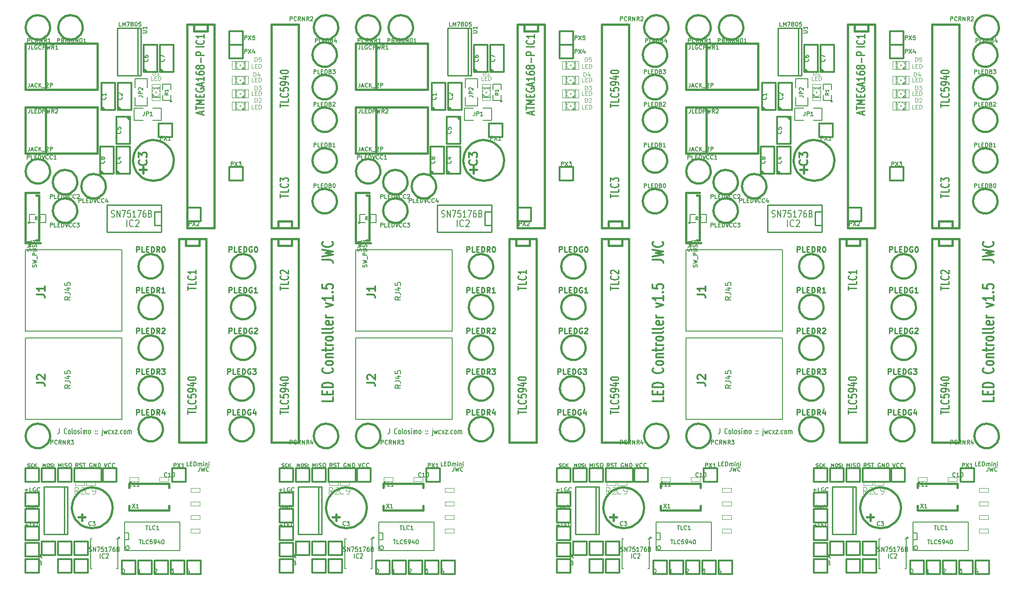
<source format=gto>
G04 (created by PCBNEW-RS274X (2011-07-08)-stable) date Thu 21 Jul 2011 05:41:28 PM EDT*
G01*
G70*
G90*
%MOIN*%
G04 Gerber Fmt 3.4, Leading zero omitted, Abs format*
%FSLAX34Y34*%
G04 APERTURE LIST*
%ADD10C,0.006000*%
%ADD11C,0.007500*%
%ADD12C,0.012000*%
%ADD13C,0.015000*%
%ADD14C,0.002600*%
%ADD15C,0.004000*%
%ADD16C,0.010000*%
%ADD17C,0.005000*%
%ADD18C,0.012500*%
%ADD19C,0.003000*%
%ADD20C,0.007000*%
%ADD21C,0.011300*%
%ADD22C,0.003500*%
%ADD23C,0.008000*%
%ADD24C,0.010700*%
G04 APERTURE END LIST*
G54D10*
G54D11*
X24193Y-45962D02*
X24193Y-46248D01*
X24179Y-46305D01*
X24150Y-46343D01*
X24107Y-46362D01*
X24079Y-46362D01*
X24737Y-46324D02*
X24723Y-46343D01*
X24680Y-46362D01*
X24651Y-46362D01*
X24608Y-46343D01*
X24580Y-46305D01*
X24565Y-46267D01*
X24551Y-46190D01*
X24551Y-46133D01*
X24565Y-46057D01*
X24580Y-46019D01*
X24608Y-45981D01*
X24651Y-45962D01*
X24680Y-45962D01*
X24723Y-45981D01*
X24737Y-46000D01*
X24908Y-46362D02*
X24880Y-46343D01*
X24865Y-46324D01*
X24851Y-46286D01*
X24851Y-46171D01*
X24865Y-46133D01*
X24880Y-46114D01*
X24908Y-46095D01*
X24951Y-46095D01*
X24980Y-46114D01*
X24994Y-46133D01*
X25008Y-46171D01*
X25008Y-46286D01*
X24994Y-46324D01*
X24980Y-46343D01*
X24951Y-46362D01*
X24908Y-46362D01*
X25179Y-46362D02*
X25151Y-46343D01*
X25136Y-46305D01*
X25136Y-45962D01*
X25336Y-46362D02*
X25308Y-46343D01*
X25293Y-46324D01*
X25279Y-46286D01*
X25279Y-46171D01*
X25293Y-46133D01*
X25308Y-46114D01*
X25336Y-46095D01*
X25379Y-46095D01*
X25408Y-46114D01*
X25422Y-46133D01*
X25436Y-46171D01*
X25436Y-46286D01*
X25422Y-46324D01*
X25408Y-46343D01*
X25379Y-46362D01*
X25336Y-46362D01*
X25550Y-46343D02*
X25579Y-46362D01*
X25636Y-46362D01*
X25664Y-46343D01*
X25679Y-46305D01*
X25679Y-46286D01*
X25664Y-46248D01*
X25636Y-46229D01*
X25593Y-46229D01*
X25564Y-46210D01*
X25550Y-46171D01*
X25550Y-46152D01*
X25564Y-46114D01*
X25593Y-46095D01*
X25636Y-46095D01*
X25664Y-46114D01*
X25807Y-46362D02*
X25807Y-46095D01*
X25807Y-45962D02*
X25793Y-45981D01*
X25807Y-46000D01*
X25822Y-45981D01*
X25807Y-45962D01*
X25807Y-46000D01*
X25950Y-46362D02*
X25950Y-46095D01*
X25950Y-46133D02*
X25965Y-46114D01*
X25993Y-46095D01*
X26036Y-46095D01*
X26065Y-46114D01*
X26079Y-46152D01*
X26079Y-46362D01*
X26079Y-46152D02*
X26093Y-46114D01*
X26122Y-46095D01*
X26165Y-46095D01*
X26193Y-46114D01*
X26208Y-46152D01*
X26208Y-46362D01*
X26393Y-46362D02*
X26365Y-46343D01*
X26350Y-46324D01*
X26336Y-46286D01*
X26336Y-46171D01*
X26350Y-46133D01*
X26365Y-46114D01*
X26393Y-46095D01*
X26436Y-46095D01*
X26465Y-46114D01*
X26479Y-46133D01*
X26493Y-46171D01*
X26493Y-46286D01*
X26479Y-46324D01*
X26465Y-46343D01*
X26436Y-46362D01*
X26393Y-46362D01*
X26850Y-46324D02*
X26865Y-46343D01*
X26850Y-46362D01*
X26836Y-46343D01*
X26850Y-46324D01*
X26850Y-46362D01*
X26850Y-46114D02*
X26865Y-46133D01*
X26850Y-46152D01*
X26836Y-46133D01*
X26850Y-46114D01*
X26850Y-46152D01*
X26993Y-46324D02*
X27008Y-46343D01*
X26993Y-46362D01*
X26979Y-46343D01*
X26993Y-46324D01*
X26993Y-46362D01*
X26993Y-46114D02*
X27008Y-46133D01*
X26993Y-46152D01*
X26979Y-46133D01*
X26993Y-46114D01*
X26993Y-46152D01*
X27365Y-46095D02*
X27365Y-46438D01*
X27351Y-46476D01*
X27323Y-46495D01*
X27308Y-46495D01*
X27365Y-45962D02*
X27351Y-45981D01*
X27365Y-46000D01*
X27380Y-45981D01*
X27365Y-45962D01*
X27365Y-46000D01*
X27480Y-46095D02*
X27537Y-46362D01*
X27594Y-46171D01*
X27651Y-46362D01*
X27708Y-46095D01*
X27951Y-46343D02*
X27922Y-46362D01*
X27865Y-46362D01*
X27837Y-46343D01*
X27822Y-46324D01*
X27808Y-46286D01*
X27808Y-46171D01*
X27822Y-46133D01*
X27837Y-46114D01*
X27865Y-46095D01*
X27922Y-46095D01*
X27951Y-46114D01*
X28051Y-46362D02*
X28208Y-46095D01*
X28051Y-46095D02*
X28208Y-46362D01*
X28294Y-46095D02*
X28451Y-46095D01*
X28294Y-46362D01*
X28451Y-46362D01*
X28565Y-46324D02*
X28580Y-46343D01*
X28565Y-46362D01*
X28551Y-46343D01*
X28565Y-46324D01*
X28565Y-46362D01*
X28837Y-46343D02*
X28808Y-46362D01*
X28751Y-46362D01*
X28723Y-46343D01*
X28708Y-46324D01*
X28694Y-46286D01*
X28694Y-46171D01*
X28708Y-46133D01*
X28723Y-46114D01*
X28751Y-46095D01*
X28808Y-46095D01*
X28837Y-46114D01*
X29008Y-46362D02*
X28980Y-46343D01*
X28965Y-46324D01*
X28951Y-46286D01*
X28951Y-46171D01*
X28965Y-46133D01*
X28980Y-46114D01*
X29008Y-46095D01*
X29051Y-46095D01*
X29080Y-46114D01*
X29094Y-46133D01*
X29108Y-46171D01*
X29108Y-46286D01*
X29094Y-46324D01*
X29080Y-46343D01*
X29051Y-46362D01*
X29008Y-46362D01*
X29236Y-46362D02*
X29236Y-46095D01*
X29236Y-46133D02*
X29251Y-46114D01*
X29279Y-46095D01*
X29322Y-46095D01*
X29351Y-46114D01*
X29365Y-46152D01*
X29365Y-46362D01*
X29365Y-46152D02*
X29379Y-46114D01*
X29408Y-46095D01*
X29451Y-46095D01*
X29479Y-46114D01*
X29494Y-46152D01*
X29494Y-46362D01*
G54D12*
X44324Y-43670D02*
X44324Y-43956D01*
X43524Y-43956D01*
X43905Y-43470D02*
X43905Y-43270D01*
X44324Y-43184D02*
X44324Y-43470D01*
X43524Y-43470D01*
X43524Y-43184D01*
X44324Y-42927D02*
X43524Y-42927D01*
X43524Y-42784D01*
X43562Y-42699D01*
X43638Y-42641D01*
X43714Y-42613D01*
X43867Y-42584D01*
X43981Y-42584D01*
X44133Y-42613D01*
X44210Y-42641D01*
X44286Y-42699D01*
X44324Y-42784D01*
X44324Y-42927D01*
X44248Y-41527D02*
X44286Y-41556D01*
X44324Y-41642D01*
X44324Y-41699D01*
X44286Y-41784D01*
X44210Y-41842D01*
X44133Y-41870D01*
X43981Y-41899D01*
X43867Y-41899D01*
X43714Y-41870D01*
X43638Y-41842D01*
X43562Y-41784D01*
X43524Y-41699D01*
X43524Y-41642D01*
X43562Y-41556D01*
X43600Y-41527D01*
X44324Y-41184D02*
X44286Y-41242D01*
X44248Y-41270D01*
X44171Y-41299D01*
X43943Y-41299D01*
X43867Y-41270D01*
X43829Y-41242D01*
X43790Y-41184D01*
X43790Y-41099D01*
X43829Y-41042D01*
X43867Y-41013D01*
X43943Y-40984D01*
X44171Y-40984D01*
X44248Y-41013D01*
X44286Y-41042D01*
X44324Y-41099D01*
X44324Y-41184D01*
X43790Y-40727D02*
X44324Y-40727D01*
X43867Y-40727D02*
X43829Y-40699D01*
X43790Y-40641D01*
X43790Y-40556D01*
X43829Y-40499D01*
X43905Y-40470D01*
X44324Y-40470D01*
X43790Y-40270D02*
X43790Y-40041D01*
X43524Y-40184D02*
X44210Y-40184D01*
X44286Y-40156D01*
X44324Y-40098D01*
X44324Y-40041D01*
X44324Y-39841D02*
X43790Y-39841D01*
X43943Y-39841D02*
X43867Y-39813D01*
X43829Y-39784D01*
X43790Y-39727D01*
X43790Y-39670D01*
X44324Y-39384D02*
X44286Y-39442D01*
X44248Y-39470D01*
X44171Y-39499D01*
X43943Y-39499D01*
X43867Y-39470D01*
X43829Y-39442D01*
X43790Y-39384D01*
X43790Y-39299D01*
X43829Y-39242D01*
X43867Y-39213D01*
X43943Y-39184D01*
X44171Y-39184D01*
X44248Y-39213D01*
X44286Y-39242D01*
X44324Y-39299D01*
X44324Y-39384D01*
X44324Y-38841D02*
X44286Y-38899D01*
X44210Y-38927D01*
X43524Y-38927D01*
X44324Y-38527D02*
X44286Y-38585D01*
X44210Y-38613D01*
X43524Y-38613D01*
X44286Y-38071D02*
X44324Y-38128D01*
X44324Y-38242D01*
X44286Y-38299D01*
X44210Y-38328D01*
X43905Y-38328D01*
X43829Y-38299D01*
X43790Y-38242D01*
X43790Y-38128D01*
X43829Y-38071D01*
X43905Y-38042D01*
X43981Y-38042D01*
X44057Y-38328D01*
X44324Y-37785D02*
X43790Y-37785D01*
X43943Y-37785D02*
X43867Y-37757D01*
X43829Y-37728D01*
X43790Y-37671D01*
X43790Y-37614D01*
X43790Y-37014D02*
X44324Y-36871D01*
X43790Y-36729D01*
X44324Y-36186D02*
X44324Y-36529D01*
X44324Y-36357D02*
X43524Y-36357D01*
X43638Y-36414D01*
X43714Y-36472D01*
X43752Y-36529D01*
X44248Y-35929D02*
X44286Y-35901D01*
X44324Y-35929D01*
X44286Y-35958D01*
X44248Y-35929D01*
X44324Y-35929D01*
X43524Y-35357D02*
X43524Y-35643D01*
X43905Y-35672D01*
X43867Y-35643D01*
X43829Y-35586D01*
X43829Y-35443D01*
X43867Y-35386D01*
X43905Y-35357D01*
X43981Y-35329D01*
X44171Y-35329D01*
X44248Y-35357D01*
X44286Y-35386D01*
X44324Y-35443D01*
X44324Y-35586D01*
X44286Y-35643D01*
X44248Y-35672D01*
X43524Y-33530D02*
X44095Y-33530D01*
X44210Y-33558D01*
X44286Y-33615D01*
X44324Y-33701D01*
X44324Y-33758D01*
X43524Y-33301D02*
X44324Y-33158D01*
X43752Y-33044D01*
X44324Y-32930D01*
X43524Y-32787D01*
X44248Y-32215D02*
X44286Y-32244D01*
X44324Y-32330D01*
X44324Y-32387D01*
X44286Y-32472D01*
X44210Y-32530D01*
X44133Y-32558D01*
X43981Y-32587D01*
X43867Y-32587D01*
X43714Y-32558D01*
X43638Y-32530D01*
X43562Y-32472D01*
X43524Y-32387D01*
X43524Y-32330D01*
X43562Y-32244D01*
X43600Y-32215D01*
G54D11*
X72793Y-45962D02*
X72793Y-46248D01*
X72779Y-46305D01*
X72750Y-46343D01*
X72707Y-46362D01*
X72679Y-46362D01*
X73337Y-46324D02*
X73323Y-46343D01*
X73280Y-46362D01*
X73251Y-46362D01*
X73208Y-46343D01*
X73180Y-46305D01*
X73165Y-46267D01*
X73151Y-46190D01*
X73151Y-46133D01*
X73165Y-46057D01*
X73180Y-46019D01*
X73208Y-45981D01*
X73251Y-45962D01*
X73280Y-45962D01*
X73323Y-45981D01*
X73337Y-46000D01*
X73508Y-46362D02*
X73480Y-46343D01*
X73465Y-46324D01*
X73451Y-46286D01*
X73451Y-46171D01*
X73465Y-46133D01*
X73480Y-46114D01*
X73508Y-46095D01*
X73551Y-46095D01*
X73580Y-46114D01*
X73594Y-46133D01*
X73608Y-46171D01*
X73608Y-46286D01*
X73594Y-46324D01*
X73580Y-46343D01*
X73551Y-46362D01*
X73508Y-46362D01*
X73779Y-46362D02*
X73751Y-46343D01*
X73736Y-46305D01*
X73736Y-45962D01*
X73936Y-46362D02*
X73908Y-46343D01*
X73893Y-46324D01*
X73879Y-46286D01*
X73879Y-46171D01*
X73893Y-46133D01*
X73908Y-46114D01*
X73936Y-46095D01*
X73979Y-46095D01*
X74008Y-46114D01*
X74022Y-46133D01*
X74036Y-46171D01*
X74036Y-46286D01*
X74022Y-46324D01*
X74008Y-46343D01*
X73979Y-46362D01*
X73936Y-46362D01*
X74150Y-46343D02*
X74179Y-46362D01*
X74236Y-46362D01*
X74264Y-46343D01*
X74279Y-46305D01*
X74279Y-46286D01*
X74264Y-46248D01*
X74236Y-46229D01*
X74193Y-46229D01*
X74164Y-46210D01*
X74150Y-46171D01*
X74150Y-46152D01*
X74164Y-46114D01*
X74193Y-46095D01*
X74236Y-46095D01*
X74264Y-46114D01*
X74407Y-46362D02*
X74407Y-46095D01*
X74407Y-45962D02*
X74393Y-45981D01*
X74407Y-46000D01*
X74422Y-45981D01*
X74407Y-45962D01*
X74407Y-46000D01*
X74550Y-46362D02*
X74550Y-46095D01*
X74550Y-46133D02*
X74565Y-46114D01*
X74593Y-46095D01*
X74636Y-46095D01*
X74665Y-46114D01*
X74679Y-46152D01*
X74679Y-46362D01*
X74679Y-46152D02*
X74693Y-46114D01*
X74722Y-46095D01*
X74765Y-46095D01*
X74793Y-46114D01*
X74808Y-46152D01*
X74808Y-46362D01*
X74993Y-46362D02*
X74965Y-46343D01*
X74950Y-46324D01*
X74936Y-46286D01*
X74936Y-46171D01*
X74950Y-46133D01*
X74965Y-46114D01*
X74993Y-46095D01*
X75036Y-46095D01*
X75065Y-46114D01*
X75079Y-46133D01*
X75093Y-46171D01*
X75093Y-46286D01*
X75079Y-46324D01*
X75065Y-46343D01*
X75036Y-46362D01*
X74993Y-46362D01*
X75450Y-46324D02*
X75465Y-46343D01*
X75450Y-46362D01*
X75436Y-46343D01*
X75450Y-46324D01*
X75450Y-46362D01*
X75450Y-46114D02*
X75465Y-46133D01*
X75450Y-46152D01*
X75436Y-46133D01*
X75450Y-46114D01*
X75450Y-46152D01*
X75593Y-46324D02*
X75608Y-46343D01*
X75593Y-46362D01*
X75579Y-46343D01*
X75593Y-46324D01*
X75593Y-46362D01*
X75593Y-46114D02*
X75608Y-46133D01*
X75593Y-46152D01*
X75579Y-46133D01*
X75593Y-46114D01*
X75593Y-46152D01*
X75965Y-46095D02*
X75965Y-46438D01*
X75951Y-46476D01*
X75923Y-46495D01*
X75908Y-46495D01*
X75965Y-45962D02*
X75951Y-45981D01*
X75965Y-46000D01*
X75980Y-45981D01*
X75965Y-45962D01*
X75965Y-46000D01*
X76080Y-46095D02*
X76137Y-46362D01*
X76194Y-46171D01*
X76251Y-46362D01*
X76308Y-46095D01*
X76551Y-46343D02*
X76522Y-46362D01*
X76465Y-46362D01*
X76437Y-46343D01*
X76422Y-46324D01*
X76408Y-46286D01*
X76408Y-46171D01*
X76422Y-46133D01*
X76437Y-46114D01*
X76465Y-46095D01*
X76522Y-46095D01*
X76551Y-46114D01*
X76651Y-46362D02*
X76808Y-46095D01*
X76651Y-46095D02*
X76808Y-46362D01*
X76894Y-46095D02*
X77051Y-46095D01*
X76894Y-46362D01*
X77051Y-46362D01*
X77165Y-46324D02*
X77180Y-46343D01*
X77165Y-46362D01*
X77151Y-46343D01*
X77165Y-46324D01*
X77165Y-46362D01*
X77437Y-46343D02*
X77408Y-46362D01*
X77351Y-46362D01*
X77323Y-46343D01*
X77308Y-46324D01*
X77294Y-46286D01*
X77294Y-46171D01*
X77308Y-46133D01*
X77323Y-46114D01*
X77351Y-46095D01*
X77408Y-46095D01*
X77437Y-46114D01*
X77608Y-46362D02*
X77580Y-46343D01*
X77565Y-46324D01*
X77551Y-46286D01*
X77551Y-46171D01*
X77565Y-46133D01*
X77580Y-46114D01*
X77608Y-46095D01*
X77651Y-46095D01*
X77680Y-46114D01*
X77694Y-46133D01*
X77708Y-46171D01*
X77708Y-46286D01*
X77694Y-46324D01*
X77680Y-46343D01*
X77651Y-46362D01*
X77608Y-46362D01*
X77836Y-46362D02*
X77836Y-46095D01*
X77836Y-46133D02*
X77851Y-46114D01*
X77879Y-46095D01*
X77922Y-46095D01*
X77951Y-46114D01*
X77965Y-46152D01*
X77965Y-46362D01*
X77965Y-46152D02*
X77979Y-46114D01*
X78008Y-46095D01*
X78051Y-46095D01*
X78079Y-46114D01*
X78094Y-46152D01*
X78094Y-46362D01*
G54D12*
X92924Y-43670D02*
X92924Y-43956D01*
X92124Y-43956D01*
X92505Y-43470D02*
X92505Y-43270D01*
X92924Y-43184D02*
X92924Y-43470D01*
X92124Y-43470D01*
X92124Y-43184D01*
X92924Y-42927D02*
X92124Y-42927D01*
X92124Y-42784D01*
X92162Y-42699D01*
X92238Y-42641D01*
X92314Y-42613D01*
X92467Y-42584D01*
X92581Y-42584D01*
X92733Y-42613D01*
X92810Y-42641D01*
X92886Y-42699D01*
X92924Y-42784D01*
X92924Y-42927D01*
X92848Y-41527D02*
X92886Y-41556D01*
X92924Y-41642D01*
X92924Y-41699D01*
X92886Y-41784D01*
X92810Y-41842D01*
X92733Y-41870D01*
X92581Y-41899D01*
X92467Y-41899D01*
X92314Y-41870D01*
X92238Y-41842D01*
X92162Y-41784D01*
X92124Y-41699D01*
X92124Y-41642D01*
X92162Y-41556D01*
X92200Y-41527D01*
X92924Y-41184D02*
X92886Y-41242D01*
X92848Y-41270D01*
X92771Y-41299D01*
X92543Y-41299D01*
X92467Y-41270D01*
X92429Y-41242D01*
X92390Y-41184D01*
X92390Y-41099D01*
X92429Y-41042D01*
X92467Y-41013D01*
X92543Y-40984D01*
X92771Y-40984D01*
X92848Y-41013D01*
X92886Y-41042D01*
X92924Y-41099D01*
X92924Y-41184D01*
X92390Y-40727D02*
X92924Y-40727D01*
X92467Y-40727D02*
X92429Y-40699D01*
X92390Y-40641D01*
X92390Y-40556D01*
X92429Y-40499D01*
X92505Y-40470D01*
X92924Y-40470D01*
X92390Y-40270D02*
X92390Y-40041D01*
X92124Y-40184D02*
X92810Y-40184D01*
X92886Y-40156D01*
X92924Y-40098D01*
X92924Y-40041D01*
X92924Y-39841D02*
X92390Y-39841D01*
X92543Y-39841D02*
X92467Y-39813D01*
X92429Y-39784D01*
X92390Y-39727D01*
X92390Y-39670D01*
X92924Y-39384D02*
X92886Y-39442D01*
X92848Y-39470D01*
X92771Y-39499D01*
X92543Y-39499D01*
X92467Y-39470D01*
X92429Y-39442D01*
X92390Y-39384D01*
X92390Y-39299D01*
X92429Y-39242D01*
X92467Y-39213D01*
X92543Y-39184D01*
X92771Y-39184D01*
X92848Y-39213D01*
X92886Y-39242D01*
X92924Y-39299D01*
X92924Y-39384D01*
X92924Y-38841D02*
X92886Y-38899D01*
X92810Y-38927D01*
X92124Y-38927D01*
X92924Y-38527D02*
X92886Y-38585D01*
X92810Y-38613D01*
X92124Y-38613D01*
X92886Y-38071D02*
X92924Y-38128D01*
X92924Y-38242D01*
X92886Y-38299D01*
X92810Y-38328D01*
X92505Y-38328D01*
X92429Y-38299D01*
X92390Y-38242D01*
X92390Y-38128D01*
X92429Y-38071D01*
X92505Y-38042D01*
X92581Y-38042D01*
X92657Y-38328D01*
X92924Y-37785D02*
X92390Y-37785D01*
X92543Y-37785D02*
X92467Y-37757D01*
X92429Y-37728D01*
X92390Y-37671D01*
X92390Y-37614D01*
X92390Y-37014D02*
X92924Y-36871D01*
X92390Y-36729D01*
X92924Y-36186D02*
X92924Y-36529D01*
X92924Y-36357D02*
X92124Y-36357D01*
X92238Y-36414D01*
X92314Y-36472D01*
X92352Y-36529D01*
X92848Y-35929D02*
X92886Y-35901D01*
X92924Y-35929D01*
X92886Y-35958D01*
X92848Y-35929D01*
X92924Y-35929D01*
X92124Y-35357D02*
X92124Y-35643D01*
X92505Y-35672D01*
X92467Y-35643D01*
X92429Y-35586D01*
X92429Y-35443D01*
X92467Y-35386D01*
X92505Y-35357D01*
X92581Y-35329D01*
X92771Y-35329D01*
X92848Y-35357D01*
X92886Y-35386D01*
X92924Y-35443D01*
X92924Y-35586D01*
X92886Y-35643D01*
X92848Y-35672D01*
X92124Y-33530D02*
X92695Y-33530D01*
X92810Y-33558D01*
X92886Y-33615D01*
X92924Y-33701D01*
X92924Y-33758D01*
X92124Y-33301D02*
X92924Y-33158D01*
X92352Y-33044D01*
X92924Y-32930D01*
X92124Y-32787D01*
X92848Y-32215D02*
X92886Y-32244D01*
X92924Y-32330D01*
X92924Y-32387D01*
X92886Y-32472D01*
X92810Y-32530D01*
X92733Y-32558D01*
X92581Y-32587D01*
X92467Y-32587D01*
X92314Y-32558D01*
X92238Y-32530D01*
X92162Y-32472D01*
X92124Y-32387D01*
X92124Y-32330D01*
X92162Y-32244D01*
X92200Y-32215D01*
G54D11*
X48493Y-45962D02*
X48493Y-46248D01*
X48479Y-46305D01*
X48450Y-46343D01*
X48407Y-46362D01*
X48379Y-46362D01*
X49037Y-46324D02*
X49023Y-46343D01*
X48980Y-46362D01*
X48951Y-46362D01*
X48908Y-46343D01*
X48880Y-46305D01*
X48865Y-46267D01*
X48851Y-46190D01*
X48851Y-46133D01*
X48865Y-46057D01*
X48880Y-46019D01*
X48908Y-45981D01*
X48951Y-45962D01*
X48980Y-45962D01*
X49023Y-45981D01*
X49037Y-46000D01*
X49208Y-46362D02*
X49180Y-46343D01*
X49165Y-46324D01*
X49151Y-46286D01*
X49151Y-46171D01*
X49165Y-46133D01*
X49180Y-46114D01*
X49208Y-46095D01*
X49251Y-46095D01*
X49280Y-46114D01*
X49294Y-46133D01*
X49308Y-46171D01*
X49308Y-46286D01*
X49294Y-46324D01*
X49280Y-46343D01*
X49251Y-46362D01*
X49208Y-46362D01*
X49479Y-46362D02*
X49451Y-46343D01*
X49436Y-46305D01*
X49436Y-45962D01*
X49636Y-46362D02*
X49608Y-46343D01*
X49593Y-46324D01*
X49579Y-46286D01*
X49579Y-46171D01*
X49593Y-46133D01*
X49608Y-46114D01*
X49636Y-46095D01*
X49679Y-46095D01*
X49708Y-46114D01*
X49722Y-46133D01*
X49736Y-46171D01*
X49736Y-46286D01*
X49722Y-46324D01*
X49708Y-46343D01*
X49679Y-46362D01*
X49636Y-46362D01*
X49850Y-46343D02*
X49879Y-46362D01*
X49936Y-46362D01*
X49964Y-46343D01*
X49979Y-46305D01*
X49979Y-46286D01*
X49964Y-46248D01*
X49936Y-46229D01*
X49893Y-46229D01*
X49864Y-46210D01*
X49850Y-46171D01*
X49850Y-46152D01*
X49864Y-46114D01*
X49893Y-46095D01*
X49936Y-46095D01*
X49964Y-46114D01*
X50107Y-46362D02*
X50107Y-46095D01*
X50107Y-45962D02*
X50093Y-45981D01*
X50107Y-46000D01*
X50122Y-45981D01*
X50107Y-45962D01*
X50107Y-46000D01*
X50250Y-46362D02*
X50250Y-46095D01*
X50250Y-46133D02*
X50265Y-46114D01*
X50293Y-46095D01*
X50336Y-46095D01*
X50365Y-46114D01*
X50379Y-46152D01*
X50379Y-46362D01*
X50379Y-46152D02*
X50393Y-46114D01*
X50422Y-46095D01*
X50465Y-46095D01*
X50493Y-46114D01*
X50508Y-46152D01*
X50508Y-46362D01*
X50693Y-46362D02*
X50665Y-46343D01*
X50650Y-46324D01*
X50636Y-46286D01*
X50636Y-46171D01*
X50650Y-46133D01*
X50665Y-46114D01*
X50693Y-46095D01*
X50736Y-46095D01*
X50765Y-46114D01*
X50779Y-46133D01*
X50793Y-46171D01*
X50793Y-46286D01*
X50779Y-46324D01*
X50765Y-46343D01*
X50736Y-46362D01*
X50693Y-46362D01*
X51150Y-46324D02*
X51165Y-46343D01*
X51150Y-46362D01*
X51136Y-46343D01*
X51150Y-46324D01*
X51150Y-46362D01*
X51150Y-46114D02*
X51165Y-46133D01*
X51150Y-46152D01*
X51136Y-46133D01*
X51150Y-46114D01*
X51150Y-46152D01*
X51293Y-46324D02*
X51308Y-46343D01*
X51293Y-46362D01*
X51279Y-46343D01*
X51293Y-46324D01*
X51293Y-46362D01*
X51293Y-46114D02*
X51308Y-46133D01*
X51293Y-46152D01*
X51279Y-46133D01*
X51293Y-46114D01*
X51293Y-46152D01*
X51665Y-46095D02*
X51665Y-46438D01*
X51651Y-46476D01*
X51623Y-46495D01*
X51608Y-46495D01*
X51665Y-45962D02*
X51651Y-45981D01*
X51665Y-46000D01*
X51680Y-45981D01*
X51665Y-45962D01*
X51665Y-46000D01*
X51780Y-46095D02*
X51837Y-46362D01*
X51894Y-46171D01*
X51951Y-46362D01*
X52008Y-46095D01*
X52251Y-46343D02*
X52222Y-46362D01*
X52165Y-46362D01*
X52137Y-46343D01*
X52122Y-46324D01*
X52108Y-46286D01*
X52108Y-46171D01*
X52122Y-46133D01*
X52137Y-46114D01*
X52165Y-46095D01*
X52222Y-46095D01*
X52251Y-46114D01*
X52351Y-46362D02*
X52508Y-46095D01*
X52351Y-46095D02*
X52508Y-46362D01*
X52594Y-46095D02*
X52751Y-46095D01*
X52594Y-46362D01*
X52751Y-46362D01*
X52865Y-46324D02*
X52880Y-46343D01*
X52865Y-46362D01*
X52851Y-46343D01*
X52865Y-46324D01*
X52865Y-46362D01*
X53137Y-46343D02*
X53108Y-46362D01*
X53051Y-46362D01*
X53023Y-46343D01*
X53008Y-46324D01*
X52994Y-46286D01*
X52994Y-46171D01*
X53008Y-46133D01*
X53023Y-46114D01*
X53051Y-46095D01*
X53108Y-46095D01*
X53137Y-46114D01*
X53308Y-46362D02*
X53280Y-46343D01*
X53265Y-46324D01*
X53251Y-46286D01*
X53251Y-46171D01*
X53265Y-46133D01*
X53280Y-46114D01*
X53308Y-46095D01*
X53351Y-46095D01*
X53380Y-46114D01*
X53394Y-46133D01*
X53408Y-46171D01*
X53408Y-46286D01*
X53394Y-46324D01*
X53380Y-46343D01*
X53351Y-46362D01*
X53308Y-46362D01*
X53536Y-46362D02*
X53536Y-46095D01*
X53536Y-46133D02*
X53551Y-46114D01*
X53579Y-46095D01*
X53622Y-46095D01*
X53651Y-46114D01*
X53665Y-46152D01*
X53665Y-46362D01*
X53665Y-46152D02*
X53679Y-46114D01*
X53708Y-46095D01*
X53751Y-46095D01*
X53779Y-46114D01*
X53794Y-46152D01*
X53794Y-46362D01*
G54D12*
X68624Y-43670D02*
X68624Y-43956D01*
X67824Y-43956D01*
X68205Y-43470D02*
X68205Y-43270D01*
X68624Y-43184D02*
X68624Y-43470D01*
X67824Y-43470D01*
X67824Y-43184D01*
X68624Y-42927D02*
X67824Y-42927D01*
X67824Y-42784D01*
X67862Y-42699D01*
X67938Y-42641D01*
X68014Y-42613D01*
X68167Y-42584D01*
X68281Y-42584D01*
X68433Y-42613D01*
X68510Y-42641D01*
X68586Y-42699D01*
X68624Y-42784D01*
X68624Y-42927D01*
X68548Y-41527D02*
X68586Y-41556D01*
X68624Y-41642D01*
X68624Y-41699D01*
X68586Y-41784D01*
X68510Y-41842D01*
X68433Y-41870D01*
X68281Y-41899D01*
X68167Y-41899D01*
X68014Y-41870D01*
X67938Y-41842D01*
X67862Y-41784D01*
X67824Y-41699D01*
X67824Y-41642D01*
X67862Y-41556D01*
X67900Y-41527D01*
X68624Y-41184D02*
X68586Y-41242D01*
X68548Y-41270D01*
X68471Y-41299D01*
X68243Y-41299D01*
X68167Y-41270D01*
X68129Y-41242D01*
X68090Y-41184D01*
X68090Y-41099D01*
X68129Y-41042D01*
X68167Y-41013D01*
X68243Y-40984D01*
X68471Y-40984D01*
X68548Y-41013D01*
X68586Y-41042D01*
X68624Y-41099D01*
X68624Y-41184D01*
X68090Y-40727D02*
X68624Y-40727D01*
X68167Y-40727D02*
X68129Y-40699D01*
X68090Y-40641D01*
X68090Y-40556D01*
X68129Y-40499D01*
X68205Y-40470D01*
X68624Y-40470D01*
X68090Y-40270D02*
X68090Y-40041D01*
X67824Y-40184D02*
X68510Y-40184D01*
X68586Y-40156D01*
X68624Y-40098D01*
X68624Y-40041D01*
X68624Y-39841D02*
X68090Y-39841D01*
X68243Y-39841D02*
X68167Y-39813D01*
X68129Y-39784D01*
X68090Y-39727D01*
X68090Y-39670D01*
X68624Y-39384D02*
X68586Y-39442D01*
X68548Y-39470D01*
X68471Y-39499D01*
X68243Y-39499D01*
X68167Y-39470D01*
X68129Y-39442D01*
X68090Y-39384D01*
X68090Y-39299D01*
X68129Y-39242D01*
X68167Y-39213D01*
X68243Y-39184D01*
X68471Y-39184D01*
X68548Y-39213D01*
X68586Y-39242D01*
X68624Y-39299D01*
X68624Y-39384D01*
X68624Y-38841D02*
X68586Y-38899D01*
X68510Y-38927D01*
X67824Y-38927D01*
X68624Y-38527D02*
X68586Y-38585D01*
X68510Y-38613D01*
X67824Y-38613D01*
X68586Y-38071D02*
X68624Y-38128D01*
X68624Y-38242D01*
X68586Y-38299D01*
X68510Y-38328D01*
X68205Y-38328D01*
X68129Y-38299D01*
X68090Y-38242D01*
X68090Y-38128D01*
X68129Y-38071D01*
X68205Y-38042D01*
X68281Y-38042D01*
X68357Y-38328D01*
X68624Y-37785D02*
X68090Y-37785D01*
X68243Y-37785D02*
X68167Y-37757D01*
X68129Y-37728D01*
X68090Y-37671D01*
X68090Y-37614D01*
X68090Y-37014D02*
X68624Y-36871D01*
X68090Y-36729D01*
X68624Y-36186D02*
X68624Y-36529D01*
X68624Y-36357D02*
X67824Y-36357D01*
X67938Y-36414D01*
X68014Y-36472D01*
X68052Y-36529D01*
X68548Y-35929D02*
X68586Y-35901D01*
X68624Y-35929D01*
X68586Y-35958D01*
X68548Y-35929D01*
X68624Y-35929D01*
X67824Y-35357D02*
X67824Y-35643D01*
X68205Y-35672D01*
X68167Y-35643D01*
X68129Y-35586D01*
X68129Y-35443D01*
X68167Y-35386D01*
X68205Y-35357D01*
X68281Y-35329D01*
X68471Y-35329D01*
X68548Y-35357D01*
X68586Y-35386D01*
X68624Y-35443D01*
X68624Y-35586D01*
X68586Y-35643D01*
X68548Y-35672D01*
X67824Y-33530D02*
X68395Y-33530D01*
X68510Y-33558D01*
X68586Y-33615D01*
X68624Y-33701D01*
X68624Y-33758D01*
X67824Y-33301D02*
X68624Y-33158D01*
X68052Y-33044D01*
X68624Y-32930D01*
X67824Y-32787D01*
X68548Y-32215D02*
X68586Y-32244D01*
X68624Y-32330D01*
X68624Y-32387D01*
X68586Y-32472D01*
X68510Y-32530D01*
X68433Y-32558D01*
X68281Y-32587D01*
X68167Y-32587D01*
X68014Y-32558D01*
X67938Y-32530D01*
X67862Y-32472D01*
X67824Y-32387D01*
X67824Y-32330D01*
X67862Y-32244D01*
X67900Y-32215D01*
G54D10*
X34521Y-48821D02*
X34521Y-49036D01*
X34507Y-49079D01*
X34478Y-49107D01*
X34435Y-49121D01*
X34407Y-49121D01*
X34636Y-48821D02*
X34707Y-49121D01*
X34764Y-48907D01*
X34822Y-49121D01*
X34893Y-48821D01*
X35179Y-49093D02*
X35165Y-49107D01*
X35122Y-49121D01*
X35093Y-49121D01*
X35050Y-49107D01*
X35022Y-49079D01*
X35007Y-49050D01*
X34993Y-48993D01*
X34993Y-48950D01*
X35007Y-48893D01*
X35022Y-48864D01*
X35050Y-48836D01*
X35093Y-48821D01*
X35122Y-48821D01*
X35165Y-48836D01*
X35179Y-48850D01*
X33729Y-48721D02*
X33586Y-48721D01*
X33586Y-48421D01*
X33829Y-48564D02*
X33929Y-48564D01*
X33972Y-48721D02*
X33829Y-48721D01*
X33829Y-48421D01*
X33972Y-48421D01*
X34100Y-48721D02*
X34100Y-48421D01*
X34172Y-48421D01*
X34215Y-48436D01*
X34243Y-48464D01*
X34258Y-48493D01*
X34272Y-48550D01*
X34272Y-48593D01*
X34258Y-48650D01*
X34243Y-48679D01*
X34215Y-48707D01*
X34172Y-48721D01*
X34100Y-48721D01*
X34400Y-48721D02*
X34400Y-48521D01*
X34400Y-48550D02*
X34415Y-48536D01*
X34443Y-48521D01*
X34486Y-48521D01*
X34515Y-48536D01*
X34529Y-48564D01*
X34529Y-48721D01*
X34529Y-48564D02*
X34543Y-48536D01*
X34572Y-48521D01*
X34615Y-48521D01*
X34643Y-48536D01*
X34658Y-48564D01*
X34658Y-48721D01*
X34800Y-48721D02*
X34800Y-48521D01*
X34800Y-48421D02*
X34786Y-48436D01*
X34800Y-48450D01*
X34815Y-48436D01*
X34800Y-48421D01*
X34800Y-48450D01*
X34943Y-48521D02*
X34943Y-48721D01*
X34943Y-48550D02*
X34958Y-48536D01*
X34986Y-48521D01*
X35029Y-48521D01*
X35058Y-48536D01*
X35072Y-48564D01*
X35072Y-48721D01*
X35214Y-48721D02*
X35214Y-48521D01*
X35214Y-48421D02*
X35200Y-48436D01*
X35214Y-48450D01*
X35229Y-48436D01*
X35214Y-48421D01*
X35214Y-48450D01*
X92521Y-48821D02*
X92521Y-49036D01*
X92507Y-49079D01*
X92478Y-49107D01*
X92435Y-49121D01*
X92407Y-49121D01*
X92636Y-48821D02*
X92707Y-49121D01*
X92764Y-48907D01*
X92822Y-49121D01*
X92893Y-48821D01*
X93179Y-49093D02*
X93165Y-49107D01*
X93122Y-49121D01*
X93093Y-49121D01*
X93050Y-49107D01*
X93022Y-49079D01*
X93007Y-49050D01*
X92993Y-48993D01*
X92993Y-48950D01*
X93007Y-48893D01*
X93022Y-48864D01*
X93050Y-48836D01*
X93093Y-48821D01*
X93122Y-48821D01*
X93165Y-48836D01*
X93179Y-48850D01*
X91729Y-48721D02*
X91586Y-48721D01*
X91586Y-48421D01*
X91829Y-48564D02*
X91929Y-48564D01*
X91972Y-48721D02*
X91829Y-48721D01*
X91829Y-48421D01*
X91972Y-48421D01*
X92100Y-48721D02*
X92100Y-48421D01*
X92172Y-48421D01*
X92215Y-48436D01*
X92243Y-48464D01*
X92258Y-48493D01*
X92272Y-48550D01*
X92272Y-48593D01*
X92258Y-48650D01*
X92243Y-48679D01*
X92215Y-48707D01*
X92172Y-48721D01*
X92100Y-48721D01*
X92400Y-48721D02*
X92400Y-48521D01*
X92400Y-48550D02*
X92415Y-48536D01*
X92443Y-48521D01*
X92486Y-48521D01*
X92515Y-48536D01*
X92529Y-48564D01*
X92529Y-48721D01*
X92529Y-48564D02*
X92543Y-48536D01*
X92572Y-48521D01*
X92615Y-48521D01*
X92643Y-48536D01*
X92658Y-48564D01*
X92658Y-48721D01*
X92800Y-48721D02*
X92800Y-48521D01*
X92800Y-48421D02*
X92786Y-48436D01*
X92800Y-48450D01*
X92815Y-48436D01*
X92800Y-48421D01*
X92800Y-48450D01*
X92943Y-48521D02*
X92943Y-48721D01*
X92943Y-48550D02*
X92958Y-48536D01*
X92986Y-48521D01*
X93029Y-48521D01*
X93058Y-48536D01*
X93072Y-48564D01*
X93072Y-48721D01*
X93214Y-48721D02*
X93214Y-48521D01*
X93214Y-48421D02*
X93200Y-48436D01*
X93214Y-48450D01*
X93229Y-48436D01*
X93214Y-48421D01*
X93214Y-48450D01*
X73621Y-48821D02*
X73621Y-49036D01*
X73607Y-49079D01*
X73578Y-49107D01*
X73535Y-49121D01*
X73507Y-49121D01*
X73736Y-48821D02*
X73807Y-49121D01*
X73864Y-48907D01*
X73922Y-49121D01*
X73993Y-48821D01*
X74279Y-49093D02*
X74265Y-49107D01*
X74222Y-49121D01*
X74193Y-49121D01*
X74150Y-49107D01*
X74122Y-49079D01*
X74107Y-49050D01*
X74093Y-48993D01*
X74093Y-48950D01*
X74107Y-48893D01*
X74122Y-48864D01*
X74150Y-48836D01*
X74193Y-48821D01*
X74222Y-48821D01*
X74265Y-48836D01*
X74279Y-48850D01*
X72829Y-48721D02*
X72686Y-48721D01*
X72686Y-48421D01*
X72929Y-48564D02*
X73029Y-48564D01*
X73072Y-48721D02*
X72929Y-48721D01*
X72929Y-48421D01*
X73072Y-48421D01*
X73200Y-48721D02*
X73200Y-48421D01*
X73272Y-48421D01*
X73315Y-48436D01*
X73343Y-48464D01*
X73358Y-48493D01*
X73372Y-48550D01*
X73372Y-48593D01*
X73358Y-48650D01*
X73343Y-48679D01*
X73315Y-48707D01*
X73272Y-48721D01*
X73200Y-48721D01*
X73500Y-48721D02*
X73500Y-48521D01*
X73500Y-48550D02*
X73515Y-48536D01*
X73543Y-48521D01*
X73586Y-48521D01*
X73615Y-48536D01*
X73629Y-48564D01*
X73629Y-48721D01*
X73629Y-48564D02*
X73643Y-48536D01*
X73672Y-48521D01*
X73715Y-48521D01*
X73743Y-48536D01*
X73758Y-48564D01*
X73758Y-48721D01*
X73900Y-48721D02*
X73900Y-48521D01*
X73900Y-48421D02*
X73886Y-48436D01*
X73900Y-48450D01*
X73915Y-48436D01*
X73900Y-48421D01*
X73900Y-48450D01*
X74043Y-48521D02*
X74043Y-48721D01*
X74043Y-48550D02*
X74058Y-48536D01*
X74086Y-48521D01*
X74129Y-48521D01*
X74158Y-48536D01*
X74172Y-48564D01*
X74172Y-48721D01*
X74314Y-48721D02*
X74314Y-48521D01*
X74314Y-48421D02*
X74300Y-48436D01*
X74314Y-48450D01*
X74329Y-48436D01*
X74314Y-48421D01*
X74314Y-48450D01*
X53221Y-48821D02*
X53221Y-49036D01*
X53207Y-49079D01*
X53178Y-49107D01*
X53135Y-49121D01*
X53107Y-49121D01*
X53336Y-48821D02*
X53407Y-49121D01*
X53464Y-48907D01*
X53522Y-49121D01*
X53593Y-48821D01*
X53879Y-49093D02*
X53865Y-49107D01*
X53822Y-49121D01*
X53793Y-49121D01*
X53750Y-49107D01*
X53722Y-49079D01*
X53707Y-49050D01*
X53693Y-48993D01*
X53693Y-48950D01*
X53707Y-48893D01*
X53722Y-48864D01*
X53750Y-48836D01*
X53793Y-48821D01*
X53822Y-48821D01*
X53865Y-48836D01*
X53879Y-48850D01*
X52429Y-48721D02*
X52286Y-48721D01*
X52286Y-48421D01*
X52529Y-48564D02*
X52629Y-48564D01*
X52672Y-48721D02*
X52529Y-48721D01*
X52529Y-48421D01*
X52672Y-48421D01*
X52800Y-48721D02*
X52800Y-48421D01*
X52872Y-48421D01*
X52915Y-48436D01*
X52943Y-48464D01*
X52958Y-48493D01*
X52972Y-48550D01*
X52972Y-48593D01*
X52958Y-48650D01*
X52943Y-48679D01*
X52915Y-48707D01*
X52872Y-48721D01*
X52800Y-48721D01*
X53100Y-48721D02*
X53100Y-48521D01*
X53100Y-48550D02*
X53115Y-48536D01*
X53143Y-48521D01*
X53186Y-48521D01*
X53215Y-48536D01*
X53229Y-48564D01*
X53229Y-48721D01*
X53229Y-48564D02*
X53243Y-48536D01*
X53272Y-48521D01*
X53315Y-48521D01*
X53343Y-48536D01*
X53358Y-48564D01*
X53358Y-48721D01*
X53500Y-48721D02*
X53500Y-48521D01*
X53500Y-48421D02*
X53486Y-48436D01*
X53500Y-48450D01*
X53515Y-48436D01*
X53500Y-48421D01*
X53500Y-48450D01*
X53643Y-48521D02*
X53643Y-48721D01*
X53643Y-48550D02*
X53658Y-48536D01*
X53686Y-48521D01*
X53729Y-48521D01*
X53758Y-48536D01*
X53772Y-48564D01*
X53772Y-48721D01*
X53914Y-48721D02*
X53914Y-48521D01*
X53914Y-48421D02*
X53900Y-48436D01*
X53914Y-48450D01*
X53929Y-48436D01*
X53914Y-48421D01*
X53914Y-48450D01*
G54D13*
X27600Y-28100D02*
X27582Y-28274D01*
X27532Y-28442D01*
X27449Y-28598D01*
X27338Y-28734D01*
X27203Y-28846D01*
X27048Y-28929D01*
X26880Y-28981D01*
X26706Y-28999D01*
X26532Y-28984D01*
X26363Y-28934D01*
X26208Y-28853D01*
X26071Y-28743D01*
X25958Y-28608D01*
X25873Y-28454D01*
X25820Y-28287D01*
X25801Y-28112D01*
X25815Y-27938D01*
X25864Y-27769D01*
X25944Y-27613D01*
X26053Y-27475D01*
X26187Y-27361D01*
X26340Y-27276D01*
X26507Y-27221D01*
X26682Y-27201D01*
X26856Y-27214D01*
X27025Y-27261D01*
X27182Y-27341D01*
X27320Y-27449D01*
X27435Y-27582D01*
X27522Y-27734D01*
X27577Y-27901D01*
X27599Y-28075D01*
X27600Y-28100D01*
X25500Y-29900D02*
X25482Y-30074D01*
X25432Y-30242D01*
X25349Y-30398D01*
X25238Y-30534D01*
X25103Y-30646D01*
X24948Y-30729D01*
X24780Y-30781D01*
X24606Y-30799D01*
X24432Y-30784D01*
X24263Y-30734D01*
X24108Y-30653D01*
X23971Y-30543D01*
X23858Y-30408D01*
X23773Y-30254D01*
X23720Y-30087D01*
X23701Y-29912D01*
X23715Y-29738D01*
X23764Y-29569D01*
X23844Y-29413D01*
X23953Y-29275D01*
X24087Y-29161D01*
X24240Y-29076D01*
X24407Y-29021D01*
X24582Y-29001D01*
X24756Y-29014D01*
X24925Y-29061D01*
X25082Y-29141D01*
X25220Y-29249D01*
X25335Y-29382D01*
X25422Y-29534D01*
X25477Y-29701D01*
X25499Y-29875D01*
X25500Y-29900D01*
X25500Y-27800D02*
X25482Y-27974D01*
X25432Y-28142D01*
X25349Y-28298D01*
X25238Y-28434D01*
X25103Y-28546D01*
X24948Y-28629D01*
X24780Y-28681D01*
X24606Y-28699D01*
X24432Y-28684D01*
X24263Y-28634D01*
X24108Y-28553D01*
X23971Y-28443D01*
X23858Y-28308D01*
X23773Y-28154D01*
X23720Y-27987D01*
X23701Y-27812D01*
X23715Y-27638D01*
X23764Y-27469D01*
X23844Y-27313D01*
X23953Y-27175D01*
X24087Y-27061D01*
X24240Y-26976D01*
X24407Y-26921D01*
X24582Y-26901D01*
X24756Y-26914D01*
X24925Y-26961D01*
X25082Y-27041D01*
X25220Y-27149D01*
X25335Y-27282D01*
X25422Y-27434D01*
X25477Y-27601D01*
X25499Y-27775D01*
X25500Y-27800D01*
X23500Y-27000D02*
X23482Y-27174D01*
X23432Y-27342D01*
X23349Y-27498D01*
X23238Y-27634D01*
X23103Y-27746D01*
X22948Y-27829D01*
X22780Y-27881D01*
X22606Y-27899D01*
X22432Y-27884D01*
X22263Y-27834D01*
X22108Y-27753D01*
X21971Y-27643D01*
X21858Y-27508D01*
X21773Y-27354D01*
X21720Y-27187D01*
X21701Y-27012D01*
X21715Y-26838D01*
X21764Y-26669D01*
X21844Y-26513D01*
X21953Y-26375D01*
X22087Y-26261D01*
X22240Y-26176D01*
X22407Y-26121D01*
X22582Y-26101D01*
X22756Y-26114D01*
X22925Y-26161D01*
X23082Y-26241D01*
X23220Y-26349D01*
X23335Y-26482D01*
X23422Y-26634D01*
X23477Y-26801D01*
X23499Y-26975D01*
X23500Y-27000D01*
X31800Y-46000D02*
X31782Y-46174D01*
X31732Y-46342D01*
X31649Y-46498D01*
X31538Y-46634D01*
X31403Y-46746D01*
X31248Y-46829D01*
X31080Y-46881D01*
X30906Y-46899D01*
X30732Y-46884D01*
X30563Y-46834D01*
X30408Y-46753D01*
X30271Y-46643D01*
X30158Y-46508D01*
X30073Y-46354D01*
X30020Y-46187D01*
X30001Y-46012D01*
X30015Y-45838D01*
X30064Y-45669D01*
X30144Y-45513D01*
X30253Y-45375D01*
X30387Y-45261D01*
X30540Y-45176D01*
X30707Y-45121D01*
X30882Y-45101D01*
X31056Y-45114D01*
X31225Y-45161D01*
X31382Y-45241D01*
X31520Y-45349D01*
X31635Y-45482D01*
X31722Y-45634D01*
X31777Y-45801D01*
X31799Y-45975D01*
X31800Y-46000D01*
X31800Y-43000D02*
X31782Y-43174D01*
X31732Y-43342D01*
X31649Y-43498D01*
X31538Y-43634D01*
X31403Y-43746D01*
X31248Y-43829D01*
X31080Y-43881D01*
X30906Y-43899D01*
X30732Y-43884D01*
X30563Y-43834D01*
X30408Y-43753D01*
X30271Y-43643D01*
X30158Y-43508D01*
X30073Y-43354D01*
X30020Y-43187D01*
X30001Y-43012D01*
X30015Y-42838D01*
X30064Y-42669D01*
X30144Y-42513D01*
X30253Y-42375D01*
X30387Y-42261D01*
X30540Y-42176D01*
X30707Y-42121D01*
X30882Y-42101D01*
X31056Y-42114D01*
X31225Y-42161D01*
X31382Y-42241D01*
X31520Y-42349D01*
X31635Y-42482D01*
X31722Y-42634D01*
X31777Y-42801D01*
X31799Y-42975D01*
X31800Y-43000D01*
X31800Y-40000D02*
X31782Y-40174D01*
X31732Y-40342D01*
X31649Y-40498D01*
X31538Y-40634D01*
X31403Y-40746D01*
X31248Y-40829D01*
X31080Y-40881D01*
X30906Y-40899D01*
X30732Y-40884D01*
X30563Y-40834D01*
X30408Y-40753D01*
X30271Y-40643D01*
X30158Y-40508D01*
X30073Y-40354D01*
X30020Y-40187D01*
X30001Y-40012D01*
X30015Y-39838D01*
X30064Y-39669D01*
X30144Y-39513D01*
X30253Y-39375D01*
X30387Y-39261D01*
X30540Y-39176D01*
X30707Y-39121D01*
X30882Y-39101D01*
X31056Y-39114D01*
X31225Y-39161D01*
X31382Y-39241D01*
X31520Y-39349D01*
X31635Y-39482D01*
X31722Y-39634D01*
X31777Y-39801D01*
X31799Y-39975D01*
X31800Y-40000D01*
X31800Y-37000D02*
X31782Y-37174D01*
X31732Y-37342D01*
X31649Y-37498D01*
X31538Y-37634D01*
X31403Y-37746D01*
X31248Y-37829D01*
X31080Y-37881D01*
X30906Y-37899D01*
X30732Y-37884D01*
X30563Y-37834D01*
X30408Y-37753D01*
X30271Y-37643D01*
X30158Y-37508D01*
X30073Y-37354D01*
X30020Y-37187D01*
X30001Y-37012D01*
X30015Y-36838D01*
X30064Y-36669D01*
X30144Y-36513D01*
X30253Y-36375D01*
X30387Y-36261D01*
X30540Y-36176D01*
X30707Y-36121D01*
X30882Y-36101D01*
X31056Y-36114D01*
X31225Y-36161D01*
X31382Y-36241D01*
X31520Y-36349D01*
X31635Y-36482D01*
X31722Y-36634D01*
X31777Y-36801D01*
X31799Y-36975D01*
X31800Y-37000D01*
X31800Y-34000D02*
X31782Y-34174D01*
X31732Y-34342D01*
X31649Y-34498D01*
X31538Y-34634D01*
X31403Y-34746D01*
X31248Y-34829D01*
X31080Y-34881D01*
X30906Y-34899D01*
X30732Y-34884D01*
X30563Y-34834D01*
X30408Y-34753D01*
X30271Y-34643D01*
X30158Y-34508D01*
X30073Y-34354D01*
X30020Y-34187D01*
X30001Y-34012D01*
X30015Y-33838D01*
X30064Y-33669D01*
X30144Y-33513D01*
X30253Y-33375D01*
X30387Y-33261D01*
X30540Y-33176D01*
X30707Y-33121D01*
X30882Y-33101D01*
X31056Y-33114D01*
X31225Y-33161D01*
X31382Y-33241D01*
X31520Y-33349D01*
X31635Y-33482D01*
X31722Y-33634D01*
X31777Y-33801D01*
X31799Y-33975D01*
X31800Y-34000D01*
X38500Y-46000D02*
X38482Y-46174D01*
X38432Y-46342D01*
X38349Y-46498D01*
X38238Y-46634D01*
X38103Y-46746D01*
X37948Y-46829D01*
X37780Y-46881D01*
X37606Y-46899D01*
X37432Y-46884D01*
X37263Y-46834D01*
X37108Y-46753D01*
X36971Y-46643D01*
X36858Y-46508D01*
X36773Y-46354D01*
X36720Y-46187D01*
X36701Y-46012D01*
X36715Y-45838D01*
X36764Y-45669D01*
X36844Y-45513D01*
X36953Y-45375D01*
X37087Y-45261D01*
X37240Y-45176D01*
X37407Y-45121D01*
X37582Y-45101D01*
X37756Y-45114D01*
X37925Y-45161D01*
X38082Y-45241D01*
X38220Y-45349D01*
X38335Y-45482D01*
X38422Y-45634D01*
X38477Y-45801D01*
X38499Y-45975D01*
X38500Y-46000D01*
X38500Y-43000D02*
X38482Y-43174D01*
X38432Y-43342D01*
X38349Y-43498D01*
X38238Y-43634D01*
X38103Y-43746D01*
X37948Y-43829D01*
X37780Y-43881D01*
X37606Y-43899D01*
X37432Y-43884D01*
X37263Y-43834D01*
X37108Y-43753D01*
X36971Y-43643D01*
X36858Y-43508D01*
X36773Y-43354D01*
X36720Y-43187D01*
X36701Y-43012D01*
X36715Y-42838D01*
X36764Y-42669D01*
X36844Y-42513D01*
X36953Y-42375D01*
X37087Y-42261D01*
X37240Y-42176D01*
X37407Y-42121D01*
X37582Y-42101D01*
X37756Y-42114D01*
X37925Y-42161D01*
X38082Y-42241D01*
X38220Y-42349D01*
X38335Y-42482D01*
X38422Y-42634D01*
X38477Y-42801D01*
X38499Y-42975D01*
X38500Y-43000D01*
X38600Y-40000D02*
X38582Y-40174D01*
X38532Y-40342D01*
X38449Y-40498D01*
X38338Y-40634D01*
X38203Y-40746D01*
X38048Y-40829D01*
X37880Y-40881D01*
X37706Y-40899D01*
X37532Y-40884D01*
X37363Y-40834D01*
X37208Y-40753D01*
X37071Y-40643D01*
X36958Y-40508D01*
X36873Y-40354D01*
X36820Y-40187D01*
X36801Y-40012D01*
X36815Y-39838D01*
X36864Y-39669D01*
X36944Y-39513D01*
X37053Y-39375D01*
X37187Y-39261D01*
X37340Y-39176D01*
X37507Y-39121D01*
X37682Y-39101D01*
X37856Y-39114D01*
X38025Y-39161D01*
X38182Y-39241D01*
X38320Y-39349D01*
X38435Y-39482D01*
X38522Y-39634D01*
X38577Y-39801D01*
X38599Y-39975D01*
X38600Y-40000D01*
X38600Y-37000D02*
X38582Y-37174D01*
X38532Y-37342D01*
X38449Y-37498D01*
X38338Y-37634D01*
X38203Y-37746D01*
X38048Y-37829D01*
X37880Y-37881D01*
X37706Y-37899D01*
X37532Y-37884D01*
X37363Y-37834D01*
X37208Y-37753D01*
X37071Y-37643D01*
X36958Y-37508D01*
X36873Y-37354D01*
X36820Y-37187D01*
X36801Y-37012D01*
X36815Y-36838D01*
X36864Y-36669D01*
X36944Y-36513D01*
X37053Y-36375D01*
X37187Y-36261D01*
X37340Y-36176D01*
X37507Y-36121D01*
X37682Y-36101D01*
X37856Y-36114D01*
X38025Y-36161D01*
X38182Y-36241D01*
X38320Y-36349D01*
X38435Y-36482D01*
X38522Y-36634D01*
X38577Y-36801D01*
X38599Y-36975D01*
X38600Y-37000D01*
X38600Y-34000D02*
X38582Y-34174D01*
X38532Y-34342D01*
X38449Y-34498D01*
X38338Y-34634D01*
X38203Y-34746D01*
X38048Y-34829D01*
X37880Y-34881D01*
X37706Y-34899D01*
X37532Y-34884D01*
X37363Y-34834D01*
X37208Y-34753D01*
X37071Y-34643D01*
X36958Y-34508D01*
X36873Y-34354D01*
X36820Y-34187D01*
X36801Y-34012D01*
X36815Y-33838D01*
X36864Y-33669D01*
X36944Y-33513D01*
X37053Y-33375D01*
X37187Y-33261D01*
X37340Y-33176D01*
X37507Y-33121D01*
X37682Y-33101D01*
X37856Y-33114D01*
X38025Y-33161D01*
X38182Y-33241D01*
X38320Y-33349D01*
X38435Y-33482D01*
X38522Y-33634D01*
X38577Y-33801D01*
X38599Y-33975D01*
X38600Y-34000D01*
X44600Y-18400D02*
X44582Y-18574D01*
X44532Y-18742D01*
X44449Y-18898D01*
X44338Y-19034D01*
X44203Y-19146D01*
X44048Y-19229D01*
X43880Y-19281D01*
X43706Y-19299D01*
X43532Y-19284D01*
X43363Y-19234D01*
X43208Y-19153D01*
X43071Y-19043D01*
X42958Y-18908D01*
X42873Y-18754D01*
X42820Y-18587D01*
X42801Y-18412D01*
X42815Y-18238D01*
X42864Y-18069D01*
X42944Y-17913D01*
X43053Y-17775D01*
X43187Y-17661D01*
X43340Y-17576D01*
X43507Y-17521D01*
X43682Y-17501D01*
X43856Y-17514D01*
X44025Y-17561D01*
X44182Y-17641D01*
X44320Y-17749D01*
X44435Y-17882D01*
X44522Y-18034D01*
X44577Y-18201D01*
X44599Y-18375D01*
X44600Y-18400D01*
X44600Y-20800D02*
X44582Y-20974D01*
X44532Y-21142D01*
X44449Y-21298D01*
X44338Y-21434D01*
X44203Y-21546D01*
X44048Y-21629D01*
X43880Y-21681D01*
X43706Y-21699D01*
X43532Y-21684D01*
X43363Y-21634D01*
X43208Y-21553D01*
X43071Y-21443D01*
X42958Y-21308D01*
X42873Y-21154D01*
X42820Y-20987D01*
X42801Y-20812D01*
X42815Y-20638D01*
X42864Y-20469D01*
X42944Y-20313D01*
X43053Y-20175D01*
X43187Y-20061D01*
X43340Y-19976D01*
X43507Y-19921D01*
X43682Y-19901D01*
X43856Y-19914D01*
X44025Y-19961D01*
X44182Y-20041D01*
X44320Y-20149D01*
X44435Y-20282D01*
X44522Y-20434D01*
X44577Y-20601D01*
X44599Y-20775D01*
X44600Y-20800D01*
X44600Y-23200D02*
X44582Y-23374D01*
X44532Y-23542D01*
X44449Y-23698D01*
X44338Y-23834D01*
X44203Y-23946D01*
X44048Y-24029D01*
X43880Y-24081D01*
X43706Y-24099D01*
X43532Y-24084D01*
X43363Y-24034D01*
X43208Y-23953D01*
X43071Y-23843D01*
X42958Y-23708D01*
X42873Y-23554D01*
X42820Y-23387D01*
X42801Y-23212D01*
X42815Y-23038D01*
X42864Y-22869D01*
X42944Y-22713D01*
X43053Y-22575D01*
X43187Y-22461D01*
X43340Y-22376D01*
X43507Y-22321D01*
X43682Y-22301D01*
X43856Y-22314D01*
X44025Y-22361D01*
X44182Y-22441D01*
X44320Y-22549D01*
X44435Y-22682D01*
X44522Y-22834D01*
X44577Y-23001D01*
X44599Y-23175D01*
X44600Y-23200D01*
X44600Y-26200D02*
X44582Y-26374D01*
X44532Y-26542D01*
X44449Y-26698D01*
X44338Y-26834D01*
X44203Y-26946D01*
X44048Y-27029D01*
X43880Y-27081D01*
X43706Y-27099D01*
X43532Y-27084D01*
X43363Y-27034D01*
X43208Y-26953D01*
X43071Y-26843D01*
X42958Y-26708D01*
X42873Y-26554D01*
X42820Y-26387D01*
X42801Y-26212D01*
X42815Y-26038D01*
X42864Y-25869D01*
X42944Y-25713D01*
X43053Y-25575D01*
X43187Y-25461D01*
X43340Y-25376D01*
X43507Y-25321D01*
X43682Y-25301D01*
X43856Y-25314D01*
X44025Y-25361D01*
X44182Y-25441D01*
X44320Y-25549D01*
X44435Y-25682D01*
X44522Y-25834D01*
X44577Y-26001D01*
X44599Y-26175D01*
X44600Y-26200D01*
X44600Y-29200D02*
X44582Y-29374D01*
X44532Y-29542D01*
X44449Y-29698D01*
X44338Y-29834D01*
X44203Y-29946D01*
X44048Y-30029D01*
X43880Y-30081D01*
X43706Y-30099D01*
X43532Y-30084D01*
X43363Y-30034D01*
X43208Y-29953D01*
X43071Y-29843D01*
X42958Y-29708D01*
X42873Y-29554D01*
X42820Y-29387D01*
X42801Y-29212D01*
X42815Y-29038D01*
X42864Y-28869D01*
X42944Y-28713D01*
X43053Y-28575D01*
X43187Y-28461D01*
X43340Y-28376D01*
X43507Y-28321D01*
X43682Y-28301D01*
X43856Y-28314D01*
X44025Y-28361D01*
X44182Y-28441D01*
X44320Y-28549D01*
X44435Y-28682D01*
X44522Y-28834D01*
X44577Y-29001D01*
X44599Y-29175D01*
X44600Y-29200D01*
X25900Y-16400D02*
X25882Y-16574D01*
X25832Y-16742D01*
X25749Y-16898D01*
X25638Y-17034D01*
X25503Y-17146D01*
X25348Y-17229D01*
X25180Y-17281D01*
X25006Y-17299D01*
X24832Y-17284D01*
X24663Y-17234D01*
X24508Y-17153D01*
X24371Y-17043D01*
X24258Y-16908D01*
X24173Y-16754D01*
X24120Y-16587D01*
X24101Y-16412D01*
X24115Y-16238D01*
X24164Y-16069D01*
X24244Y-15913D01*
X24353Y-15775D01*
X24487Y-15661D01*
X24640Y-15576D01*
X24807Y-15521D01*
X24982Y-15501D01*
X25156Y-15514D01*
X25325Y-15561D01*
X25482Y-15641D01*
X25620Y-15749D01*
X25735Y-15882D01*
X25822Y-16034D01*
X25877Y-16201D01*
X25899Y-16375D01*
X25900Y-16400D01*
G54D12*
X27200Y-27180D02*
X27200Y-25200D01*
X27200Y-25200D02*
X28200Y-25200D01*
X28200Y-25200D02*
X28200Y-27200D01*
X28200Y-27200D02*
X27200Y-27200D01*
X27450Y-27200D02*
X27200Y-26950D01*
X31600Y-19680D02*
X31600Y-17700D01*
X31600Y-17700D02*
X32600Y-17700D01*
X32600Y-17700D02*
X32600Y-19700D01*
X32600Y-19700D02*
X31600Y-19700D01*
X31850Y-19700D02*
X31600Y-19450D01*
X30400Y-19680D02*
X30400Y-17700D01*
X30400Y-17700D02*
X31400Y-17700D01*
X31400Y-17700D02*
X31400Y-19700D01*
X31400Y-19700D02*
X30400Y-19700D01*
X30650Y-19700D02*
X30400Y-19450D01*
X29400Y-23020D02*
X29400Y-25000D01*
X29400Y-25000D02*
X28400Y-25000D01*
X28400Y-25000D02*
X28400Y-23000D01*
X28400Y-23000D02*
X29400Y-23000D01*
X29150Y-23000D02*
X29400Y-23250D01*
X28400Y-27180D02*
X28400Y-25200D01*
X28400Y-25200D02*
X29400Y-25200D01*
X29400Y-25200D02*
X29400Y-27200D01*
X29400Y-27200D02*
X28400Y-27200D01*
X28650Y-27200D02*
X28400Y-26950D01*
X28500Y-22480D02*
X28500Y-20500D01*
X28500Y-20500D02*
X29500Y-20500D01*
X29500Y-20500D02*
X29500Y-22500D01*
X29500Y-22500D02*
X28500Y-22500D01*
X28750Y-22500D02*
X28500Y-22250D01*
X27300Y-22480D02*
X27300Y-20500D01*
X27300Y-20500D02*
X28300Y-20500D01*
X28300Y-20500D02*
X28300Y-22500D01*
X28300Y-22500D02*
X27300Y-22500D01*
X27550Y-22500D02*
X27300Y-22250D01*
G54D13*
X35600Y-16200D02*
X35600Y-31200D01*
X35600Y-31200D02*
X33600Y-31200D01*
X33600Y-31200D02*
X33600Y-16200D01*
X33600Y-16200D02*
X35600Y-16200D01*
X35100Y-16200D02*
X35100Y-16700D01*
X35100Y-16700D02*
X34100Y-16700D01*
X34100Y-16700D02*
X34100Y-16200D01*
X30100Y-26900D02*
X30600Y-26900D01*
X30350Y-27150D02*
X30350Y-26700D01*
X32600Y-26200D02*
X32571Y-26491D01*
X32486Y-26771D01*
X32349Y-27030D01*
X32164Y-27256D01*
X31938Y-27443D01*
X31681Y-27582D01*
X31401Y-27669D01*
X31110Y-27699D01*
X30819Y-27673D01*
X30539Y-27590D01*
X30279Y-27455D01*
X30051Y-27271D01*
X29863Y-27047D01*
X29722Y-26790D01*
X29633Y-26511D01*
X29601Y-26220D01*
X29625Y-25930D01*
X29706Y-25648D01*
X29840Y-25388D01*
X30021Y-25159D01*
X30244Y-24969D01*
X30500Y-24826D01*
X30778Y-24735D01*
X31069Y-24701D01*
X31360Y-24723D01*
X31642Y-24802D01*
X31903Y-24934D01*
X32134Y-25114D01*
X32325Y-25336D01*
X32470Y-25590D01*
X32562Y-25868D01*
X32599Y-26159D01*
X32600Y-26200D01*
X22000Y-17600D02*
X21700Y-17600D01*
X21700Y-17600D02*
X21700Y-21000D01*
X21700Y-21000D02*
X22000Y-21000D01*
X23200Y-17600D02*
X23200Y-21000D01*
X27000Y-17600D02*
X27000Y-21000D01*
X22000Y-21000D02*
X27000Y-21000D01*
X22000Y-17600D02*
X27000Y-17600D01*
X22000Y-22300D02*
X21700Y-22300D01*
X21700Y-22300D02*
X21700Y-25700D01*
X21700Y-25700D02*
X22000Y-25700D01*
X23200Y-22300D02*
X23200Y-25700D01*
X27000Y-22300D02*
X27000Y-25700D01*
X22000Y-25700D02*
X27000Y-25700D01*
X22000Y-22300D02*
X27000Y-22300D01*
G54D14*
X37461Y-19239D02*
X37539Y-19239D01*
X37539Y-19239D02*
X37539Y-19161D01*
X37461Y-19161D02*
X37539Y-19161D01*
X37461Y-19239D02*
X37461Y-19161D01*
X37677Y-19475D02*
X37814Y-19475D01*
X37814Y-19475D02*
X37814Y-19377D01*
X37677Y-19377D02*
X37814Y-19377D01*
X37677Y-19475D02*
X37677Y-19377D01*
X37814Y-19475D02*
X37854Y-19475D01*
X37854Y-19475D02*
X37854Y-19004D01*
X37814Y-19004D02*
X37854Y-19004D01*
X37814Y-19475D02*
X37814Y-19004D01*
X37814Y-18984D02*
X37854Y-18984D01*
X37854Y-18984D02*
X37854Y-18925D01*
X37814Y-18925D02*
X37854Y-18925D01*
X37814Y-18984D02*
X37814Y-18925D01*
X37146Y-19475D02*
X37186Y-19475D01*
X37186Y-19475D02*
X37186Y-19004D01*
X37146Y-19004D02*
X37186Y-19004D01*
X37146Y-19475D02*
X37146Y-19004D01*
X37146Y-18984D02*
X37186Y-18984D01*
X37186Y-18984D02*
X37186Y-18925D01*
X37146Y-18925D02*
X37186Y-18925D01*
X37146Y-18984D02*
X37146Y-18925D01*
X37677Y-19475D02*
X37736Y-19475D01*
X37736Y-19475D02*
X37736Y-19377D01*
X37677Y-19377D02*
X37736Y-19377D01*
X37677Y-19475D02*
X37677Y-19377D01*
G54D15*
X38110Y-19495D02*
X36890Y-19495D01*
X36890Y-19495D02*
X36890Y-18905D01*
X36890Y-18905D02*
X38110Y-18905D01*
X38110Y-18905D02*
X38110Y-19495D01*
X37286Y-19396D02*
X37304Y-19414D01*
X37323Y-19430D01*
X37344Y-19445D01*
X37366Y-19457D01*
X37389Y-19468D01*
X37413Y-19477D01*
X37437Y-19483D01*
X37462Y-19488D01*
X37487Y-19490D01*
X37512Y-19490D01*
X37537Y-19488D01*
X37562Y-19484D01*
X37587Y-19477D01*
X37610Y-19469D01*
X37633Y-19458D01*
X37655Y-19445D01*
X37676Y-19431D01*
X37696Y-19414D01*
X37714Y-19396D01*
X37715Y-19395D01*
X37285Y-19005D02*
X37269Y-19024D01*
X37255Y-19045D01*
X37242Y-19067D01*
X37231Y-19090D01*
X37223Y-19114D01*
X37216Y-19139D01*
X37212Y-19164D01*
X37210Y-19189D01*
X37210Y-19213D01*
X37212Y-19238D01*
X37217Y-19263D01*
X37223Y-19288D01*
X37232Y-19312D01*
X37243Y-19335D01*
X37256Y-19357D01*
X37270Y-19377D01*
X37285Y-19395D01*
X37714Y-19004D02*
X37696Y-18986D01*
X37677Y-18970D01*
X37656Y-18955D01*
X37634Y-18943D01*
X37611Y-18932D01*
X37587Y-18923D01*
X37563Y-18917D01*
X37538Y-18912D01*
X37513Y-18910D01*
X37488Y-18910D01*
X37463Y-18912D01*
X37438Y-18916D01*
X37413Y-18923D01*
X37390Y-18931D01*
X37367Y-18942D01*
X37345Y-18955D01*
X37324Y-18969D01*
X37304Y-18986D01*
X37286Y-19004D01*
X37285Y-19005D01*
X37715Y-19395D02*
X37731Y-19376D01*
X37745Y-19355D01*
X37758Y-19333D01*
X37769Y-19310D01*
X37777Y-19286D01*
X37784Y-19261D01*
X37788Y-19236D01*
X37790Y-19211D01*
X37790Y-19187D01*
X37788Y-19162D01*
X37783Y-19137D01*
X37777Y-19112D01*
X37768Y-19088D01*
X37757Y-19065D01*
X37744Y-19043D01*
X37730Y-19023D01*
X37715Y-19005D01*
G54D14*
X37461Y-20339D02*
X37539Y-20339D01*
X37539Y-20339D02*
X37539Y-20261D01*
X37461Y-20261D02*
X37539Y-20261D01*
X37461Y-20339D02*
X37461Y-20261D01*
X37677Y-20575D02*
X37814Y-20575D01*
X37814Y-20575D02*
X37814Y-20477D01*
X37677Y-20477D02*
X37814Y-20477D01*
X37677Y-20575D02*
X37677Y-20477D01*
X37814Y-20575D02*
X37854Y-20575D01*
X37854Y-20575D02*
X37854Y-20104D01*
X37814Y-20104D02*
X37854Y-20104D01*
X37814Y-20575D02*
X37814Y-20104D01*
X37814Y-20084D02*
X37854Y-20084D01*
X37854Y-20084D02*
X37854Y-20025D01*
X37814Y-20025D02*
X37854Y-20025D01*
X37814Y-20084D02*
X37814Y-20025D01*
X37146Y-20575D02*
X37186Y-20575D01*
X37186Y-20575D02*
X37186Y-20104D01*
X37146Y-20104D02*
X37186Y-20104D01*
X37146Y-20575D02*
X37146Y-20104D01*
X37146Y-20084D02*
X37186Y-20084D01*
X37186Y-20084D02*
X37186Y-20025D01*
X37146Y-20025D02*
X37186Y-20025D01*
X37146Y-20084D02*
X37146Y-20025D01*
X37677Y-20575D02*
X37736Y-20575D01*
X37736Y-20575D02*
X37736Y-20477D01*
X37677Y-20477D02*
X37736Y-20477D01*
X37677Y-20575D02*
X37677Y-20477D01*
G54D15*
X38110Y-20595D02*
X36890Y-20595D01*
X36890Y-20595D02*
X36890Y-20005D01*
X36890Y-20005D02*
X38110Y-20005D01*
X38110Y-20005D02*
X38110Y-20595D01*
X37286Y-20496D02*
X37304Y-20514D01*
X37323Y-20530D01*
X37344Y-20545D01*
X37366Y-20557D01*
X37389Y-20568D01*
X37413Y-20577D01*
X37437Y-20583D01*
X37462Y-20588D01*
X37487Y-20590D01*
X37512Y-20590D01*
X37537Y-20588D01*
X37562Y-20584D01*
X37587Y-20577D01*
X37610Y-20569D01*
X37633Y-20558D01*
X37655Y-20545D01*
X37676Y-20531D01*
X37696Y-20514D01*
X37714Y-20496D01*
X37715Y-20495D01*
X37285Y-20105D02*
X37269Y-20124D01*
X37255Y-20145D01*
X37242Y-20167D01*
X37231Y-20190D01*
X37223Y-20214D01*
X37216Y-20239D01*
X37212Y-20264D01*
X37210Y-20289D01*
X37210Y-20313D01*
X37212Y-20338D01*
X37217Y-20363D01*
X37223Y-20388D01*
X37232Y-20412D01*
X37243Y-20435D01*
X37256Y-20457D01*
X37270Y-20477D01*
X37285Y-20495D01*
X37714Y-20104D02*
X37696Y-20086D01*
X37677Y-20070D01*
X37656Y-20055D01*
X37634Y-20043D01*
X37611Y-20032D01*
X37587Y-20023D01*
X37563Y-20017D01*
X37538Y-20012D01*
X37513Y-20010D01*
X37488Y-20010D01*
X37463Y-20012D01*
X37438Y-20016D01*
X37413Y-20023D01*
X37390Y-20031D01*
X37367Y-20042D01*
X37345Y-20055D01*
X37324Y-20069D01*
X37304Y-20086D01*
X37286Y-20104D01*
X37285Y-20105D01*
X37715Y-20495D02*
X37731Y-20476D01*
X37745Y-20455D01*
X37758Y-20433D01*
X37769Y-20410D01*
X37777Y-20386D01*
X37784Y-20361D01*
X37788Y-20336D01*
X37790Y-20311D01*
X37790Y-20287D01*
X37788Y-20262D01*
X37783Y-20237D01*
X37777Y-20212D01*
X37768Y-20188D01*
X37757Y-20165D01*
X37744Y-20143D01*
X37730Y-20123D01*
X37715Y-20105D01*
G54D14*
X37461Y-21339D02*
X37539Y-21339D01*
X37539Y-21339D02*
X37539Y-21261D01*
X37461Y-21261D02*
X37539Y-21261D01*
X37461Y-21339D02*
X37461Y-21261D01*
X37677Y-21575D02*
X37814Y-21575D01*
X37814Y-21575D02*
X37814Y-21477D01*
X37677Y-21477D02*
X37814Y-21477D01*
X37677Y-21575D02*
X37677Y-21477D01*
X37814Y-21575D02*
X37854Y-21575D01*
X37854Y-21575D02*
X37854Y-21104D01*
X37814Y-21104D02*
X37854Y-21104D01*
X37814Y-21575D02*
X37814Y-21104D01*
X37814Y-21084D02*
X37854Y-21084D01*
X37854Y-21084D02*
X37854Y-21025D01*
X37814Y-21025D02*
X37854Y-21025D01*
X37814Y-21084D02*
X37814Y-21025D01*
X37146Y-21575D02*
X37186Y-21575D01*
X37186Y-21575D02*
X37186Y-21104D01*
X37146Y-21104D02*
X37186Y-21104D01*
X37146Y-21575D02*
X37146Y-21104D01*
X37146Y-21084D02*
X37186Y-21084D01*
X37186Y-21084D02*
X37186Y-21025D01*
X37146Y-21025D02*
X37186Y-21025D01*
X37146Y-21084D02*
X37146Y-21025D01*
X37677Y-21575D02*
X37736Y-21575D01*
X37736Y-21575D02*
X37736Y-21477D01*
X37677Y-21477D02*
X37736Y-21477D01*
X37677Y-21575D02*
X37677Y-21477D01*
G54D15*
X38110Y-21595D02*
X36890Y-21595D01*
X36890Y-21595D02*
X36890Y-21005D01*
X36890Y-21005D02*
X38110Y-21005D01*
X38110Y-21005D02*
X38110Y-21595D01*
X37286Y-21496D02*
X37304Y-21514D01*
X37323Y-21530D01*
X37344Y-21545D01*
X37366Y-21557D01*
X37389Y-21568D01*
X37413Y-21577D01*
X37437Y-21583D01*
X37462Y-21588D01*
X37487Y-21590D01*
X37512Y-21590D01*
X37537Y-21588D01*
X37562Y-21584D01*
X37587Y-21577D01*
X37610Y-21569D01*
X37633Y-21558D01*
X37655Y-21545D01*
X37676Y-21531D01*
X37696Y-21514D01*
X37714Y-21496D01*
X37715Y-21495D01*
X37285Y-21105D02*
X37269Y-21124D01*
X37255Y-21145D01*
X37242Y-21167D01*
X37231Y-21190D01*
X37223Y-21214D01*
X37216Y-21239D01*
X37212Y-21264D01*
X37210Y-21289D01*
X37210Y-21313D01*
X37212Y-21338D01*
X37217Y-21363D01*
X37223Y-21388D01*
X37232Y-21412D01*
X37243Y-21435D01*
X37256Y-21457D01*
X37270Y-21477D01*
X37285Y-21495D01*
X37714Y-21104D02*
X37696Y-21086D01*
X37677Y-21070D01*
X37656Y-21055D01*
X37634Y-21043D01*
X37611Y-21032D01*
X37587Y-21023D01*
X37563Y-21017D01*
X37538Y-21012D01*
X37513Y-21010D01*
X37488Y-21010D01*
X37463Y-21012D01*
X37438Y-21016D01*
X37413Y-21023D01*
X37390Y-21031D01*
X37367Y-21042D01*
X37345Y-21055D01*
X37324Y-21069D01*
X37304Y-21086D01*
X37286Y-21104D01*
X37285Y-21105D01*
X37715Y-21495D02*
X37731Y-21476D01*
X37745Y-21455D01*
X37758Y-21433D01*
X37769Y-21410D01*
X37777Y-21386D01*
X37784Y-21361D01*
X37788Y-21336D01*
X37790Y-21311D01*
X37790Y-21287D01*
X37788Y-21262D01*
X37783Y-21237D01*
X37777Y-21212D01*
X37768Y-21188D01*
X37757Y-21165D01*
X37744Y-21143D01*
X37730Y-21123D01*
X37715Y-21105D01*
G54D14*
X37461Y-22239D02*
X37539Y-22239D01*
X37539Y-22239D02*
X37539Y-22161D01*
X37461Y-22161D02*
X37539Y-22161D01*
X37461Y-22239D02*
X37461Y-22161D01*
X37677Y-22475D02*
X37814Y-22475D01*
X37814Y-22475D02*
X37814Y-22377D01*
X37677Y-22377D02*
X37814Y-22377D01*
X37677Y-22475D02*
X37677Y-22377D01*
X37814Y-22475D02*
X37854Y-22475D01*
X37854Y-22475D02*
X37854Y-22004D01*
X37814Y-22004D02*
X37854Y-22004D01*
X37814Y-22475D02*
X37814Y-22004D01*
X37814Y-21984D02*
X37854Y-21984D01*
X37854Y-21984D02*
X37854Y-21925D01*
X37814Y-21925D02*
X37854Y-21925D01*
X37814Y-21984D02*
X37814Y-21925D01*
X37146Y-22475D02*
X37186Y-22475D01*
X37186Y-22475D02*
X37186Y-22004D01*
X37146Y-22004D02*
X37186Y-22004D01*
X37146Y-22475D02*
X37146Y-22004D01*
X37146Y-21984D02*
X37186Y-21984D01*
X37186Y-21984D02*
X37186Y-21925D01*
X37146Y-21925D02*
X37186Y-21925D01*
X37146Y-21984D02*
X37146Y-21925D01*
X37677Y-22475D02*
X37736Y-22475D01*
X37736Y-22475D02*
X37736Y-22377D01*
X37677Y-22377D02*
X37736Y-22377D01*
X37677Y-22475D02*
X37677Y-22377D01*
G54D15*
X38110Y-22495D02*
X36890Y-22495D01*
X36890Y-22495D02*
X36890Y-21905D01*
X36890Y-21905D02*
X38110Y-21905D01*
X38110Y-21905D02*
X38110Y-22495D01*
X37286Y-22396D02*
X37304Y-22414D01*
X37323Y-22430D01*
X37344Y-22445D01*
X37366Y-22457D01*
X37389Y-22468D01*
X37413Y-22477D01*
X37437Y-22483D01*
X37462Y-22488D01*
X37487Y-22490D01*
X37512Y-22490D01*
X37537Y-22488D01*
X37562Y-22484D01*
X37587Y-22477D01*
X37610Y-22469D01*
X37633Y-22458D01*
X37655Y-22445D01*
X37676Y-22431D01*
X37696Y-22414D01*
X37714Y-22396D01*
X37715Y-22395D01*
X37285Y-22005D02*
X37269Y-22024D01*
X37255Y-22045D01*
X37242Y-22067D01*
X37231Y-22090D01*
X37223Y-22114D01*
X37216Y-22139D01*
X37212Y-22164D01*
X37210Y-22189D01*
X37210Y-22213D01*
X37212Y-22238D01*
X37217Y-22263D01*
X37223Y-22288D01*
X37232Y-22312D01*
X37243Y-22335D01*
X37256Y-22357D01*
X37270Y-22377D01*
X37285Y-22395D01*
X37714Y-22004D02*
X37696Y-21986D01*
X37677Y-21970D01*
X37656Y-21955D01*
X37634Y-21943D01*
X37611Y-21932D01*
X37587Y-21923D01*
X37563Y-21917D01*
X37538Y-21912D01*
X37513Y-21910D01*
X37488Y-21910D01*
X37463Y-21912D01*
X37438Y-21916D01*
X37413Y-21923D01*
X37390Y-21931D01*
X37367Y-21942D01*
X37345Y-21955D01*
X37324Y-21969D01*
X37304Y-21986D01*
X37286Y-22004D01*
X37285Y-22005D01*
X37715Y-22395D02*
X37731Y-22376D01*
X37745Y-22355D01*
X37758Y-22333D01*
X37769Y-22310D01*
X37777Y-22286D01*
X37784Y-22261D01*
X37788Y-22236D01*
X37790Y-22211D01*
X37790Y-22187D01*
X37788Y-22162D01*
X37783Y-22137D01*
X37777Y-22112D01*
X37768Y-22088D01*
X37757Y-22065D01*
X37744Y-22043D01*
X37730Y-22023D01*
X37715Y-22005D01*
G54D14*
X31261Y-21161D02*
X31261Y-21239D01*
X31261Y-21239D02*
X31339Y-21239D01*
X31339Y-21161D02*
X31339Y-21239D01*
X31261Y-21161D02*
X31339Y-21161D01*
X31025Y-21377D02*
X31025Y-21514D01*
X31025Y-21514D02*
X31123Y-21514D01*
X31123Y-21377D02*
X31123Y-21514D01*
X31025Y-21377D02*
X31123Y-21377D01*
X31025Y-21514D02*
X31025Y-21554D01*
X31025Y-21554D02*
X31496Y-21554D01*
X31496Y-21514D02*
X31496Y-21554D01*
X31025Y-21514D02*
X31496Y-21514D01*
X31516Y-21514D02*
X31516Y-21554D01*
X31516Y-21554D02*
X31575Y-21554D01*
X31575Y-21514D02*
X31575Y-21554D01*
X31516Y-21514D02*
X31575Y-21514D01*
X31025Y-20846D02*
X31025Y-20886D01*
X31025Y-20886D02*
X31496Y-20886D01*
X31496Y-20846D02*
X31496Y-20886D01*
X31025Y-20846D02*
X31496Y-20846D01*
X31516Y-20846D02*
X31516Y-20886D01*
X31516Y-20886D02*
X31575Y-20886D01*
X31575Y-20846D02*
X31575Y-20886D01*
X31516Y-20846D02*
X31575Y-20846D01*
X31025Y-21377D02*
X31025Y-21436D01*
X31025Y-21436D02*
X31123Y-21436D01*
X31123Y-21377D02*
X31123Y-21436D01*
X31025Y-21377D02*
X31123Y-21377D01*
G54D15*
X31005Y-21810D02*
X31005Y-20590D01*
X31005Y-20590D02*
X31595Y-20590D01*
X31595Y-20590D02*
X31595Y-21810D01*
X31595Y-21810D02*
X31005Y-21810D01*
X31104Y-20986D02*
X31086Y-21004D01*
X31070Y-21023D01*
X31055Y-21044D01*
X31043Y-21066D01*
X31032Y-21089D01*
X31023Y-21113D01*
X31017Y-21137D01*
X31012Y-21162D01*
X31010Y-21187D01*
X31010Y-21212D01*
X31012Y-21237D01*
X31016Y-21262D01*
X31023Y-21287D01*
X31031Y-21310D01*
X31042Y-21333D01*
X31055Y-21355D01*
X31069Y-21376D01*
X31086Y-21396D01*
X31104Y-21414D01*
X31105Y-21415D01*
X31495Y-20985D02*
X31476Y-20969D01*
X31455Y-20955D01*
X31433Y-20942D01*
X31410Y-20931D01*
X31386Y-20923D01*
X31361Y-20916D01*
X31336Y-20912D01*
X31311Y-20910D01*
X31287Y-20910D01*
X31262Y-20912D01*
X31237Y-20917D01*
X31212Y-20923D01*
X31188Y-20932D01*
X31165Y-20943D01*
X31143Y-20956D01*
X31123Y-20970D01*
X31105Y-20985D01*
X31496Y-21414D02*
X31514Y-21396D01*
X31530Y-21377D01*
X31545Y-21356D01*
X31557Y-21334D01*
X31568Y-21311D01*
X31577Y-21287D01*
X31583Y-21263D01*
X31588Y-21238D01*
X31590Y-21213D01*
X31590Y-21188D01*
X31588Y-21163D01*
X31584Y-21138D01*
X31577Y-21113D01*
X31569Y-21090D01*
X31558Y-21067D01*
X31545Y-21045D01*
X31531Y-21024D01*
X31514Y-21004D01*
X31496Y-20986D01*
X31495Y-20985D01*
X31105Y-21415D02*
X31124Y-21431D01*
X31145Y-21445D01*
X31167Y-21458D01*
X31190Y-21469D01*
X31214Y-21477D01*
X31239Y-21484D01*
X31264Y-21488D01*
X31289Y-21490D01*
X31313Y-21490D01*
X31338Y-21488D01*
X31363Y-21483D01*
X31388Y-21477D01*
X31412Y-21468D01*
X31435Y-21457D01*
X31457Y-21444D01*
X31477Y-21430D01*
X31495Y-21415D01*
G54D16*
X29950Y-16450D02*
X30200Y-16450D01*
X30200Y-16450D02*
X30200Y-19950D01*
X30200Y-19950D02*
X29950Y-19950D01*
X28450Y-16450D02*
X29950Y-16450D01*
X29950Y-16450D02*
X29950Y-19950D01*
X29950Y-19950D02*
X28450Y-19950D01*
X28450Y-19950D02*
X28450Y-16450D01*
G54D17*
X21700Y-39300D02*
X21700Y-45300D01*
X21700Y-45300D02*
X28800Y-45300D01*
X28800Y-45300D02*
X28800Y-39300D01*
X28800Y-39300D02*
X21700Y-39300D01*
X21700Y-32800D02*
X21700Y-38800D01*
X21700Y-38800D02*
X28800Y-38800D01*
X28800Y-38800D02*
X28800Y-32800D01*
X28800Y-32800D02*
X21700Y-32800D01*
G54D18*
X36700Y-17700D02*
X37700Y-17700D01*
X36700Y-16700D02*
X37700Y-16700D01*
G54D12*
X36700Y-17700D02*
X36700Y-16700D01*
X37700Y-16700D02*
X37700Y-17700D01*
G54D18*
X36700Y-18700D02*
X37700Y-18700D01*
X36700Y-17700D02*
X37700Y-17700D01*
G54D12*
X36700Y-18700D02*
X36700Y-17700D01*
X37700Y-17700D02*
X37700Y-18700D01*
G54D18*
X36700Y-27700D02*
X37700Y-27700D01*
X36700Y-26700D02*
X37700Y-26700D01*
G54D12*
X36700Y-27700D02*
X36700Y-26700D01*
X37700Y-26700D02*
X37700Y-27700D01*
G54D18*
X33600Y-30700D02*
X34600Y-30700D01*
X33600Y-29700D02*
X34600Y-29700D01*
G54D12*
X33600Y-30700D02*
X33600Y-29700D01*
X34600Y-29700D02*
X34600Y-30700D01*
G54D18*
X31500Y-24500D02*
X32500Y-24500D01*
X31500Y-23500D02*
X32500Y-23500D01*
G54D12*
X31500Y-24500D02*
X31500Y-23500D01*
X32500Y-23500D02*
X32500Y-24500D01*
G54D17*
X22000Y-30800D02*
X21999Y-30809D01*
X21996Y-30819D01*
X21991Y-30827D01*
X21985Y-30835D01*
X21977Y-30841D01*
X21969Y-30846D01*
X21960Y-30848D01*
X21950Y-30849D01*
X21941Y-30849D01*
X21932Y-30846D01*
X21923Y-30841D01*
X21916Y-30835D01*
X21909Y-30828D01*
X21905Y-30819D01*
X21902Y-30810D01*
X21901Y-30800D01*
X21901Y-30791D01*
X21904Y-30782D01*
X21908Y-30773D01*
X21915Y-30766D01*
X21922Y-30759D01*
X21930Y-30755D01*
X21940Y-30752D01*
X21949Y-30751D01*
X21958Y-30751D01*
X21968Y-30754D01*
X21976Y-30758D01*
X21984Y-30764D01*
X21990Y-30772D01*
X21995Y-30780D01*
X21998Y-30789D01*
X21999Y-30799D01*
X22000Y-30800D01*
X22400Y-30800D02*
X22000Y-30800D01*
X22000Y-30800D02*
X22000Y-30200D01*
X22000Y-30200D02*
X22400Y-30200D01*
X22800Y-30200D02*
X23200Y-30200D01*
X23200Y-30200D02*
X23200Y-30800D01*
X23200Y-30800D02*
X22800Y-30800D01*
X32450Y-21850D02*
X32449Y-21859D01*
X32446Y-21869D01*
X32441Y-21877D01*
X32435Y-21885D01*
X32427Y-21891D01*
X32419Y-21896D01*
X32410Y-21898D01*
X32400Y-21899D01*
X32391Y-21899D01*
X32382Y-21896D01*
X32373Y-21891D01*
X32366Y-21885D01*
X32359Y-21878D01*
X32355Y-21869D01*
X32352Y-21860D01*
X32351Y-21850D01*
X32351Y-21841D01*
X32354Y-21832D01*
X32358Y-21823D01*
X32365Y-21816D01*
X32372Y-21809D01*
X32380Y-21805D01*
X32390Y-21802D01*
X32399Y-21801D01*
X32408Y-21801D01*
X32418Y-21804D01*
X32426Y-21808D01*
X32434Y-21814D01*
X32440Y-21822D01*
X32445Y-21830D01*
X32448Y-21839D01*
X32449Y-21849D01*
X32450Y-21850D01*
X32400Y-21400D02*
X32400Y-21800D01*
X32400Y-21800D02*
X31800Y-21800D01*
X31800Y-21800D02*
X31800Y-21400D01*
X31800Y-21000D02*
X31800Y-20600D01*
X31800Y-20600D02*
X32400Y-20600D01*
X32400Y-20600D02*
X32400Y-21000D01*
X31700Y-23250D02*
X31700Y-22350D01*
X31700Y-22350D02*
X31050Y-22350D01*
X30350Y-23250D02*
X29700Y-23250D01*
X29700Y-23250D02*
X29700Y-22350D01*
X29700Y-22350D02*
X30350Y-22350D01*
X31050Y-23250D02*
X31700Y-23250D01*
X29750Y-22200D02*
X30650Y-22200D01*
X30650Y-22200D02*
X30650Y-21550D01*
X29750Y-20850D02*
X29750Y-20200D01*
X29750Y-20200D02*
X30650Y-20200D01*
X30650Y-20200D02*
X30650Y-20850D01*
X29750Y-21550D02*
X29750Y-22200D01*
G54D16*
X31700Y-31000D02*
X31200Y-31000D01*
X31200Y-31000D02*
X31200Y-30000D01*
X31200Y-30000D02*
X31700Y-30000D01*
X31700Y-31500D02*
X27700Y-31500D01*
X27700Y-31500D02*
X27700Y-29500D01*
X27700Y-29500D02*
X31700Y-29500D01*
X31700Y-29500D02*
X31700Y-31500D01*
G54D13*
X35000Y-32000D02*
X35000Y-47000D01*
X35000Y-47000D02*
X33000Y-47000D01*
X33000Y-47000D02*
X33000Y-32000D01*
X33000Y-32000D02*
X35000Y-32000D01*
X34500Y-32000D02*
X34500Y-32500D01*
X34500Y-32500D02*
X33500Y-32500D01*
X33500Y-32500D02*
X33500Y-32000D01*
X41800Y-32000D02*
X41800Y-47000D01*
X41800Y-47000D02*
X39800Y-47000D01*
X39800Y-47000D02*
X39800Y-32000D01*
X39800Y-32000D02*
X41800Y-32000D01*
X41300Y-32000D02*
X41300Y-32500D01*
X41300Y-32500D02*
X40300Y-32500D01*
X40300Y-32500D02*
X40300Y-32000D01*
X39800Y-31200D02*
X39800Y-16200D01*
X39800Y-16200D02*
X41800Y-16200D01*
X41800Y-16200D02*
X41800Y-31200D01*
X41800Y-31200D02*
X39800Y-31200D01*
X40300Y-31200D02*
X40300Y-30700D01*
X40300Y-30700D02*
X41300Y-30700D01*
X41300Y-30700D02*
X41300Y-31200D01*
X44700Y-46500D02*
X44682Y-46674D01*
X44632Y-46842D01*
X44549Y-46998D01*
X44438Y-47134D01*
X44303Y-47246D01*
X44148Y-47329D01*
X43980Y-47381D01*
X43806Y-47399D01*
X43632Y-47384D01*
X43463Y-47334D01*
X43308Y-47253D01*
X43171Y-47143D01*
X43058Y-47008D01*
X42973Y-46854D01*
X42920Y-46687D01*
X42901Y-46512D01*
X42915Y-46338D01*
X42964Y-46169D01*
X43044Y-46013D01*
X43153Y-45875D01*
X43287Y-45761D01*
X43440Y-45676D01*
X43607Y-45621D01*
X43782Y-45601D01*
X43956Y-45614D01*
X44125Y-45661D01*
X44282Y-45741D01*
X44420Y-45849D01*
X44535Y-45982D01*
X44622Y-46134D01*
X44677Y-46301D01*
X44699Y-46475D01*
X44700Y-46500D01*
X23500Y-46500D02*
X23482Y-46674D01*
X23432Y-46842D01*
X23349Y-46998D01*
X23238Y-47134D01*
X23103Y-47246D01*
X22948Y-47329D01*
X22780Y-47381D01*
X22606Y-47399D01*
X22432Y-47384D01*
X22263Y-47334D01*
X22108Y-47253D01*
X21971Y-47143D01*
X21858Y-47008D01*
X21773Y-46854D01*
X21720Y-46687D01*
X21701Y-46512D01*
X21715Y-46338D01*
X21764Y-46169D01*
X21844Y-46013D01*
X21953Y-45875D01*
X22087Y-45761D01*
X22240Y-45676D01*
X22407Y-45621D01*
X22582Y-45601D01*
X22756Y-45614D01*
X22925Y-45661D01*
X23082Y-45741D01*
X23220Y-45849D01*
X23335Y-45982D01*
X23422Y-46134D01*
X23477Y-46301D01*
X23499Y-46475D01*
X23500Y-46500D01*
X44700Y-16400D02*
X44682Y-16574D01*
X44632Y-16742D01*
X44549Y-16898D01*
X44438Y-17034D01*
X44303Y-17146D01*
X44148Y-17229D01*
X43980Y-17281D01*
X43806Y-17299D01*
X43632Y-17284D01*
X43463Y-17234D01*
X43308Y-17153D01*
X43171Y-17043D01*
X43058Y-16908D01*
X42973Y-16754D01*
X42920Y-16587D01*
X42901Y-16412D01*
X42915Y-16238D01*
X42964Y-16069D01*
X43044Y-15913D01*
X43153Y-15775D01*
X43287Y-15661D01*
X43440Y-15576D01*
X43607Y-15521D01*
X43782Y-15501D01*
X43956Y-15514D01*
X44125Y-15561D01*
X44282Y-15641D01*
X44420Y-15749D01*
X44535Y-15882D01*
X44622Y-16034D01*
X44677Y-16201D01*
X44699Y-16375D01*
X44700Y-16400D01*
X23500Y-16400D02*
X23482Y-16574D01*
X23432Y-16742D01*
X23349Y-16898D01*
X23238Y-17034D01*
X23103Y-17146D01*
X22948Y-17229D01*
X22780Y-17281D01*
X22606Y-17299D01*
X22432Y-17284D01*
X22263Y-17234D01*
X22108Y-17153D01*
X21971Y-17043D01*
X21858Y-16908D01*
X21773Y-16754D01*
X21720Y-16587D01*
X21701Y-16412D01*
X21715Y-16238D01*
X21764Y-16069D01*
X21844Y-15913D01*
X21953Y-15775D01*
X22087Y-15661D01*
X22240Y-15576D01*
X22407Y-15521D01*
X22582Y-15501D01*
X22756Y-15514D01*
X22925Y-15561D01*
X23082Y-15641D01*
X23220Y-15749D01*
X23335Y-15882D01*
X23422Y-16034D01*
X23477Y-16201D01*
X23499Y-16375D01*
X23500Y-16400D01*
X22500Y-32100D02*
X22700Y-32100D01*
X22700Y-32100D02*
X22700Y-28800D01*
X22700Y-28800D02*
X22500Y-28800D01*
X21700Y-31600D02*
X21700Y-32300D01*
X21700Y-32300D02*
X22800Y-32300D01*
X21700Y-31600D02*
X21700Y-29400D01*
X21700Y-29400D02*
X21700Y-28600D01*
X21700Y-28600D02*
X22700Y-28600D01*
X76200Y-28100D02*
X76182Y-28274D01*
X76132Y-28442D01*
X76049Y-28598D01*
X75938Y-28734D01*
X75803Y-28846D01*
X75648Y-28929D01*
X75480Y-28981D01*
X75306Y-28999D01*
X75132Y-28984D01*
X74963Y-28934D01*
X74808Y-28853D01*
X74671Y-28743D01*
X74558Y-28608D01*
X74473Y-28454D01*
X74420Y-28287D01*
X74401Y-28112D01*
X74415Y-27938D01*
X74464Y-27769D01*
X74544Y-27613D01*
X74653Y-27475D01*
X74787Y-27361D01*
X74940Y-27276D01*
X75107Y-27221D01*
X75282Y-27201D01*
X75456Y-27214D01*
X75625Y-27261D01*
X75782Y-27341D01*
X75920Y-27449D01*
X76035Y-27582D01*
X76122Y-27734D01*
X76177Y-27901D01*
X76199Y-28075D01*
X76200Y-28100D01*
X74100Y-29900D02*
X74082Y-30074D01*
X74032Y-30242D01*
X73949Y-30398D01*
X73838Y-30534D01*
X73703Y-30646D01*
X73548Y-30729D01*
X73380Y-30781D01*
X73206Y-30799D01*
X73032Y-30784D01*
X72863Y-30734D01*
X72708Y-30653D01*
X72571Y-30543D01*
X72458Y-30408D01*
X72373Y-30254D01*
X72320Y-30087D01*
X72301Y-29912D01*
X72315Y-29738D01*
X72364Y-29569D01*
X72444Y-29413D01*
X72553Y-29275D01*
X72687Y-29161D01*
X72840Y-29076D01*
X73007Y-29021D01*
X73182Y-29001D01*
X73356Y-29014D01*
X73525Y-29061D01*
X73682Y-29141D01*
X73820Y-29249D01*
X73935Y-29382D01*
X74022Y-29534D01*
X74077Y-29701D01*
X74099Y-29875D01*
X74100Y-29900D01*
X74100Y-27800D02*
X74082Y-27974D01*
X74032Y-28142D01*
X73949Y-28298D01*
X73838Y-28434D01*
X73703Y-28546D01*
X73548Y-28629D01*
X73380Y-28681D01*
X73206Y-28699D01*
X73032Y-28684D01*
X72863Y-28634D01*
X72708Y-28553D01*
X72571Y-28443D01*
X72458Y-28308D01*
X72373Y-28154D01*
X72320Y-27987D01*
X72301Y-27812D01*
X72315Y-27638D01*
X72364Y-27469D01*
X72444Y-27313D01*
X72553Y-27175D01*
X72687Y-27061D01*
X72840Y-26976D01*
X73007Y-26921D01*
X73182Y-26901D01*
X73356Y-26914D01*
X73525Y-26961D01*
X73682Y-27041D01*
X73820Y-27149D01*
X73935Y-27282D01*
X74022Y-27434D01*
X74077Y-27601D01*
X74099Y-27775D01*
X74100Y-27800D01*
X72100Y-27000D02*
X72082Y-27174D01*
X72032Y-27342D01*
X71949Y-27498D01*
X71838Y-27634D01*
X71703Y-27746D01*
X71548Y-27829D01*
X71380Y-27881D01*
X71206Y-27899D01*
X71032Y-27884D01*
X70863Y-27834D01*
X70708Y-27753D01*
X70571Y-27643D01*
X70458Y-27508D01*
X70373Y-27354D01*
X70320Y-27187D01*
X70301Y-27012D01*
X70315Y-26838D01*
X70364Y-26669D01*
X70444Y-26513D01*
X70553Y-26375D01*
X70687Y-26261D01*
X70840Y-26176D01*
X71007Y-26121D01*
X71182Y-26101D01*
X71356Y-26114D01*
X71525Y-26161D01*
X71682Y-26241D01*
X71820Y-26349D01*
X71935Y-26482D01*
X72022Y-26634D01*
X72077Y-26801D01*
X72099Y-26975D01*
X72100Y-27000D01*
X80400Y-46000D02*
X80382Y-46174D01*
X80332Y-46342D01*
X80249Y-46498D01*
X80138Y-46634D01*
X80003Y-46746D01*
X79848Y-46829D01*
X79680Y-46881D01*
X79506Y-46899D01*
X79332Y-46884D01*
X79163Y-46834D01*
X79008Y-46753D01*
X78871Y-46643D01*
X78758Y-46508D01*
X78673Y-46354D01*
X78620Y-46187D01*
X78601Y-46012D01*
X78615Y-45838D01*
X78664Y-45669D01*
X78744Y-45513D01*
X78853Y-45375D01*
X78987Y-45261D01*
X79140Y-45176D01*
X79307Y-45121D01*
X79482Y-45101D01*
X79656Y-45114D01*
X79825Y-45161D01*
X79982Y-45241D01*
X80120Y-45349D01*
X80235Y-45482D01*
X80322Y-45634D01*
X80377Y-45801D01*
X80399Y-45975D01*
X80400Y-46000D01*
X80400Y-43000D02*
X80382Y-43174D01*
X80332Y-43342D01*
X80249Y-43498D01*
X80138Y-43634D01*
X80003Y-43746D01*
X79848Y-43829D01*
X79680Y-43881D01*
X79506Y-43899D01*
X79332Y-43884D01*
X79163Y-43834D01*
X79008Y-43753D01*
X78871Y-43643D01*
X78758Y-43508D01*
X78673Y-43354D01*
X78620Y-43187D01*
X78601Y-43012D01*
X78615Y-42838D01*
X78664Y-42669D01*
X78744Y-42513D01*
X78853Y-42375D01*
X78987Y-42261D01*
X79140Y-42176D01*
X79307Y-42121D01*
X79482Y-42101D01*
X79656Y-42114D01*
X79825Y-42161D01*
X79982Y-42241D01*
X80120Y-42349D01*
X80235Y-42482D01*
X80322Y-42634D01*
X80377Y-42801D01*
X80399Y-42975D01*
X80400Y-43000D01*
X80400Y-40000D02*
X80382Y-40174D01*
X80332Y-40342D01*
X80249Y-40498D01*
X80138Y-40634D01*
X80003Y-40746D01*
X79848Y-40829D01*
X79680Y-40881D01*
X79506Y-40899D01*
X79332Y-40884D01*
X79163Y-40834D01*
X79008Y-40753D01*
X78871Y-40643D01*
X78758Y-40508D01*
X78673Y-40354D01*
X78620Y-40187D01*
X78601Y-40012D01*
X78615Y-39838D01*
X78664Y-39669D01*
X78744Y-39513D01*
X78853Y-39375D01*
X78987Y-39261D01*
X79140Y-39176D01*
X79307Y-39121D01*
X79482Y-39101D01*
X79656Y-39114D01*
X79825Y-39161D01*
X79982Y-39241D01*
X80120Y-39349D01*
X80235Y-39482D01*
X80322Y-39634D01*
X80377Y-39801D01*
X80399Y-39975D01*
X80400Y-40000D01*
X80400Y-37000D02*
X80382Y-37174D01*
X80332Y-37342D01*
X80249Y-37498D01*
X80138Y-37634D01*
X80003Y-37746D01*
X79848Y-37829D01*
X79680Y-37881D01*
X79506Y-37899D01*
X79332Y-37884D01*
X79163Y-37834D01*
X79008Y-37753D01*
X78871Y-37643D01*
X78758Y-37508D01*
X78673Y-37354D01*
X78620Y-37187D01*
X78601Y-37012D01*
X78615Y-36838D01*
X78664Y-36669D01*
X78744Y-36513D01*
X78853Y-36375D01*
X78987Y-36261D01*
X79140Y-36176D01*
X79307Y-36121D01*
X79482Y-36101D01*
X79656Y-36114D01*
X79825Y-36161D01*
X79982Y-36241D01*
X80120Y-36349D01*
X80235Y-36482D01*
X80322Y-36634D01*
X80377Y-36801D01*
X80399Y-36975D01*
X80400Y-37000D01*
X80400Y-34000D02*
X80382Y-34174D01*
X80332Y-34342D01*
X80249Y-34498D01*
X80138Y-34634D01*
X80003Y-34746D01*
X79848Y-34829D01*
X79680Y-34881D01*
X79506Y-34899D01*
X79332Y-34884D01*
X79163Y-34834D01*
X79008Y-34753D01*
X78871Y-34643D01*
X78758Y-34508D01*
X78673Y-34354D01*
X78620Y-34187D01*
X78601Y-34012D01*
X78615Y-33838D01*
X78664Y-33669D01*
X78744Y-33513D01*
X78853Y-33375D01*
X78987Y-33261D01*
X79140Y-33176D01*
X79307Y-33121D01*
X79482Y-33101D01*
X79656Y-33114D01*
X79825Y-33161D01*
X79982Y-33241D01*
X80120Y-33349D01*
X80235Y-33482D01*
X80322Y-33634D01*
X80377Y-33801D01*
X80399Y-33975D01*
X80400Y-34000D01*
X87100Y-46000D02*
X87082Y-46174D01*
X87032Y-46342D01*
X86949Y-46498D01*
X86838Y-46634D01*
X86703Y-46746D01*
X86548Y-46829D01*
X86380Y-46881D01*
X86206Y-46899D01*
X86032Y-46884D01*
X85863Y-46834D01*
X85708Y-46753D01*
X85571Y-46643D01*
X85458Y-46508D01*
X85373Y-46354D01*
X85320Y-46187D01*
X85301Y-46012D01*
X85315Y-45838D01*
X85364Y-45669D01*
X85444Y-45513D01*
X85553Y-45375D01*
X85687Y-45261D01*
X85840Y-45176D01*
X86007Y-45121D01*
X86182Y-45101D01*
X86356Y-45114D01*
X86525Y-45161D01*
X86682Y-45241D01*
X86820Y-45349D01*
X86935Y-45482D01*
X87022Y-45634D01*
X87077Y-45801D01*
X87099Y-45975D01*
X87100Y-46000D01*
X87100Y-43000D02*
X87082Y-43174D01*
X87032Y-43342D01*
X86949Y-43498D01*
X86838Y-43634D01*
X86703Y-43746D01*
X86548Y-43829D01*
X86380Y-43881D01*
X86206Y-43899D01*
X86032Y-43884D01*
X85863Y-43834D01*
X85708Y-43753D01*
X85571Y-43643D01*
X85458Y-43508D01*
X85373Y-43354D01*
X85320Y-43187D01*
X85301Y-43012D01*
X85315Y-42838D01*
X85364Y-42669D01*
X85444Y-42513D01*
X85553Y-42375D01*
X85687Y-42261D01*
X85840Y-42176D01*
X86007Y-42121D01*
X86182Y-42101D01*
X86356Y-42114D01*
X86525Y-42161D01*
X86682Y-42241D01*
X86820Y-42349D01*
X86935Y-42482D01*
X87022Y-42634D01*
X87077Y-42801D01*
X87099Y-42975D01*
X87100Y-43000D01*
X87200Y-40000D02*
X87182Y-40174D01*
X87132Y-40342D01*
X87049Y-40498D01*
X86938Y-40634D01*
X86803Y-40746D01*
X86648Y-40829D01*
X86480Y-40881D01*
X86306Y-40899D01*
X86132Y-40884D01*
X85963Y-40834D01*
X85808Y-40753D01*
X85671Y-40643D01*
X85558Y-40508D01*
X85473Y-40354D01*
X85420Y-40187D01*
X85401Y-40012D01*
X85415Y-39838D01*
X85464Y-39669D01*
X85544Y-39513D01*
X85653Y-39375D01*
X85787Y-39261D01*
X85940Y-39176D01*
X86107Y-39121D01*
X86282Y-39101D01*
X86456Y-39114D01*
X86625Y-39161D01*
X86782Y-39241D01*
X86920Y-39349D01*
X87035Y-39482D01*
X87122Y-39634D01*
X87177Y-39801D01*
X87199Y-39975D01*
X87200Y-40000D01*
X87200Y-37000D02*
X87182Y-37174D01*
X87132Y-37342D01*
X87049Y-37498D01*
X86938Y-37634D01*
X86803Y-37746D01*
X86648Y-37829D01*
X86480Y-37881D01*
X86306Y-37899D01*
X86132Y-37884D01*
X85963Y-37834D01*
X85808Y-37753D01*
X85671Y-37643D01*
X85558Y-37508D01*
X85473Y-37354D01*
X85420Y-37187D01*
X85401Y-37012D01*
X85415Y-36838D01*
X85464Y-36669D01*
X85544Y-36513D01*
X85653Y-36375D01*
X85787Y-36261D01*
X85940Y-36176D01*
X86107Y-36121D01*
X86282Y-36101D01*
X86456Y-36114D01*
X86625Y-36161D01*
X86782Y-36241D01*
X86920Y-36349D01*
X87035Y-36482D01*
X87122Y-36634D01*
X87177Y-36801D01*
X87199Y-36975D01*
X87200Y-37000D01*
X87200Y-34000D02*
X87182Y-34174D01*
X87132Y-34342D01*
X87049Y-34498D01*
X86938Y-34634D01*
X86803Y-34746D01*
X86648Y-34829D01*
X86480Y-34881D01*
X86306Y-34899D01*
X86132Y-34884D01*
X85963Y-34834D01*
X85808Y-34753D01*
X85671Y-34643D01*
X85558Y-34508D01*
X85473Y-34354D01*
X85420Y-34187D01*
X85401Y-34012D01*
X85415Y-33838D01*
X85464Y-33669D01*
X85544Y-33513D01*
X85653Y-33375D01*
X85787Y-33261D01*
X85940Y-33176D01*
X86107Y-33121D01*
X86282Y-33101D01*
X86456Y-33114D01*
X86625Y-33161D01*
X86782Y-33241D01*
X86920Y-33349D01*
X87035Y-33482D01*
X87122Y-33634D01*
X87177Y-33801D01*
X87199Y-33975D01*
X87200Y-34000D01*
X93200Y-18400D02*
X93182Y-18574D01*
X93132Y-18742D01*
X93049Y-18898D01*
X92938Y-19034D01*
X92803Y-19146D01*
X92648Y-19229D01*
X92480Y-19281D01*
X92306Y-19299D01*
X92132Y-19284D01*
X91963Y-19234D01*
X91808Y-19153D01*
X91671Y-19043D01*
X91558Y-18908D01*
X91473Y-18754D01*
X91420Y-18587D01*
X91401Y-18412D01*
X91415Y-18238D01*
X91464Y-18069D01*
X91544Y-17913D01*
X91653Y-17775D01*
X91787Y-17661D01*
X91940Y-17576D01*
X92107Y-17521D01*
X92282Y-17501D01*
X92456Y-17514D01*
X92625Y-17561D01*
X92782Y-17641D01*
X92920Y-17749D01*
X93035Y-17882D01*
X93122Y-18034D01*
X93177Y-18201D01*
X93199Y-18375D01*
X93200Y-18400D01*
X93200Y-20800D02*
X93182Y-20974D01*
X93132Y-21142D01*
X93049Y-21298D01*
X92938Y-21434D01*
X92803Y-21546D01*
X92648Y-21629D01*
X92480Y-21681D01*
X92306Y-21699D01*
X92132Y-21684D01*
X91963Y-21634D01*
X91808Y-21553D01*
X91671Y-21443D01*
X91558Y-21308D01*
X91473Y-21154D01*
X91420Y-20987D01*
X91401Y-20812D01*
X91415Y-20638D01*
X91464Y-20469D01*
X91544Y-20313D01*
X91653Y-20175D01*
X91787Y-20061D01*
X91940Y-19976D01*
X92107Y-19921D01*
X92282Y-19901D01*
X92456Y-19914D01*
X92625Y-19961D01*
X92782Y-20041D01*
X92920Y-20149D01*
X93035Y-20282D01*
X93122Y-20434D01*
X93177Y-20601D01*
X93199Y-20775D01*
X93200Y-20800D01*
X93200Y-23200D02*
X93182Y-23374D01*
X93132Y-23542D01*
X93049Y-23698D01*
X92938Y-23834D01*
X92803Y-23946D01*
X92648Y-24029D01*
X92480Y-24081D01*
X92306Y-24099D01*
X92132Y-24084D01*
X91963Y-24034D01*
X91808Y-23953D01*
X91671Y-23843D01*
X91558Y-23708D01*
X91473Y-23554D01*
X91420Y-23387D01*
X91401Y-23212D01*
X91415Y-23038D01*
X91464Y-22869D01*
X91544Y-22713D01*
X91653Y-22575D01*
X91787Y-22461D01*
X91940Y-22376D01*
X92107Y-22321D01*
X92282Y-22301D01*
X92456Y-22314D01*
X92625Y-22361D01*
X92782Y-22441D01*
X92920Y-22549D01*
X93035Y-22682D01*
X93122Y-22834D01*
X93177Y-23001D01*
X93199Y-23175D01*
X93200Y-23200D01*
X93200Y-26200D02*
X93182Y-26374D01*
X93132Y-26542D01*
X93049Y-26698D01*
X92938Y-26834D01*
X92803Y-26946D01*
X92648Y-27029D01*
X92480Y-27081D01*
X92306Y-27099D01*
X92132Y-27084D01*
X91963Y-27034D01*
X91808Y-26953D01*
X91671Y-26843D01*
X91558Y-26708D01*
X91473Y-26554D01*
X91420Y-26387D01*
X91401Y-26212D01*
X91415Y-26038D01*
X91464Y-25869D01*
X91544Y-25713D01*
X91653Y-25575D01*
X91787Y-25461D01*
X91940Y-25376D01*
X92107Y-25321D01*
X92282Y-25301D01*
X92456Y-25314D01*
X92625Y-25361D01*
X92782Y-25441D01*
X92920Y-25549D01*
X93035Y-25682D01*
X93122Y-25834D01*
X93177Y-26001D01*
X93199Y-26175D01*
X93200Y-26200D01*
X93200Y-29200D02*
X93182Y-29374D01*
X93132Y-29542D01*
X93049Y-29698D01*
X92938Y-29834D01*
X92803Y-29946D01*
X92648Y-30029D01*
X92480Y-30081D01*
X92306Y-30099D01*
X92132Y-30084D01*
X91963Y-30034D01*
X91808Y-29953D01*
X91671Y-29843D01*
X91558Y-29708D01*
X91473Y-29554D01*
X91420Y-29387D01*
X91401Y-29212D01*
X91415Y-29038D01*
X91464Y-28869D01*
X91544Y-28713D01*
X91653Y-28575D01*
X91787Y-28461D01*
X91940Y-28376D01*
X92107Y-28321D01*
X92282Y-28301D01*
X92456Y-28314D01*
X92625Y-28361D01*
X92782Y-28441D01*
X92920Y-28549D01*
X93035Y-28682D01*
X93122Y-28834D01*
X93177Y-29001D01*
X93199Y-29175D01*
X93200Y-29200D01*
X74500Y-16400D02*
X74482Y-16574D01*
X74432Y-16742D01*
X74349Y-16898D01*
X74238Y-17034D01*
X74103Y-17146D01*
X73948Y-17229D01*
X73780Y-17281D01*
X73606Y-17299D01*
X73432Y-17284D01*
X73263Y-17234D01*
X73108Y-17153D01*
X72971Y-17043D01*
X72858Y-16908D01*
X72773Y-16754D01*
X72720Y-16587D01*
X72701Y-16412D01*
X72715Y-16238D01*
X72764Y-16069D01*
X72844Y-15913D01*
X72953Y-15775D01*
X73087Y-15661D01*
X73240Y-15576D01*
X73407Y-15521D01*
X73582Y-15501D01*
X73756Y-15514D01*
X73925Y-15561D01*
X74082Y-15641D01*
X74220Y-15749D01*
X74335Y-15882D01*
X74422Y-16034D01*
X74477Y-16201D01*
X74499Y-16375D01*
X74500Y-16400D01*
G54D12*
X75800Y-27180D02*
X75800Y-25200D01*
X75800Y-25200D02*
X76800Y-25200D01*
X76800Y-25200D02*
X76800Y-27200D01*
X76800Y-27200D02*
X75800Y-27200D01*
X76050Y-27200D02*
X75800Y-26950D01*
X80200Y-19680D02*
X80200Y-17700D01*
X80200Y-17700D02*
X81200Y-17700D01*
X81200Y-17700D02*
X81200Y-19700D01*
X81200Y-19700D02*
X80200Y-19700D01*
X80450Y-19700D02*
X80200Y-19450D01*
X79000Y-19680D02*
X79000Y-17700D01*
X79000Y-17700D02*
X80000Y-17700D01*
X80000Y-17700D02*
X80000Y-19700D01*
X80000Y-19700D02*
X79000Y-19700D01*
X79250Y-19700D02*
X79000Y-19450D01*
X78000Y-23020D02*
X78000Y-25000D01*
X78000Y-25000D02*
X77000Y-25000D01*
X77000Y-25000D02*
X77000Y-23000D01*
X77000Y-23000D02*
X78000Y-23000D01*
X77750Y-23000D02*
X78000Y-23250D01*
X77000Y-27180D02*
X77000Y-25200D01*
X77000Y-25200D02*
X78000Y-25200D01*
X78000Y-25200D02*
X78000Y-27200D01*
X78000Y-27200D02*
X77000Y-27200D01*
X77250Y-27200D02*
X77000Y-26950D01*
X77100Y-22480D02*
X77100Y-20500D01*
X77100Y-20500D02*
X78100Y-20500D01*
X78100Y-20500D02*
X78100Y-22500D01*
X78100Y-22500D02*
X77100Y-22500D01*
X77350Y-22500D02*
X77100Y-22250D01*
X75900Y-22480D02*
X75900Y-20500D01*
X75900Y-20500D02*
X76900Y-20500D01*
X76900Y-20500D02*
X76900Y-22500D01*
X76900Y-22500D02*
X75900Y-22500D01*
X76150Y-22500D02*
X75900Y-22250D01*
G54D13*
X84200Y-16200D02*
X84200Y-31200D01*
X84200Y-31200D02*
X82200Y-31200D01*
X82200Y-31200D02*
X82200Y-16200D01*
X82200Y-16200D02*
X84200Y-16200D01*
X83700Y-16200D02*
X83700Y-16700D01*
X83700Y-16700D02*
X82700Y-16700D01*
X82700Y-16700D02*
X82700Y-16200D01*
X78700Y-26900D02*
X79200Y-26900D01*
X78950Y-27150D02*
X78950Y-26700D01*
X81200Y-26200D02*
X81171Y-26491D01*
X81086Y-26771D01*
X80949Y-27030D01*
X80764Y-27256D01*
X80538Y-27443D01*
X80281Y-27582D01*
X80001Y-27669D01*
X79710Y-27699D01*
X79419Y-27673D01*
X79139Y-27590D01*
X78879Y-27455D01*
X78651Y-27271D01*
X78463Y-27047D01*
X78322Y-26790D01*
X78233Y-26511D01*
X78201Y-26220D01*
X78225Y-25930D01*
X78306Y-25648D01*
X78440Y-25388D01*
X78621Y-25159D01*
X78844Y-24969D01*
X79100Y-24826D01*
X79378Y-24735D01*
X79669Y-24701D01*
X79960Y-24723D01*
X80242Y-24802D01*
X80503Y-24934D01*
X80734Y-25114D01*
X80925Y-25336D01*
X81070Y-25590D01*
X81162Y-25868D01*
X81199Y-26159D01*
X81200Y-26200D01*
X70600Y-17600D02*
X70300Y-17600D01*
X70300Y-17600D02*
X70300Y-21000D01*
X70300Y-21000D02*
X70600Y-21000D01*
X71800Y-17600D02*
X71800Y-21000D01*
X75600Y-17600D02*
X75600Y-21000D01*
X70600Y-21000D02*
X75600Y-21000D01*
X70600Y-17600D02*
X75600Y-17600D01*
X70600Y-22300D02*
X70300Y-22300D01*
X70300Y-22300D02*
X70300Y-25700D01*
X70300Y-25700D02*
X70600Y-25700D01*
X71800Y-22300D02*
X71800Y-25700D01*
X75600Y-22300D02*
X75600Y-25700D01*
X70600Y-25700D02*
X75600Y-25700D01*
X70600Y-22300D02*
X75600Y-22300D01*
G54D14*
X86061Y-19239D02*
X86139Y-19239D01*
X86139Y-19239D02*
X86139Y-19161D01*
X86061Y-19161D02*
X86139Y-19161D01*
X86061Y-19239D02*
X86061Y-19161D01*
X86277Y-19475D02*
X86414Y-19475D01*
X86414Y-19475D02*
X86414Y-19377D01*
X86277Y-19377D02*
X86414Y-19377D01*
X86277Y-19475D02*
X86277Y-19377D01*
X86414Y-19475D02*
X86454Y-19475D01*
X86454Y-19475D02*
X86454Y-19004D01*
X86414Y-19004D02*
X86454Y-19004D01*
X86414Y-19475D02*
X86414Y-19004D01*
X86414Y-18984D02*
X86454Y-18984D01*
X86454Y-18984D02*
X86454Y-18925D01*
X86414Y-18925D02*
X86454Y-18925D01*
X86414Y-18984D02*
X86414Y-18925D01*
X85746Y-19475D02*
X85786Y-19475D01*
X85786Y-19475D02*
X85786Y-19004D01*
X85746Y-19004D02*
X85786Y-19004D01*
X85746Y-19475D02*
X85746Y-19004D01*
X85746Y-18984D02*
X85786Y-18984D01*
X85786Y-18984D02*
X85786Y-18925D01*
X85746Y-18925D02*
X85786Y-18925D01*
X85746Y-18984D02*
X85746Y-18925D01*
X86277Y-19475D02*
X86336Y-19475D01*
X86336Y-19475D02*
X86336Y-19377D01*
X86277Y-19377D02*
X86336Y-19377D01*
X86277Y-19475D02*
X86277Y-19377D01*
G54D15*
X86710Y-19495D02*
X85490Y-19495D01*
X85490Y-19495D02*
X85490Y-18905D01*
X85490Y-18905D02*
X86710Y-18905D01*
X86710Y-18905D02*
X86710Y-19495D01*
X85886Y-19396D02*
X85904Y-19414D01*
X85923Y-19430D01*
X85944Y-19445D01*
X85966Y-19457D01*
X85989Y-19468D01*
X86013Y-19477D01*
X86037Y-19483D01*
X86062Y-19488D01*
X86087Y-19490D01*
X86112Y-19490D01*
X86137Y-19488D01*
X86162Y-19484D01*
X86187Y-19477D01*
X86210Y-19469D01*
X86233Y-19458D01*
X86255Y-19445D01*
X86276Y-19431D01*
X86296Y-19414D01*
X86314Y-19396D01*
X86315Y-19395D01*
X85885Y-19005D02*
X85869Y-19024D01*
X85855Y-19045D01*
X85842Y-19067D01*
X85831Y-19090D01*
X85823Y-19114D01*
X85816Y-19139D01*
X85812Y-19164D01*
X85810Y-19189D01*
X85810Y-19213D01*
X85812Y-19238D01*
X85817Y-19263D01*
X85823Y-19288D01*
X85832Y-19312D01*
X85843Y-19335D01*
X85856Y-19357D01*
X85870Y-19377D01*
X85885Y-19395D01*
X86314Y-19004D02*
X86296Y-18986D01*
X86277Y-18970D01*
X86256Y-18955D01*
X86234Y-18943D01*
X86211Y-18932D01*
X86187Y-18923D01*
X86163Y-18917D01*
X86138Y-18912D01*
X86113Y-18910D01*
X86088Y-18910D01*
X86063Y-18912D01*
X86038Y-18916D01*
X86013Y-18923D01*
X85990Y-18931D01*
X85967Y-18942D01*
X85945Y-18955D01*
X85924Y-18969D01*
X85904Y-18986D01*
X85886Y-19004D01*
X85885Y-19005D01*
X86315Y-19395D02*
X86331Y-19376D01*
X86345Y-19355D01*
X86358Y-19333D01*
X86369Y-19310D01*
X86377Y-19286D01*
X86384Y-19261D01*
X86388Y-19236D01*
X86390Y-19211D01*
X86390Y-19187D01*
X86388Y-19162D01*
X86383Y-19137D01*
X86377Y-19112D01*
X86368Y-19088D01*
X86357Y-19065D01*
X86344Y-19043D01*
X86330Y-19023D01*
X86315Y-19005D01*
G54D14*
X86061Y-20339D02*
X86139Y-20339D01*
X86139Y-20339D02*
X86139Y-20261D01*
X86061Y-20261D02*
X86139Y-20261D01*
X86061Y-20339D02*
X86061Y-20261D01*
X86277Y-20575D02*
X86414Y-20575D01*
X86414Y-20575D02*
X86414Y-20477D01*
X86277Y-20477D02*
X86414Y-20477D01*
X86277Y-20575D02*
X86277Y-20477D01*
X86414Y-20575D02*
X86454Y-20575D01*
X86454Y-20575D02*
X86454Y-20104D01*
X86414Y-20104D02*
X86454Y-20104D01*
X86414Y-20575D02*
X86414Y-20104D01*
X86414Y-20084D02*
X86454Y-20084D01*
X86454Y-20084D02*
X86454Y-20025D01*
X86414Y-20025D02*
X86454Y-20025D01*
X86414Y-20084D02*
X86414Y-20025D01*
X85746Y-20575D02*
X85786Y-20575D01*
X85786Y-20575D02*
X85786Y-20104D01*
X85746Y-20104D02*
X85786Y-20104D01*
X85746Y-20575D02*
X85746Y-20104D01*
X85746Y-20084D02*
X85786Y-20084D01*
X85786Y-20084D02*
X85786Y-20025D01*
X85746Y-20025D02*
X85786Y-20025D01*
X85746Y-20084D02*
X85746Y-20025D01*
X86277Y-20575D02*
X86336Y-20575D01*
X86336Y-20575D02*
X86336Y-20477D01*
X86277Y-20477D02*
X86336Y-20477D01*
X86277Y-20575D02*
X86277Y-20477D01*
G54D15*
X86710Y-20595D02*
X85490Y-20595D01*
X85490Y-20595D02*
X85490Y-20005D01*
X85490Y-20005D02*
X86710Y-20005D01*
X86710Y-20005D02*
X86710Y-20595D01*
X85886Y-20496D02*
X85904Y-20514D01*
X85923Y-20530D01*
X85944Y-20545D01*
X85966Y-20557D01*
X85989Y-20568D01*
X86013Y-20577D01*
X86037Y-20583D01*
X86062Y-20588D01*
X86087Y-20590D01*
X86112Y-20590D01*
X86137Y-20588D01*
X86162Y-20584D01*
X86187Y-20577D01*
X86210Y-20569D01*
X86233Y-20558D01*
X86255Y-20545D01*
X86276Y-20531D01*
X86296Y-20514D01*
X86314Y-20496D01*
X86315Y-20495D01*
X85885Y-20105D02*
X85869Y-20124D01*
X85855Y-20145D01*
X85842Y-20167D01*
X85831Y-20190D01*
X85823Y-20214D01*
X85816Y-20239D01*
X85812Y-20264D01*
X85810Y-20289D01*
X85810Y-20313D01*
X85812Y-20338D01*
X85817Y-20363D01*
X85823Y-20388D01*
X85832Y-20412D01*
X85843Y-20435D01*
X85856Y-20457D01*
X85870Y-20477D01*
X85885Y-20495D01*
X86314Y-20104D02*
X86296Y-20086D01*
X86277Y-20070D01*
X86256Y-20055D01*
X86234Y-20043D01*
X86211Y-20032D01*
X86187Y-20023D01*
X86163Y-20017D01*
X86138Y-20012D01*
X86113Y-20010D01*
X86088Y-20010D01*
X86063Y-20012D01*
X86038Y-20016D01*
X86013Y-20023D01*
X85990Y-20031D01*
X85967Y-20042D01*
X85945Y-20055D01*
X85924Y-20069D01*
X85904Y-20086D01*
X85886Y-20104D01*
X85885Y-20105D01*
X86315Y-20495D02*
X86331Y-20476D01*
X86345Y-20455D01*
X86358Y-20433D01*
X86369Y-20410D01*
X86377Y-20386D01*
X86384Y-20361D01*
X86388Y-20336D01*
X86390Y-20311D01*
X86390Y-20287D01*
X86388Y-20262D01*
X86383Y-20237D01*
X86377Y-20212D01*
X86368Y-20188D01*
X86357Y-20165D01*
X86344Y-20143D01*
X86330Y-20123D01*
X86315Y-20105D01*
G54D14*
X86061Y-21339D02*
X86139Y-21339D01*
X86139Y-21339D02*
X86139Y-21261D01*
X86061Y-21261D02*
X86139Y-21261D01*
X86061Y-21339D02*
X86061Y-21261D01*
X86277Y-21575D02*
X86414Y-21575D01*
X86414Y-21575D02*
X86414Y-21477D01*
X86277Y-21477D02*
X86414Y-21477D01*
X86277Y-21575D02*
X86277Y-21477D01*
X86414Y-21575D02*
X86454Y-21575D01*
X86454Y-21575D02*
X86454Y-21104D01*
X86414Y-21104D02*
X86454Y-21104D01*
X86414Y-21575D02*
X86414Y-21104D01*
X86414Y-21084D02*
X86454Y-21084D01*
X86454Y-21084D02*
X86454Y-21025D01*
X86414Y-21025D02*
X86454Y-21025D01*
X86414Y-21084D02*
X86414Y-21025D01*
X85746Y-21575D02*
X85786Y-21575D01*
X85786Y-21575D02*
X85786Y-21104D01*
X85746Y-21104D02*
X85786Y-21104D01*
X85746Y-21575D02*
X85746Y-21104D01*
X85746Y-21084D02*
X85786Y-21084D01*
X85786Y-21084D02*
X85786Y-21025D01*
X85746Y-21025D02*
X85786Y-21025D01*
X85746Y-21084D02*
X85746Y-21025D01*
X86277Y-21575D02*
X86336Y-21575D01*
X86336Y-21575D02*
X86336Y-21477D01*
X86277Y-21477D02*
X86336Y-21477D01*
X86277Y-21575D02*
X86277Y-21477D01*
G54D15*
X86710Y-21595D02*
X85490Y-21595D01*
X85490Y-21595D02*
X85490Y-21005D01*
X85490Y-21005D02*
X86710Y-21005D01*
X86710Y-21005D02*
X86710Y-21595D01*
X85886Y-21496D02*
X85904Y-21514D01*
X85923Y-21530D01*
X85944Y-21545D01*
X85966Y-21557D01*
X85989Y-21568D01*
X86013Y-21577D01*
X86037Y-21583D01*
X86062Y-21588D01*
X86087Y-21590D01*
X86112Y-21590D01*
X86137Y-21588D01*
X86162Y-21584D01*
X86187Y-21577D01*
X86210Y-21569D01*
X86233Y-21558D01*
X86255Y-21545D01*
X86276Y-21531D01*
X86296Y-21514D01*
X86314Y-21496D01*
X86315Y-21495D01*
X85885Y-21105D02*
X85869Y-21124D01*
X85855Y-21145D01*
X85842Y-21167D01*
X85831Y-21190D01*
X85823Y-21214D01*
X85816Y-21239D01*
X85812Y-21264D01*
X85810Y-21289D01*
X85810Y-21313D01*
X85812Y-21338D01*
X85817Y-21363D01*
X85823Y-21388D01*
X85832Y-21412D01*
X85843Y-21435D01*
X85856Y-21457D01*
X85870Y-21477D01*
X85885Y-21495D01*
X86314Y-21104D02*
X86296Y-21086D01*
X86277Y-21070D01*
X86256Y-21055D01*
X86234Y-21043D01*
X86211Y-21032D01*
X86187Y-21023D01*
X86163Y-21017D01*
X86138Y-21012D01*
X86113Y-21010D01*
X86088Y-21010D01*
X86063Y-21012D01*
X86038Y-21016D01*
X86013Y-21023D01*
X85990Y-21031D01*
X85967Y-21042D01*
X85945Y-21055D01*
X85924Y-21069D01*
X85904Y-21086D01*
X85886Y-21104D01*
X85885Y-21105D01*
X86315Y-21495D02*
X86331Y-21476D01*
X86345Y-21455D01*
X86358Y-21433D01*
X86369Y-21410D01*
X86377Y-21386D01*
X86384Y-21361D01*
X86388Y-21336D01*
X86390Y-21311D01*
X86390Y-21287D01*
X86388Y-21262D01*
X86383Y-21237D01*
X86377Y-21212D01*
X86368Y-21188D01*
X86357Y-21165D01*
X86344Y-21143D01*
X86330Y-21123D01*
X86315Y-21105D01*
G54D14*
X86061Y-22239D02*
X86139Y-22239D01*
X86139Y-22239D02*
X86139Y-22161D01*
X86061Y-22161D02*
X86139Y-22161D01*
X86061Y-22239D02*
X86061Y-22161D01*
X86277Y-22475D02*
X86414Y-22475D01*
X86414Y-22475D02*
X86414Y-22377D01*
X86277Y-22377D02*
X86414Y-22377D01*
X86277Y-22475D02*
X86277Y-22377D01*
X86414Y-22475D02*
X86454Y-22475D01*
X86454Y-22475D02*
X86454Y-22004D01*
X86414Y-22004D02*
X86454Y-22004D01*
X86414Y-22475D02*
X86414Y-22004D01*
X86414Y-21984D02*
X86454Y-21984D01*
X86454Y-21984D02*
X86454Y-21925D01*
X86414Y-21925D02*
X86454Y-21925D01*
X86414Y-21984D02*
X86414Y-21925D01*
X85746Y-22475D02*
X85786Y-22475D01*
X85786Y-22475D02*
X85786Y-22004D01*
X85746Y-22004D02*
X85786Y-22004D01*
X85746Y-22475D02*
X85746Y-22004D01*
X85746Y-21984D02*
X85786Y-21984D01*
X85786Y-21984D02*
X85786Y-21925D01*
X85746Y-21925D02*
X85786Y-21925D01*
X85746Y-21984D02*
X85746Y-21925D01*
X86277Y-22475D02*
X86336Y-22475D01*
X86336Y-22475D02*
X86336Y-22377D01*
X86277Y-22377D02*
X86336Y-22377D01*
X86277Y-22475D02*
X86277Y-22377D01*
G54D15*
X86710Y-22495D02*
X85490Y-22495D01*
X85490Y-22495D02*
X85490Y-21905D01*
X85490Y-21905D02*
X86710Y-21905D01*
X86710Y-21905D02*
X86710Y-22495D01*
X85886Y-22396D02*
X85904Y-22414D01*
X85923Y-22430D01*
X85944Y-22445D01*
X85966Y-22457D01*
X85989Y-22468D01*
X86013Y-22477D01*
X86037Y-22483D01*
X86062Y-22488D01*
X86087Y-22490D01*
X86112Y-22490D01*
X86137Y-22488D01*
X86162Y-22484D01*
X86187Y-22477D01*
X86210Y-22469D01*
X86233Y-22458D01*
X86255Y-22445D01*
X86276Y-22431D01*
X86296Y-22414D01*
X86314Y-22396D01*
X86315Y-22395D01*
X85885Y-22005D02*
X85869Y-22024D01*
X85855Y-22045D01*
X85842Y-22067D01*
X85831Y-22090D01*
X85823Y-22114D01*
X85816Y-22139D01*
X85812Y-22164D01*
X85810Y-22189D01*
X85810Y-22213D01*
X85812Y-22238D01*
X85817Y-22263D01*
X85823Y-22288D01*
X85832Y-22312D01*
X85843Y-22335D01*
X85856Y-22357D01*
X85870Y-22377D01*
X85885Y-22395D01*
X86314Y-22004D02*
X86296Y-21986D01*
X86277Y-21970D01*
X86256Y-21955D01*
X86234Y-21943D01*
X86211Y-21932D01*
X86187Y-21923D01*
X86163Y-21917D01*
X86138Y-21912D01*
X86113Y-21910D01*
X86088Y-21910D01*
X86063Y-21912D01*
X86038Y-21916D01*
X86013Y-21923D01*
X85990Y-21931D01*
X85967Y-21942D01*
X85945Y-21955D01*
X85924Y-21969D01*
X85904Y-21986D01*
X85886Y-22004D01*
X85885Y-22005D01*
X86315Y-22395D02*
X86331Y-22376D01*
X86345Y-22355D01*
X86358Y-22333D01*
X86369Y-22310D01*
X86377Y-22286D01*
X86384Y-22261D01*
X86388Y-22236D01*
X86390Y-22211D01*
X86390Y-22187D01*
X86388Y-22162D01*
X86383Y-22137D01*
X86377Y-22112D01*
X86368Y-22088D01*
X86357Y-22065D01*
X86344Y-22043D01*
X86330Y-22023D01*
X86315Y-22005D01*
G54D14*
X79861Y-21161D02*
X79861Y-21239D01*
X79861Y-21239D02*
X79939Y-21239D01*
X79939Y-21161D02*
X79939Y-21239D01*
X79861Y-21161D02*
X79939Y-21161D01*
X79625Y-21377D02*
X79625Y-21514D01*
X79625Y-21514D02*
X79723Y-21514D01*
X79723Y-21377D02*
X79723Y-21514D01*
X79625Y-21377D02*
X79723Y-21377D01*
X79625Y-21514D02*
X79625Y-21554D01*
X79625Y-21554D02*
X80096Y-21554D01*
X80096Y-21514D02*
X80096Y-21554D01*
X79625Y-21514D02*
X80096Y-21514D01*
X80116Y-21514D02*
X80116Y-21554D01*
X80116Y-21554D02*
X80175Y-21554D01*
X80175Y-21514D02*
X80175Y-21554D01*
X80116Y-21514D02*
X80175Y-21514D01*
X79625Y-20846D02*
X79625Y-20886D01*
X79625Y-20886D02*
X80096Y-20886D01*
X80096Y-20846D02*
X80096Y-20886D01*
X79625Y-20846D02*
X80096Y-20846D01*
X80116Y-20846D02*
X80116Y-20886D01*
X80116Y-20886D02*
X80175Y-20886D01*
X80175Y-20846D02*
X80175Y-20886D01*
X80116Y-20846D02*
X80175Y-20846D01*
X79625Y-21377D02*
X79625Y-21436D01*
X79625Y-21436D02*
X79723Y-21436D01*
X79723Y-21377D02*
X79723Y-21436D01*
X79625Y-21377D02*
X79723Y-21377D01*
G54D15*
X79605Y-21810D02*
X79605Y-20590D01*
X79605Y-20590D02*
X80195Y-20590D01*
X80195Y-20590D02*
X80195Y-21810D01*
X80195Y-21810D02*
X79605Y-21810D01*
X79704Y-20986D02*
X79686Y-21004D01*
X79670Y-21023D01*
X79655Y-21044D01*
X79643Y-21066D01*
X79632Y-21089D01*
X79623Y-21113D01*
X79617Y-21137D01*
X79612Y-21162D01*
X79610Y-21187D01*
X79610Y-21212D01*
X79612Y-21237D01*
X79616Y-21262D01*
X79623Y-21287D01*
X79631Y-21310D01*
X79642Y-21333D01*
X79655Y-21355D01*
X79669Y-21376D01*
X79686Y-21396D01*
X79704Y-21414D01*
X79705Y-21415D01*
X80095Y-20985D02*
X80076Y-20969D01*
X80055Y-20955D01*
X80033Y-20942D01*
X80010Y-20931D01*
X79986Y-20923D01*
X79961Y-20916D01*
X79936Y-20912D01*
X79911Y-20910D01*
X79887Y-20910D01*
X79862Y-20912D01*
X79837Y-20917D01*
X79812Y-20923D01*
X79788Y-20932D01*
X79765Y-20943D01*
X79743Y-20956D01*
X79723Y-20970D01*
X79705Y-20985D01*
X80096Y-21414D02*
X80114Y-21396D01*
X80130Y-21377D01*
X80145Y-21356D01*
X80157Y-21334D01*
X80168Y-21311D01*
X80177Y-21287D01*
X80183Y-21263D01*
X80188Y-21238D01*
X80190Y-21213D01*
X80190Y-21188D01*
X80188Y-21163D01*
X80184Y-21138D01*
X80177Y-21113D01*
X80169Y-21090D01*
X80158Y-21067D01*
X80145Y-21045D01*
X80131Y-21024D01*
X80114Y-21004D01*
X80096Y-20986D01*
X80095Y-20985D01*
X79705Y-21415D02*
X79724Y-21431D01*
X79745Y-21445D01*
X79767Y-21458D01*
X79790Y-21469D01*
X79814Y-21477D01*
X79839Y-21484D01*
X79864Y-21488D01*
X79889Y-21490D01*
X79913Y-21490D01*
X79938Y-21488D01*
X79963Y-21483D01*
X79988Y-21477D01*
X80012Y-21468D01*
X80035Y-21457D01*
X80057Y-21444D01*
X80077Y-21430D01*
X80095Y-21415D01*
G54D16*
X78550Y-16450D02*
X78800Y-16450D01*
X78800Y-16450D02*
X78800Y-19950D01*
X78800Y-19950D02*
X78550Y-19950D01*
X77050Y-16450D02*
X78550Y-16450D01*
X78550Y-16450D02*
X78550Y-19950D01*
X78550Y-19950D02*
X77050Y-19950D01*
X77050Y-19950D02*
X77050Y-16450D01*
G54D17*
X70300Y-39300D02*
X70300Y-45300D01*
X70300Y-45300D02*
X77400Y-45300D01*
X77400Y-45300D02*
X77400Y-39300D01*
X77400Y-39300D02*
X70300Y-39300D01*
X70300Y-32800D02*
X70300Y-38800D01*
X70300Y-38800D02*
X77400Y-38800D01*
X77400Y-38800D02*
X77400Y-32800D01*
X77400Y-32800D02*
X70300Y-32800D01*
G54D18*
X85300Y-17700D02*
X86300Y-17700D01*
X85300Y-16700D02*
X86300Y-16700D01*
G54D12*
X85300Y-17700D02*
X85300Y-16700D01*
X86300Y-16700D02*
X86300Y-17700D01*
G54D18*
X85300Y-18700D02*
X86300Y-18700D01*
X85300Y-17700D02*
X86300Y-17700D01*
G54D12*
X85300Y-18700D02*
X85300Y-17700D01*
X86300Y-17700D02*
X86300Y-18700D01*
G54D18*
X85300Y-27700D02*
X86300Y-27700D01*
X85300Y-26700D02*
X86300Y-26700D01*
G54D12*
X85300Y-27700D02*
X85300Y-26700D01*
X86300Y-26700D02*
X86300Y-27700D01*
G54D18*
X82200Y-30700D02*
X83200Y-30700D01*
X82200Y-29700D02*
X83200Y-29700D01*
G54D12*
X82200Y-30700D02*
X82200Y-29700D01*
X83200Y-29700D02*
X83200Y-30700D01*
G54D18*
X80100Y-24500D02*
X81100Y-24500D01*
X80100Y-23500D02*
X81100Y-23500D01*
G54D12*
X80100Y-24500D02*
X80100Y-23500D01*
X81100Y-23500D02*
X81100Y-24500D01*
G54D17*
X70600Y-30800D02*
X70599Y-30809D01*
X70596Y-30819D01*
X70591Y-30827D01*
X70585Y-30835D01*
X70577Y-30841D01*
X70569Y-30846D01*
X70560Y-30848D01*
X70550Y-30849D01*
X70541Y-30849D01*
X70532Y-30846D01*
X70523Y-30841D01*
X70516Y-30835D01*
X70509Y-30828D01*
X70505Y-30819D01*
X70502Y-30810D01*
X70501Y-30800D01*
X70501Y-30791D01*
X70504Y-30782D01*
X70508Y-30773D01*
X70515Y-30766D01*
X70522Y-30759D01*
X70530Y-30755D01*
X70540Y-30752D01*
X70549Y-30751D01*
X70558Y-30751D01*
X70568Y-30754D01*
X70576Y-30758D01*
X70584Y-30764D01*
X70590Y-30772D01*
X70595Y-30780D01*
X70598Y-30789D01*
X70599Y-30799D01*
X70600Y-30800D01*
X71000Y-30800D02*
X70600Y-30800D01*
X70600Y-30800D02*
X70600Y-30200D01*
X70600Y-30200D02*
X71000Y-30200D01*
X71400Y-30200D02*
X71800Y-30200D01*
X71800Y-30200D02*
X71800Y-30800D01*
X71800Y-30800D02*
X71400Y-30800D01*
X81050Y-21850D02*
X81049Y-21859D01*
X81046Y-21869D01*
X81041Y-21877D01*
X81035Y-21885D01*
X81027Y-21891D01*
X81019Y-21896D01*
X81010Y-21898D01*
X81000Y-21899D01*
X80991Y-21899D01*
X80982Y-21896D01*
X80973Y-21891D01*
X80966Y-21885D01*
X80959Y-21878D01*
X80955Y-21869D01*
X80952Y-21860D01*
X80951Y-21850D01*
X80951Y-21841D01*
X80954Y-21832D01*
X80958Y-21823D01*
X80965Y-21816D01*
X80972Y-21809D01*
X80980Y-21805D01*
X80990Y-21802D01*
X80999Y-21801D01*
X81008Y-21801D01*
X81018Y-21804D01*
X81026Y-21808D01*
X81034Y-21814D01*
X81040Y-21822D01*
X81045Y-21830D01*
X81048Y-21839D01*
X81049Y-21849D01*
X81050Y-21850D01*
X81000Y-21400D02*
X81000Y-21800D01*
X81000Y-21800D02*
X80400Y-21800D01*
X80400Y-21800D02*
X80400Y-21400D01*
X80400Y-21000D02*
X80400Y-20600D01*
X80400Y-20600D02*
X81000Y-20600D01*
X81000Y-20600D02*
X81000Y-21000D01*
X80300Y-23250D02*
X80300Y-22350D01*
X80300Y-22350D02*
X79650Y-22350D01*
X78950Y-23250D02*
X78300Y-23250D01*
X78300Y-23250D02*
X78300Y-22350D01*
X78300Y-22350D02*
X78950Y-22350D01*
X79650Y-23250D02*
X80300Y-23250D01*
X78350Y-22200D02*
X79250Y-22200D01*
X79250Y-22200D02*
X79250Y-21550D01*
X78350Y-20850D02*
X78350Y-20200D01*
X78350Y-20200D02*
X79250Y-20200D01*
X79250Y-20200D02*
X79250Y-20850D01*
X78350Y-21550D02*
X78350Y-22200D01*
G54D16*
X80300Y-31000D02*
X79800Y-31000D01*
X79800Y-31000D02*
X79800Y-30000D01*
X79800Y-30000D02*
X80300Y-30000D01*
X80300Y-31500D02*
X76300Y-31500D01*
X76300Y-31500D02*
X76300Y-29500D01*
X76300Y-29500D02*
X80300Y-29500D01*
X80300Y-29500D02*
X80300Y-31500D01*
G54D13*
X83600Y-32000D02*
X83600Y-47000D01*
X83600Y-47000D02*
X81600Y-47000D01*
X81600Y-47000D02*
X81600Y-32000D01*
X81600Y-32000D02*
X83600Y-32000D01*
X83100Y-32000D02*
X83100Y-32500D01*
X83100Y-32500D02*
X82100Y-32500D01*
X82100Y-32500D02*
X82100Y-32000D01*
X90400Y-32000D02*
X90400Y-47000D01*
X90400Y-47000D02*
X88400Y-47000D01*
X88400Y-47000D02*
X88400Y-32000D01*
X88400Y-32000D02*
X90400Y-32000D01*
X89900Y-32000D02*
X89900Y-32500D01*
X89900Y-32500D02*
X88900Y-32500D01*
X88900Y-32500D02*
X88900Y-32000D01*
X88400Y-31200D02*
X88400Y-16200D01*
X88400Y-16200D02*
X90400Y-16200D01*
X90400Y-16200D02*
X90400Y-31200D01*
X90400Y-31200D02*
X88400Y-31200D01*
X88900Y-31200D02*
X88900Y-30700D01*
X88900Y-30700D02*
X89900Y-30700D01*
X89900Y-30700D02*
X89900Y-31200D01*
X93300Y-46500D02*
X93282Y-46674D01*
X93232Y-46842D01*
X93149Y-46998D01*
X93038Y-47134D01*
X92903Y-47246D01*
X92748Y-47329D01*
X92580Y-47381D01*
X92406Y-47399D01*
X92232Y-47384D01*
X92063Y-47334D01*
X91908Y-47253D01*
X91771Y-47143D01*
X91658Y-47008D01*
X91573Y-46854D01*
X91520Y-46687D01*
X91501Y-46512D01*
X91515Y-46338D01*
X91564Y-46169D01*
X91644Y-46013D01*
X91753Y-45875D01*
X91887Y-45761D01*
X92040Y-45676D01*
X92207Y-45621D01*
X92382Y-45601D01*
X92556Y-45614D01*
X92725Y-45661D01*
X92882Y-45741D01*
X93020Y-45849D01*
X93135Y-45982D01*
X93222Y-46134D01*
X93277Y-46301D01*
X93299Y-46475D01*
X93300Y-46500D01*
X72100Y-46500D02*
X72082Y-46674D01*
X72032Y-46842D01*
X71949Y-46998D01*
X71838Y-47134D01*
X71703Y-47246D01*
X71548Y-47329D01*
X71380Y-47381D01*
X71206Y-47399D01*
X71032Y-47384D01*
X70863Y-47334D01*
X70708Y-47253D01*
X70571Y-47143D01*
X70458Y-47008D01*
X70373Y-46854D01*
X70320Y-46687D01*
X70301Y-46512D01*
X70315Y-46338D01*
X70364Y-46169D01*
X70444Y-46013D01*
X70553Y-45875D01*
X70687Y-45761D01*
X70840Y-45676D01*
X71007Y-45621D01*
X71182Y-45601D01*
X71356Y-45614D01*
X71525Y-45661D01*
X71682Y-45741D01*
X71820Y-45849D01*
X71935Y-45982D01*
X72022Y-46134D01*
X72077Y-46301D01*
X72099Y-46475D01*
X72100Y-46500D01*
X93300Y-16400D02*
X93282Y-16574D01*
X93232Y-16742D01*
X93149Y-16898D01*
X93038Y-17034D01*
X92903Y-17146D01*
X92748Y-17229D01*
X92580Y-17281D01*
X92406Y-17299D01*
X92232Y-17284D01*
X92063Y-17234D01*
X91908Y-17153D01*
X91771Y-17043D01*
X91658Y-16908D01*
X91573Y-16754D01*
X91520Y-16587D01*
X91501Y-16412D01*
X91515Y-16238D01*
X91564Y-16069D01*
X91644Y-15913D01*
X91753Y-15775D01*
X91887Y-15661D01*
X92040Y-15576D01*
X92207Y-15521D01*
X92382Y-15501D01*
X92556Y-15514D01*
X92725Y-15561D01*
X92882Y-15641D01*
X93020Y-15749D01*
X93135Y-15882D01*
X93222Y-16034D01*
X93277Y-16201D01*
X93299Y-16375D01*
X93300Y-16400D01*
X72100Y-16400D02*
X72082Y-16574D01*
X72032Y-16742D01*
X71949Y-16898D01*
X71838Y-17034D01*
X71703Y-17146D01*
X71548Y-17229D01*
X71380Y-17281D01*
X71206Y-17299D01*
X71032Y-17284D01*
X70863Y-17234D01*
X70708Y-17153D01*
X70571Y-17043D01*
X70458Y-16908D01*
X70373Y-16754D01*
X70320Y-16587D01*
X70301Y-16412D01*
X70315Y-16238D01*
X70364Y-16069D01*
X70444Y-15913D01*
X70553Y-15775D01*
X70687Y-15661D01*
X70840Y-15576D01*
X71007Y-15521D01*
X71182Y-15501D01*
X71356Y-15514D01*
X71525Y-15561D01*
X71682Y-15641D01*
X71820Y-15749D01*
X71935Y-15882D01*
X72022Y-16034D01*
X72077Y-16201D01*
X72099Y-16375D01*
X72100Y-16400D01*
X71100Y-32100D02*
X71300Y-32100D01*
X71300Y-32100D02*
X71300Y-28800D01*
X71300Y-28800D02*
X71100Y-28800D01*
X70300Y-31600D02*
X70300Y-32300D01*
X70300Y-32300D02*
X71400Y-32300D01*
X70300Y-31600D02*
X70300Y-29400D01*
X70300Y-29400D02*
X70300Y-28600D01*
X70300Y-28600D02*
X71300Y-28600D01*
X51900Y-28100D02*
X51882Y-28274D01*
X51832Y-28442D01*
X51749Y-28598D01*
X51638Y-28734D01*
X51503Y-28846D01*
X51348Y-28929D01*
X51180Y-28981D01*
X51006Y-28999D01*
X50832Y-28984D01*
X50663Y-28934D01*
X50508Y-28853D01*
X50371Y-28743D01*
X50258Y-28608D01*
X50173Y-28454D01*
X50120Y-28287D01*
X50101Y-28112D01*
X50115Y-27938D01*
X50164Y-27769D01*
X50244Y-27613D01*
X50353Y-27475D01*
X50487Y-27361D01*
X50640Y-27276D01*
X50807Y-27221D01*
X50982Y-27201D01*
X51156Y-27214D01*
X51325Y-27261D01*
X51482Y-27341D01*
X51620Y-27449D01*
X51735Y-27582D01*
X51822Y-27734D01*
X51877Y-27901D01*
X51899Y-28075D01*
X51900Y-28100D01*
X49800Y-29900D02*
X49782Y-30074D01*
X49732Y-30242D01*
X49649Y-30398D01*
X49538Y-30534D01*
X49403Y-30646D01*
X49248Y-30729D01*
X49080Y-30781D01*
X48906Y-30799D01*
X48732Y-30784D01*
X48563Y-30734D01*
X48408Y-30653D01*
X48271Y-30543D01*
X48158Y-30408D01*
X48073Y-30254D01*
X48020Y-30087D01*
X48001Y-29912D01*
X48015Y-29738D01*
X48064Y-29569D01*
X48144Y-29413D01*
X48253Y-29275D01*
X48387Y-29161D01*
X48540Y-29076D01*
X48707Y-29021D01*
X48882Y-29001D01*
X49056Y-29014D01*
X49225Y-29061D01*
X49382Y-29141D01*
X49520Y-29249D01*
X49635Y-29382D01*
X49722Y-29534D01*
X49777Y-29701D01*
X49799Y-29875D01*
X49800Y-29900D01*
X49800Y-27800D02*
X49782Y-27974D01*
X49732Y-28142D01*
X49649Y-28298D01*
X49538Y-28434D01*
X49403Y-28546D01*
X49248Y-28629D01*
X49080Y-28681D01*
X48906Y-28699D01*
X48732Y-28684D01*
X48563Y-28634D01*
X48408Y-28553D01*
X48271Y-28443D01*
X48158Y-28308D01*
X48073Y-28154D01*
X48020Y-27987D01*
X48001Y-27812D01*
X48015Y-27638D01*
X48064Y-27469D01*
X48144Y-27313D01*
X48253Y-27175D01*
X48387Y-27061D01*
X48540Y-26976D01*
X48707Y-26921D01*
X48882Y-26901D01*
X49056Y-26914D01*
X49225Y-26961D01*
X49382Y-27041D01*
X49520Y-27149D01*
X49635Y-27282D01*
X49722Y-27434D01*
X49777Y-27601D01*
X49799Y-27775D01*
X49800Y-27800D01*
X47800Y-27000D02*
X47782Y-27174D01*
X47732Y-27342D01*
X47649Y-27498D01*
X47538Y-27634D01*
X47403Y-27746D01*
X47248Y-27829D01*
X47080Y-27881D01*
X46906Y-27899D01*
X46732Y-27884D01*
X46563Y-27834D01*
X46408Y-27753D01*
X46271Y-27643D01*
X46158Y-27508D01*
X46073Y-27354D01*
X46020Y-27187D01*
X46001Y-27012D01*
X46015Y-26838D01*
X46064Y-26669D01*
X46144Y-26513D01*
X46253Y-26375D01*
X46387Y-26261D01*
X46540Y-26176D01*
X46707Y-26121D01*
X46882Y-26101D01*
X47056Y-26114D01*
X47225Y-26161D01*
X47382Y-26241D01*
X47520Y-26349D01*
X47635Y-26482D01*
X47722Y-26634D01*
X47777Y-26801D01*
X47799Y-26975D01*
X47800Y-27000D01*
X56100Y-46000D02*
X56082Y-46174D01*
X56032Y-46342D01*
X55949Y-46498D01*
X55838Y-46634D01*
X55703Y-46746D01*
X55548Y-46829D01*
X55380Y-46881D01*
X55206Y-46899D01*
X55032Y-46884D01*
X54863Y-46834D01*
X54708Y-46753D01*
X54571Y-46643D01*
X54458Y-46508D01*
X54373Y-46354D01*
X54320Y-46187D01*
X54301Y-46012D01*
X54315Y-45838D01*
X54364Y-45669D01*
X54444Y-45513D01*
X54553Y-45375D01*
X54687Y-45261D01*
X54840Y-45176D01*
X55007Y-45121D01*
X55182Y-45101D01*
X55356Y-45114D01*
X55525Y-45161D01*
X55682Y-45241D01*
X55820Y-45349D01*
X55935Y-45482D01*
X56022Y-45634D01*
X56077Y-45801D01*
X56099Y-45975D01*
X56100Y-46000D01*
X56100Y-43000D02*
X56082Y-43174D01*
X56032Y-43342D01*
X55949Y-43498D01*
X55838Y-43634D01*
X55703Y-43746D01*
X55548Y-43829D01*
X55380Y-43881D01*
X55206Y-43899D01*
X55032Y-43884D01*
X54863Y-43834D01*
X54708Y-43753D01*
X54571Y-43643D01*
X54458Y-43508D01*
X54373Y-43354D01*
X54320Y-43187D01*
X54301Y-43012D01*
X54315Y-42838D01*
X54364Y-42669D01*
X54444Y-42513D01*
X54553Y-42375D01*
X54687Y-42261D01*
X54840Y-42176D01*
X55007Y-42121D01*
X55182Y-42101D01*
X55356Y-42114D01*
X55525Y-42161D01*
X55682Y-42241D01*
X55820Y-42349D01*
X55935Y-42482D01*
X56022Y-42634D01*
X56077Y-42801D01*
X56099Y-42975D01*
X56100Y-43000D01*
X56100Y-40000D02*
X56082Y-40174D01*
X56032Y-40342D01*
X55949Y-40498D01*
X55838Y-40634D01*
X55703Y-40746D01*
X55548Y-40829D01*
X55380Y-40881D01*
X55206Y-40899D01*
X55032Y-40884D01*
X54863Y-40834D01*
X54708Y-40753D01*
X54571Y-40643D01*
X54458Y-40508D01*
X54373Y-40354D01*
X54320Y-40187D01*
X54301Y-40012D01*
X54315Y-39838D01*
X54364Y-39669D01*
X54444Y-39513D01*
X54553Y-39375D01*
X54687Y-39261D01*
X54840Y-39176D01*
X55007Y-39121D01*
X55182Y-39101D01*
X55356Y-39114D01*
X55525Y-39161D01*
X55682Y-39241D01*
X55820Y-39349D01*
X55935Y-39482D01*
X56022Y-39634D01*
X56077Y-39801D01*
X56099Y-39975D01*
X56100Y-40000D01*
X56100Y-37000D02*
X56082Y-37174D01*
X56032Y-37342D01*
X55949Y-37498D01*
X55838Y-37634D01*
X55703Y-37746D01*
X55548Y-37829D01*
X55380Y-37881D01*
X55206Y-37899D01*
X55032Y-37884D01*
X54863Y-37834D01*
X54708Y-37753D01*
X54571Y-37643D01*
X54458Y-37508D01*
X54373Y-37354D01*
X54320Y-37187D01*
X54301Y-37012D01*
X54315Y-36838D01*
X54364Y-36669D01*
X54444Y-36513D01*
X54553Y-36375D01*
X54687Y-36261D01*
X54840Y-36176D01*
X55007Y-36121D01*
X55182Y-36101D01*
X55356Y-36114D01*
X55525Y-36161D01*
X55682Y-36241D01*
X55820Y-36349D01*
X55935Y-36482D01*
X56022Y-36634D01*
X56077Y-36801D01*
X56099Y-36975D01*
X56100Y-37000D01*
X56100Y-34000D02*
X56082Y-34174D01*
X56032Y-34342D01*
X55949Y-34498D01*
X55838Y-34634D01*
X55703Y-34746D01*
X55548Y-34829D01*
X55380Y-34881D01*
X55206Y-34899D01*
X55032Y-34884D01*
X54863Y-34834D01*
X54708Y-34753D01*
X54571Y-34643D01*
X54458Y-34508D01*
X54373Y-34354D01*
X54320Y-34187D01*
X54301Y-34012D01*
X54315Y-33838D01*
X54364Y-33669D01*
X54444Y-33513D01*
X54553Y-33375D01*
X54687Y-33261D01*
X54840Y-33176D01*
X55007Y-33121D01*
X55182Y-33101D01*
X55356Y-33114D01*
X55525Y-33161D01*
X55682Y-33241D01*
X55820Y-33349D01*
X55935Y-33482D01*
X56022Y-33634D01*
X56077Y-33801D01*
X56099Y-33975D01*
X56100Y-34000D01*
X62800Y-46000D02*
X62782Y-46174D01*
X62732Y-46342D01*
X62649Y-46498D01*
X62538Y-46634D01*
X62403Y-46746D01*
X62248Y-46829D01*
X62080Y-46881D01*
X61906Y-46899D01*
X61732Y-46884D01*
X61563Y-46834D01*
X61408Y-46753D01*
X61271Y-46643D01*
X61158Y-46508D01*
X61073Y-46354D01*
X61020Y-46187D01*
X61001Y-46012D01*
X61015Y-45838D01*
X61064Y-45669D01*
X61144Y-45513D01*
X61253Y-45375D01*
X61387Y-45261D01*
X61540Y-45176D01*
X61707Y-45121D01*
X61882Y-45101D01*
X62056Y-45114D01*
X62225Y-45161D01*
X62382Y-45241D01*
X62520Y-45349D01*
X62635Y-45482D01*
X62722Y-45634D01*
X62777Y-45801D01*
X62799Y-45975D01*
X62800Y-46000D01*
X62800Y-43000D02*
X62782Y-43174D01*
X62732Y-43342D01*
X62649Y-43498D01*
X62538Y-43634D01*
X62403Y-43746D01*
X62248Y-43829D01*
X62080Y-43881D01*
X61906Y-43899D01*
X61732Y-43884D01*
X61563Y-43834D01*
X61408Y-43753D01*
X61271Y-43643D01*
X61158Y-43508D01*
X61073Y-43354D01*
X61020Y-43187D01*
X61001Y-43012D01*
X61015Y-42838D01*
X61064Y-42669D01*
X61144Y-42513D01*
X61253Y-42375D01*
X61387Y-42261D01*
X61540Y-42176D01*
X61707Y-42121D01*
X61882Y-42101D01*
X62056Y-42114D01*
X62225Y-42161D01*
X62382Y-42241D01*
X62520Y-42349D01*
X62635Y-42482D01*
X62722Y-42634D01*
X62777Y-42801D01*
X62799Y-42975D01*
X62800Y-43000D01*
X62900Y-40000D02*
X62882Y-40174D01*
X62832Y-40342D01*
X62749Y-40498D01*
X62638Y-40634D01*
X62503Y-40746D01*
X62348Y-40829D01*
X62180Y-40881D01*
X62006Y-40899D01*
X61832Y-40884D01*
X61663Y-40834D01*
X61508Y-40753D01*
X61371Y-40643D01*
X61258Y-40508D01*
X61173Y-40354D01*
X61120Y-40187D01*
X61101Y-40012D01*
X61115Y-39838D01*
X61164Y-39669D01*
X61244Y-39513D01*
X61353Y-39375D01*
X61487Y-39261D01*
X61640Y-39176D01*
X61807Y-39121D01*
X61982Y-39101D01*
X62156Y-39114D01*
X62325Y-39161D01*
X62482Y-39241D01*
X62620Y-39349D01*
X62735Y-39482D01*
X62822Y-39634D01*
X62877Y-39801D01*
X62899Y-39975D01*
X62900Y-40000D01*
X62900Y-37000D02*
X62882Y-37174D01*
X62832Y-37342D01*
X62749Y-37498D01*
X62638Y-37634D01*
X62503Y-37746D01*
X62348Y-37829D01*
X62180Y-37881D01*
X62006Y-37899D01*
X61832Y-37884D01*
X61663Y-37834D01*
X61508Y-37753D01*
X61371Y-37643D01*
X61258Y-37508D01*
X61173Y-37354D01*
X61120Y-37187D01*
X61101Y-37012D01*
X61115Y-36838D01*
X61164Y-36669D01*
X61244Y-36513D01*
X61353Y-36375D01*
X61487Y-36261D01*
X61640Y-36176D01*
X61807Y-36121D01*
X61982Y-36101D01*
X62156Y-36114D01*
X62325Y-36161D01*
X62482Y-36241D01*
X62620Y-36349D01*
X62735Y-36482D01*
X62822Y-36634D01*
X62877Y-36801D01*
X62899Y-36975D01*
X62900Y-37000D01*
X62900Y-34000D02*
X62882Y-34174D01*
X62832Y-34342D01*
X62749Y-34498D01*
X62638Y-34634D01*
X62503Y-34746D01*
X62348Y-34829D01*
X62180Y-34881D01*
X62006Y-34899D01*
X61832Y-34884D01*
X61663Y-34834D01*
X61508Y-34753D01*
X61371Y-34643D01*
X61258Y-34508D01*
X61173Y-34354D01*
X61120Y-34187D01*
X61101Y-34012D01*
X61115Y-33838D01*
X61164Y-33669D01*
X61244Y-33513D01*
X61353Y-33375D01*
X61487Y-33261D01*
X61640Y-33176D01*
X61807Y-33121D01*
X61982Y-33101D01*
X62156Y-33114D01*
X62325Y-33161D01*
X62482Y-33241D01*
X62620Y-33349D01*
X62735Y-33482D01*
X62822Y-33634D01*
X62877Y-33801D01*
X62899Y-33975D01*
X62900Y-34000D01*
X68900Y-18400D02*
X68882Y-18574D01*
X68832Y-18742D01*
X68749Y-18898D01*
X68638Y-19034D01*
X68503Y-19146D01*
X68348Y-19229D01*
X68180Y-19281D01*
X68006Y-19299D01*
X67832Y-19284D01*
X67663Y-19234D01*
X67508Y-19153D01*
X67371Y-19043D01*
X67258Y-18908D01*
X67173Y-18754D01*
X67120Y-18587D01*
X67101Y-18412D01*
X67115Y-18238D01*
X67164Y-18069D01*
X67244Y-17913D01*
X67353Y-17775D01*
X67487Y-17661D01*
X67640Y-17576D01*
X67807Y-17521D01*
X67982Y-17501D01*
X68156Y-17514D01*
X68325Y-17561D01*
X68482Y-17641D01*
X68620Y-17749D01*
X68735Y-17882D01*
X68822Y-18034D01*
X68877Y-18201D01*
X68899Y-18375D01*
X68900Y-18400D01*
X68900Y-20800D02*
X68882Y-20974D01*
X68832Y-21142D01*
X68749Y-21298D01*
X68638Y-21434D01*
X68503Y-21546D01*
X68348Y-21629D01*
X68180Y-21681D01*
X68006Y-21699D01*
X67832Y-21684D01*
X67663Y-21634D01*
X67508Y-21553D01*
X67371Y-21443D01*
X67258Y-21308D01*
X67173Y-21154D01*
X67120Y-20987D01*
X67101Y-20812D01*
X67115Y-20638D01*
X67164Y-20469D01*
X67244Y-20313D01*
X67353Y-20175D01*
X67487Y-20061D01*
X67640Y-19976D01*
X67807Y-19921D01*
X67982Y-19901D01*
X68156Y-19914D01*
X68325Y-19961D01*
X68482Y-20041D01*
X68620Y-20149D01*
X68735Y-20282D01*
X68822Y-20434D01*
X68877Y-20601D01*
X68899Y-20775D01*
X68900Y-20800D01*
X68900Y-23200D02*
X68882Y-23374D01*
X68832Y-23542D01*
X68749Y-23698D01*
X68638Y-23834D01*
X68503Y-23946D01*
X68348Y-24029D01*
X68180Y-24081D01*
X68006Y-24099D01*
X67832Y-24084D01*
X67663Y-24034D01*
X67508Y-23953D01*
X67371Y-23843D01*
X67258Y-23708D01*
X67173Y-23554D01*
X67120Y-23387D01*
X67101Y-23212D01*
X67115Y-23038D01*
X67164Y-22869D01*
X67244Y-22713D01*
X67353Y-22575D01*
X67487Y-22461D01*
X67640Y-22376D01*
X67807Y-22321D01*
X67982Y-22301D01*
X68156Y-22314D01*
X68325Y-22361D01*
X68482Y-22441D01*
X68620Y-22549D01*
X68735Y-22682D01*
X68822Y-22834D01*
X68877Y-23001D01*
X68899Y-23175D01*
X68900Y-23200D01*
X68900Y-26200D02*
X68882Y-26374D01*
X68832Y-26542D01*
X68749Y-26698D01*
X68638Y-26834D01*
X68503Y-26946D01*
X68348Y-27029D01*
X68180Y-27081D01*
X68006Y-27099D01*
X67832Y-27084D01*
X67663Y-27034D01*
X67508Y-26953D01*
X67371Y-26843D01*
X67258Y-26708D01*
X67173Y-26554D01*
X67120Y-26387D01*
X67101Y-26212D01*
X67115Y-26038D01*
X67164Y-25869D01*
X67244Y-25713D01*
X67353Y-25575D01*
X67487Y-25461D01*
X67640Y-25376D01*
X67807Y-25321D01*
X67982Y-25301D01*
X68156Y-25314D01*
X68325Y-25361D01*
X68482Y-25441D01*
X68620Y-25549D01*
X68735Y-25682D01*
X68822Y-25834D01*
X68877Y-26001D01*
X68899Y-26175D01*
X68900Y-26200D01*
X68900Y-29200D02*
X68882Y-29374D01*
X68832Y-29542D01*
X68749Y-29698D01*
X68638Y-29834D01*
X68503Y-29946D01*
X68348Y-30029D01*
X68180Y-30081D01*
X68006Y-30099D01*
X67832Y-30084D01*
X67663Y-30034D01*
X67508Y-29953D01*
X67371Y-29843D01*
X67258Y-29708D01*
X67173Y-29554D01*
X67120Y-29387D01*
X67101Y-29212D01*
X67115Y-29038D01*
X67164Y-28869D01*
X67244Y-28713D01*
X67353Y-28575D01*
X67487Y-28461D01*
X67640Y-28376D01*
X67807Y-28321D01*
X67982Y-28301D01*
X68156Y-28314D01*
X68325Y-28361D01*
X68482Y-28441D01*
X68620Y-28549D01*
X68735Y-28682D01*
X68822Y-28834D01*
X68877Y-29001D01*
X68899Y-29175D01*
X68900Y-29200D01*
X50200Y-16400D02*
X50182Y-16574D01*
X50132Y-16742D01*
X50049Y-16898D01*
X49938Y-17034D01*
X49803Y-17146D01*
X49648Y-17229D01*
X49480Y-17281D01*
X49306Y-17299D01*
X49132Y-17284D01*
X48963Y-17234D01*
X48808Y-17153D01*
X48671Y-17043D01*
X48558Y-16908D01*
X48473Y-16754D01*
X48420Y-16587D01*
X48401Y-16412D01*
X48415Y-16238D01*
X48464Y-16069D01*
X48544Y-15913D01*
X48653Y-15775D01*
X48787Y-15661D01*
X48940Y-15576D01*
X49107Y-15521D01*
X49282Y-15501D01*
X49456Y-15514D01*
X49625Y-15561D01*
X49782Y-15641D01*
X49920Y-15749D01*
X50035Y-15882D01*
X50122Y-16034D01*
X50177Y-16201D01*
X50199Y-16375D01*
X50200Y-16400D01*
G54D12*
X51500Y-27180D02*
X51500Y-25200D01*
X51500Y-25200D02*
X52500Y-25200D01*
X52500Y-25200D02*
X52500Y-27200D01*
X52500Y-27200D02*
X51500Y-27200D01*
X51750Y-27200D02*
X51500Y-26950D01*
X55900Y-19680D02*
X55900Y-17700D01*
X55900Y-17700D02*
X56900Y-17700D01*
X56900Y-17700D02*
X56900Y-19700D01*
X56900Y-19700D02*
X55900Y-19700D01*
X56150Y-19700D02*
X55900Y-19450D01*
X54700Y-19680D02*
X54700Y-17700D01*
X54700Y-17700D02*
X55700Y-17700D01*
X55700Y-17700D02*
X55700Y-19700D01*
X55700Y-19700D02*
X54700Y-19700D01*
X54950Y-19700D02*
X54700Y-19450D01*
X53700Y-23020D02*
X53700Y-25000D01*
X53700Y-25000D02*
X52700Y-25000D01*
X52700Y-25000D02*
X52700Y-23000D01*
X52700Y-23000D02*
X53700Y-23000D01*
X53450Y-23000D02*
X53700Y-23250D01*
X52700Y-27180D02*
X52700Y-25200D01*
X52700Y-25200D02*
X53700Y-25200D01*
X53700Y-25200D02*
X53700Y-27200D01*
X53700Y-27200D02*
X52700Y-27200D01*
X52950Y-27200D02*
X52700Y-26950D01*
X52800Y-22480D02*
X52800Y-20500D01*
X52800Y-20500D02*
X53800Y-20500D01*
X53800Y-20500D02*
X53800Y-22500D01*
X53800Y-22500D02*
X52800Y-22500D01*
X53050Y-22500D02*
X52800Y-22250D01*
X51600Y-22480D02*
X51600Y-20500D01*
X51600Y-20500D02*
X52600Y-20500D01*
X52600Y-20500D02*
X52600Y-22500D01*
X52600Y-22500D02*
X51600Y-22500D01*
X51850Y-22500D02*
X51600Y-22250D01*
G54D13*
X59900Y-16200D02*
X59900Y-31200D01*
X59900Y-31200D02*
X57900Y-31200D01*
X57900Y-31200D02*
X57900Y-16200D01*
X57900Y-16200D02*
X59900Y-16200D01*
X59400Y-16200D02*
X59400Y-16700D01*
X59400Y-16700D02*
X58400Y-16700D01*
X58400Y-16700D02*
X58400Y-16200D01*
X54400Y-26900D02*
X54900Y-26900D01*
X54650Y-27150D02*
X54650Y-26700D01*
X56900Y-26200D02*
X56871Y-26491D01*
X56786Y-26771D01*
X56649Y-27030D01*
X56464Y-27256D01*
X56238Y-27443D01*
X55981Y-27582D01*
X55701Y-27669D01*
X55410Y-27699D01*
X55119Y-27673D01*
X54839Y-27590D01*
X54579Y-27455D01*
X54351Y-27271D01*
X54163Y-27047D01*
X54022Y-26790D01*
X53933Y-26511D01*
X53901Y-26220D01*
X53925Y-25930D01*
X54006Y-25648D01*
X54140Y-25388D01*
X54321Y-25159D01*
X54544Y-24969D01*
X54800Y-24826D01*
X55078Y-24735D01*
X55369Y-24701D01*
X55660Y-24723D01*
X55942Y-24802D01*
X56203Y-24934D01*
X56434Y-25114D01*
X56625Y-25336D01*
X56770Y-25590D01*
X56862Y-25868D01*
X56899Y-26159D01*
X56900Y-26200D01*
X46300Y-17600D02*
X46000Y-17600D01*
X46000Y-17600D02*
X46000Y-21000D01*
X46000Y-21000D02*
X46300Y-21000D01*
X47500Y-17600D02*
X47500Y-21000D01*
X51300Y-17600D02*
X51300Y-21000D01*
X46300Y-21000D02*
X51300Y-21000D01*
X46300Y-17600D02*
X51300Y-17600D01*
X46300Y-22300D02*
X46000Y-22300D01*
X46000Y-22300D02*
X46000Y-25700D01*
X46000Y-25700D02*
X46300Y-25700D01*
X47500Y-22300D02*
X47500Y-25700D01*
X51300Y-22300D02*
X51300Y-25700D01*
X46300Y-25700D02*
X51300Y-25700D01*
X46300Y-22300D02*
X51300Y-22300D01*
G54D14*
X61761Y-19239D02*
X61839Y-19239D01*
X61839Y-19239D02*
X61839Y-19161D01*
X61761Y-19161D02*
X61839Y-19161D01*
X61761Y-19239D02*
X61761Y-19161D01*
X61977Y-19475D02*
X62114Y-19475D01*
X62114Y-19475D02*
X62114Y-19377D01*
X61977Y-19377D02*
X62114Y-19377D01*
X61977Y-19475D02*
X61977Y-19377D01*
X62114Y-19475D02*
X62154Y-19475D01*
X62154Y-19475D02*
X62154Y-19004D01*
X62114Y-19004D02*
X62154Y-19004D01*
X62114Y-19475D02*
X62114Y-19004D01*
X62114Y-18984D02*
X62154Y-18984D01*
X62154Y-18984D02*
X62154Y-18925D01*
X62114Y-18925D02*
X62154Y-18925D01*
X62114Y-18984D02*
X62114Y-18925D01*
X61446Y-19475D02*
X61486Y-19475D01*
X61486Y-19475D02*
X61486Y-19004D01*
X61446Y-19004D02*
X61486Y-19004D01*
X61446Y-19475D02*
X61446Y-19004D01*
X61446Y-18984D02*
X61486Y-18984D01*
X61486Y-18984D02*
X61486Y-18925D01*
X61446Y-18925D02*
X61486Y-18925D01*
X61446Y-18984D02*
X61446Y-18925D01*
X61977Y-19475D02*
X62036Y-19475D01*
X62036Y-19475D02*
X62036Y-19377D01*
X61977Y-19377D02*
X62036Y-19377D01*
X61977Y-19475D02*
X61977Y-19377D01*
G54D15*
X62410Y-19495D02*
X61190Y-19495D01*
X61190Y-19495D02*
X61190Y-18905D01*
X61190Y-18905D02*
X62410Y-18905D01*
X62410Y-18905D02*
X62410Y-19495D01*
X61586Y-19396D02*
X61604Y-19414D01*
X61623Y-19430D01*
X61644Y-19445D01*
X61666Y-19457D01*
X61689Y-19468D01*
X61713Y-19477D01*
X61737Y-19483D01*
X61762Y-19488D01*
X61787Y-19490D01*
X61812Y-19490D01*
X61837Y-19488D01*
X61862Y-19484D01*
X61887Y-19477D01*
X61910Y-19469D01*
X61933Y-19458D01*
X61955Y-19445D01*
X61976Y-19431D01*
X61996Y-19414D01*
X62014Y-19396D01*
X62015Y-19395D01*
X61585Y-19005D02*
X61569Y-19024D01*
X61555Y-19045D01*
X61542Y-19067D01*
X61531Y-19090D01*
X61523Y-19114D01*
X61516Y-19139D01*
X61512Y-19164D01*
X61510Y-19189D01*
X61510Y-19213D01*
X61512Y-19238D01*
X61517Y-19263D01*
X61523Y-19288D01*
X61532Y-19312D01*
X61543Y-19335D01*
X61556Y-19357D01*
X61570Y-19377D01*
X61585Y-19395D01*
X62014Y-19004D02*
X61996Y-18986D01*
X61977Y-18970D01*
X61956Y-18955D01*
X61934Y-18943D01*
X61911Y-18932D01*
X61887Y-18923D01*
X61863Y-18917D01*
X61838Y-18912D01*
X61813Y-18910D01*
X61788Y-18910D01*
X61763Y-18912D01*
X61738Y-18916D01*
X61713Y-18923D01*
X61690Y-18931D01*
X61667Y-18942D01*
X61645Y-18955D01*
X61624Y-18969D01*
X61604Y-18986D01*
X61586Y-19004D01*
X61585Y-19005D01*
X62015Y-19395D02*
X62031Y-19376D01*
X62045Y-19355D01*
X62058Y-19333D01*
X62069Y-19310D01*
X62077Y-19286D01*
X62084Y-19261D01*
X62088Y-19236D01*
X62090Y-19211D01*
X62090Y-19187D01*
X62088Y-19162D01*
X62083Y-19137D01*
X62077Y-19112D01*
X62068Y-19088D01*
X62057Y-19065D01*
X62044Y-19043D01*
X62030Y-19023D01*
X62015Y-19005D01*
G54D14*
X61761Y-20339D02*
X61839Y-20339D01*
X61839Y-20339D02*
X61839Y-20261D01*
X61761Y-20261D02*
X61839Y-20261D01*
X61761Y-20339D02*
X61761Y-20261D01*
X61977Y-20575D02*
X62114Y-20575D01*
X62114Y-20575D02*
X62114Y-20477D01*
X61977Y-20477D02*
X62114Y-20477D01*
X61977Y-20575D02*
X61977Y-20477D01*
X62114Y-20575D02*
X62154Y-20575D01*
X62154Y-20575D02*
X62154Y-20104D01*
X62114Y-20104D02*
X62154Y-20104D01*
X62114Y-20575D02*
X62114Y-20104D01*
X62114Y-20084D02*
X62154Y-20084D01*
X62154Y-20084D02*
X62154Y-20025D01*
X62114Y-20025D02*
X62154Y-20025D01*
X62114Y-20084D02*
X62114Y-20025D01*
X61446Y-20575D02*
X61486Y-20575D01*
X61486Y-20575D02*
X61486Y-20104D01*
X61446Y-20104D02*
X61486Y-20104D01*
X61446Y-20575D02*
X61446Y-20104D01*
X61446Y-20084D02*
X61486Y-20084D01*
X61486Y-20084D02*
X61486Y-20025D01*
X61446Y-20025D02*
X61486Y-20025D01*
X61446Y-20084D02*
X61446Y-20025D01*
X61977Y-20575D02*
X62036Y-20575D01*
X62036Y-20575D02*
X62036Y-20477D01*
X61977Y-20477D02*
X62036Y-20477D01*
X61977Y-20575D02*
X61977Y-20477D01*
G54D15*
X62410Y-20595D02*
X61190Y-20595D01*
X61190Y-20595D02*
X61190Y-20005D01*
X61190Y-20005D02*
X62410Y-20005D01*
X62410Y-20005D02*
X62410Y-20595D01*
X61586Y-20496D02*
X61604Y-20514D01*
X61623Y-20530D01*
X61644Y-20545D01*
X61666Y-20557D01*
X61689Y-20568D01*
X61713Y-20577D01*
X61737Y-20583D01*
X61762Y-20588D01*
X61787Y-20590D01*
X61812Y-20590D01*
X61837Y-20588D01*
X61862Y-20584D01*
X61887Y-20577D01*
X61910Y-20569D01*
X61933Y-20558D01*
X61955Y-20545D01*
X61976Y-20531D01*
X61996Y-20514D01*
X62014Y-20496D01*
X62015Y-20495D01*
X61585Y-20105D02*
X61569Y-20124D01*
X61555Y-20145D01*
X61542Y-20167D01*
X61531Y-20190D01*
X61523Y-20214D01*
X61516Y-20239D01*
X61512Y-20264D01*
X61510Y-20289D01*
X61510Y-20313D01*
X61512Y-20338D01*
X61517Y-20363D01*
X61523Y-20388D01*
X61532Y-20412D01*
X61543Y-20435D01*
X61556Y-20457D01*
X61570Y-20477D01*
X61585Y-20495D01*
X62014Y-20104D02*
X61996Y-20086D01*
X61977Y-20070D01*
X61956Y-20055D01*
X61934Y-20043D01*
X61911Y-20032D01*
X61887Y-20023D01*
X61863Y-20017D01*
X61838Y-20012D01*
X61813Y-20010D01*
X61788Y-20010D01*
X61763Y-20012D01*
X61738Y-20016D01*
X61713Y-20023D01*
X61690Y-20031D01*
X61667Y-20042D01*
X61645Y-20055D01*
X61624Y-20069D01*
X61604Y-20086D01*
X61586Y-20104D01*
X61585Y-20105D01*
X62015Y-20495D02*
X62031Y-20476D01*
X62045Y-20455D01*
X62058Y-20433D01*
X62069Y-20410D01*
X62077Y-20386D01*
X62084Y-20361D01*
X62088Y-20336D01*
X62090Y-20311D01*
X62090Y-20287D01*
X62088Y-20262D01*
X62083Y-20237D01*
X62077Y-20212D01*
X62068Y-20188D01*
X62057Y-20165D01*
X62044Y-20143D01*
X62030Y-20123D01*
X62015Y-20105D01*
G54D14*
X61761Y-21339D02*
X61839Y-21339D01*
X61839Y-21339D02*
X61839Y-21261D01*
X61761Y-21261D02*
X61839Y-21261D01*
X61761Y-21339D02*
X61761Y-21261D01*
X61977Y-21575D02*
X62114Y-21575D01*
X62114Y-21575D02*
X62114Y-21477D01*
X61977Y-21477D02*
X62114Y-21477D01*
X61977Y-21575D02*
X61977Y-21477D01*
X62114Y-21575D02*
X62154Y-21575D01*
X62154Y-21575D02*
X62154Y-21104D01*
X62114Y-21104D02*
X62154Y-21104D01*
X62114Y-21575D02*
X62114Y-21104D01*
X62114Y-21084D02*
X62154Y-21084D01*
X62154Y-21084D02*
X62154Y-21025D01*
X62114Y-21025D02*
X62154Y-21025D01*
X62114Y-21084D02*
X62114Y-21025D01*
X61446Y-21575D02*
X61486Y-21575D01*
X61486Y-21575D02*
X61486Y-21104D01*
X61446Y-21104D02*
X61486Y-21104D01*
X61446Y-21575D02*
X61446Y-21104D01*
X61446Y-21084D02*
X61486Y-21084D01*
X61486Y-21084D02*
X61486Y-21025D01*
X61446Y-21025D02*
X61486Y-21025D01*
X61446Y-21084D02*
X61446Y-21025D01*
X61977Y-21575D02*
X62036Y-21575D01*
X62036Y-21575D02*
X62036Y-21477D01*
X61977Y-21477D02*
X62036Y-21477D01*
X61977Y-21575D02*
X61977Y-21477D01*
G54D15*
X62410Y-21595D02*
X61190Y-21595D01*
X61190Y-21595D02*
X61190Y-21005D01*
X61190Y-21005D02*
X62410Y-21005D01*
X62410Y-21005D02*
X62410Y-21595D01*
X61586Y-21496D02*
X61604Y-21514D01*
X61623Y-21530D01*
X61644Y-21545D01*
X61666Y-21557D01*
X61689Y-21568D01*
X61713Y-21577D01*
X61737Y-21583D01*
X61762Y-21588D01*
X61787Y-21590D01*
X61812Y-21590D01*
X61837Y-21588D01*
X61862Y-21584D01*
X61887Y-21577D01*
X61910Y-21569D01*
X61933Y-21558D01*
X61955Y-21545D01*
X61976Y-21531D01*
X61996Y-21514D01*
X62014Y-21496D01*
X62015Y-21495D01*
X61585Y-21105D02*
X61569Y-21124D01*
X61555Y-21145D01*
X61542Y-21167D01*
X61531Y-21190D01*
X61523Y-21214D01*
X61516Y-21239D01*
X61512Y-21264D01*
X61510Y-21289D01*
X61510Y-21313D01*
X61512Y-21338D01*
X61517Y-21363D01*
X61523Y-21388D01*
X61532Y-21412D01*
X61543Y-21435D01*
X61556Y-21457D01*
X61570Y-21477D01*
X61585Y-21495D01*
X62014Y-21104D02*
X61996Y-21086D01*
X61977Y-21070D01*
X61956Y-21055D01*
X61934Y-21043D01*
X61911Y-21032D01*
X61887Y-21023D01*
X61863Y-21017D01*
X61838Y-21012D01*
X61813Y-21010D01*
X61788Y-21010D01*
X61763Y-21012D01*
X61738Y-21016D01*
X61713Y-21023D01*
X61690Y-21031D01*
X61667Y-21042D01*
X61645Y-21055D01*
X61624Y-21069D01*
X61604Y-21086D01*
X61586Y-21104D01*
X61585Y-21105D01*
X62015Y-21495D02*
X62031Y-21476D01*
X62045Y-21455D01*
X62058Y-21433D01*
X62069Y-21410D01*
X62077Y-21386D01*
X62084Y-21361D01*
X62088Y-21336D01*
X62090Y-21311D01*
X62090Y-21287D01*
X62088Y-21262D01*
X62083Y-21237D01*
X62077Y-21212D01*
X62068Y-21188D01*
X62057Y-21165D01*
X62044Y-21143D01*
X62030Y-21123D01*
X62015Y-21105D01*
G54D14*
X61761Y-22239D02*
X61839Y-22239D01*
X61839Y-22239D02*
X61839Y-22161D01*
X61761Y-22161D02*
X61839Y-22161D01*
X61761Y-22239D02*
X61761Y-22161D01*
X61977Y-22475D02*
X62114Y-22475D01*
X62114Y-22475D02*
X62114Y-22377D01*
X61977Y-22377D02*
X62114Y-22377D01*
X61977Y-22475D02*
X61977Y-22377D01*
X62114Y-22475D02*
X62154Y-22475D01*
X62154Y-22475D02*
X62154Y-22004D01*
X62114Y-22004D02*
X62154Y-22004D01*
X62114Y-22475D02*
X62114Y-22004D01*
X62114Y-21984D02*
X62154Y-21984D01*
X62154Y-21984D02*
X62154Y-21925D01*
X62114Y-21925D02*
X62154Y-21925D01*
X62114Y-21984D02*
X62114Y-21925D01*
X61446Y-22475D02*
X61486Y-22475D01*
X61486Y-22475D02*
X61486Y-22004D01*
X61446Y-22004D02*
X61486Y-22004D01*
X61446Y-22475D02*
X61446Y-22004D01*
X61446Y-21984D02*
X61486Y-21984D01*
X61486Y-21984D02*
X61486Y-21925D01*
X61446Y-21925D02*
X61486Y-21925D01*
X61446Y-21984D02*
X61446Y-21925D01*
X61977Y-22475D02*
X62036Y-22475D01*
X62036Y-22475D02*
X62036Y-22377D01*
X61977Y-22377D02*
X62036Y-22377D01*
X61977Y-22475D02*
X61977Y-22377D01*
G54D15*
X62410Y-22495D02*
X61190Y-22495D01*
X61190Y-22495D02*
X61190Y-21905D01*
X61190Y-21905D02*
X62410Y-21905D01*
X62410Y-21905D02*
X62410Y-22495D01*
X61586Y-22396D02*
X61604Y-22414D01*
X61623Y-22430D01*
X61644Y-22445D01*
X61666Y-22457D01*
X61689Y-22468D01*
X61713Y-22477D01*
X61737Y-22483D01*
X61762Y-22488D01*
X61787Y-22490D01*
X61812Y-22490D01*
X61837Y-22488D01*
X61862Y-22484D01*
X61887Y-22477D01*
X61910Y-22469D01*
X61933Y-22458D01*
X61955Y-22445D01*
X61976Y-22431D01*
X61996Y-22414D01*
X62014Y-22396D01*
X62015Y-22395D01*
X61585Y-22005D02*
X61569Y-22024D01*
X61555Y-22045D01*
X61542Y-22067D01*
X61531Y-22090D01*
X61523Y-22114D01*
X61516Y-22139D01*
X61512Y-22164D01*
X61510Y-22189D01*
X61510Y-22213D01*
X61512Y-22238D01*
X61517Y-22263D01*
X61523Y-22288D01*
X61532Y-22312D01*
X61543Y-22335D01*
X61556Y-22357D01*
X61570Y-22377D01*
X61585Y-22395D01*
X62014Y-22004D02*
X61996Y-21986D01*
X61977Y-21970D01*
X61956Y-21955D01*
X61934Y-21943D01*
X61911Y-21932D01*
X61887Y-21923D01*
X61863Y-21917D01*
X61838Y-21912D01*
X61813Y-21910D01*
X61788Y-21910D01*
X61763Y-21912D01*
X61738Y-21916D01*
X61713Y-21923D01*
X61690Y-21931D01*
X61667Y-21942D01*
X61645Y-21955D01*
X61624Y-21969D01*
X61604Y-21986D01*
X61586Y-22004D01*
X61585Y-22005D01*
X62015Y-22395D02*
X62031Y-22376D01*
X62045Y-22355D01*
X62058Y-22333D01*
X62069Y-22310D01*
X62077Y-22286D01*
X62084Y-22261D01*
X62088Y-22236D01*
X62090Y-22211D01*
X62090Y-22187D01*
X62088Y-22162D01*
X62083Y-22137D01*
X62077Y-22112D01*
X62068Y-22088D01*
X62057Y-22065D01*
X62044Y-22043D01*
X62030Y-22023D01*
X62015Y-22005D01*
G54D14*
X55561Y-21161D02*
X55561Y-21239D01*
X55561Y-21239D02*
X55639Y-21239D01*
X55639Y-21161D02*
X55639Y-21239D01*
X55561Y-21161D02*
X55639Y-21161D01*
X55325Y-21377D02*
X55325Y-21514D01*
X55325Y-21514D02*
X55423Y-21514D01*
X55423Y-21377D02*
X55423Y-21514D01*
X55325Y-21377D02*
X55423Y-21377D01*
X55325Y-21514D02*
X55325Y-21554D01*
X55325Y-21554D02*
X55796Y-21554D01*
X55796Y-21514D02*
X55796Y-21554D01*
X55325Y-21514D02*
X55796Y-21514D01*
X55816Y-21514D02*
X55816Y-21554D01*
X55816Y-21554D02*
X55875Y-21554D01*
X55875Y-21514D02*
X55875Y-21554D01*
X55816Y-21514D02*
X55875Y-21514D01*
X55325Y-20846D02*
X55325Y-20886D01*
X55325Y-20886D02*
X55796Y-20886D01*
X55796Y-20846D02*
X55796Y-20886D01*
X55325Y-20846D02*
X55796Y-20846D01*
X55816Y-20846D02*
X55816Y-20886D01*
X55816Y-20886D02*
X55875Y-20886D01*
X55875Y-20846D02*
X55875Y-20886D01*
X55816Y-20846D02*
X55875Y-20846D01*
X55325Y-21377D02*
X55325Y-21436D01*
X55325Y-21436D02*
X55423Y-21436D01*
X55423Y-21377D02*
X55423Y-21436D01*
X55325Y-21377D02*
X55423Y-21377D01*
G54D15*
X55305Y-21810D02*
X55305Y-20590D01*
X55305Y-20590D02*
X55895Y-20590D01*
X55895Y-20590D02*
X55895Y-21810D01*
X55895Y-21810D02*
X55305Y-21810D01*
X55404Y-20986D02*
X55386Y-21004D01*
X55370Y-21023D01*
X55355Y-21044D01*
X55343Y-21066D01*
X55332Y-21089D01*
X55323Y-21113D01*
X55317Y-21137D01*
X55312Y-21162D01*
X55310Y-21187D01*
X55310Y-21212D01*
X55312Y-21237D01*
X55316Y-21262D01*
X55323Y-21287D01*
X55331Y-21310D01*
X55342Y-21333D01*
X55355Y-21355D01*
X55369Y-21376D01*
X55386Y-21396D01*
X55404Y-21414D01*
X55405Y-21415D01*
X55795Y-20985D02*
X55776Y-20969D01*
X55755Y-20955D01*
X55733Y-20942D01*
X55710Y-20931D01*
X55686Y-20923D01*
X55661Y-20916D01*
X55636Y-20912D01*
X55611Y-20910D01*
X55587Y-20910D01*
X55562Y-20912D01*
X55537Y-20917D01*
X55512Y-20923D01*
X55488Y-20932D01*
X55465Y-20943D01*
X55443Y-20956D01*
X55423Y-20970D01*
X55405Y-20985D01*
X55796Y-21414D02*
X55814Y-21396D01*
X55830Y-21377D01*
X55845Y-21356D01*
X55857Y-21334D01*
X55868Y-21311D01*
X55877Y-21287D01*
X55883Y-21263D01*
X55888Y-21238D01*
X55890Y-21213D01*
X55890Y-21188D01*
X55888Y-21163D01*
X55884Y-21138D01*
X55877Y-21113D01*
X55869Y-21090D01*
X55858Y-21067D01*
X55845Y-21045D01*
X55831Y-21024D01*
X55814Y-21004D01*
X55796Y-20986D01*
X55795Y-20985D01*
X55405Y-21415D02*
X55424Y-21431D01*
X55445Y-21445D01*
X55467Y-21458D01*
X55490Y-21469D01*
X55514Y-21477D01*
X55539Y-21484D01*
X55564Y-21488D01*
X55589Y-21490D01*
X55613Y-21490D01*
X55638Y-21488D01*
X55663Y-21483D01*
X55688Y-21477D01*
X55712Y-21468D01*
X55735Y-21457D01*
X55757Y-21444D01*
X55777Y-21430D01*
X55795Y-21415D01*
G54D16*
X54250Y-16450D02*
X54500Y-16450D01*
X54500Y-16450D02*
X54500Y-19950D01*
X54500Y-19950D02*
X54250Y-19950D01*
X52750Y-16450D02*
X54250Y-16450D01*
X54250Y-16450D02*
X54250Y-19950D01*
X54250Y-19950D02*
X52750Y-19950D01*
X52750Y-19950D02*
X52750Y-16450D01*
G54D17*
X46000Y-39300D02*
X46000Y-45300D01*
X46000Y-45300D02*
X53100Y-45300D01*
X53100Y-45300D02*
X53100Y-39300D01*
X53100Y-39300D02*
X46000Y-39300D01*
X46000Y-32800D02*
X46000Y-38800D01*
X46000Y-38800D02*
X53100Y-38800D01*
X53100Y-38800D02*
X53100Y-32800D01*
X53100Y-32800D02*
X46000Y-32800D01*
G54D18*
X61000Y-17700D02*
X62000Y-17700D01*
X61000Y-16700D02*
X62000Y-16700D01*
G54D12*
X61000Y-17700D02*
X61000Y-16700D01*
X62000Y-16700D02*
X62000Y-17700D01*
G54D18*
X61000Y-18700D02*
X62000Y-18700D01*
X61000Y-17700D02*
X62000Y-17700D01*
G54D12*
X61000Y-18700D02*
X61000Y-17700D01*
X62000Y-17700D02*
X62000Y-18700D01*
G54D18*
X61000Y-27700D02*
X62000Y-27700D01*
X61000Y-26700D02*
X62000Y-26700D01*
G54D12*
X61000Y-27700D02*
X61000Y-26700D01*
X62000Y-26700D02*
X62000Y-27700D01*
G54D18*
X57900Y-30700D02*
X58900Y-30700D01*
X57900Y-29700D02*
X58900Y-29700D01*
G54D12*
X57900Y-30700D02*
X57900Y-29700D01*
X58900Y-29700D02*
X58900Y-30700D01*
G54D18*
X55800Y-24500D02*
X56800Y-24500D01*
X55800Y-23500D02*
X56800Y-23500D01*
G54D12*
X55800Y-24500D02*
X55800Y-23500D01*
X56800Y-23500D02*
X56800Y-24500D01*
G54D17*
X46300Y-30800D02*
X46299Y-30809D01*
X46296Y-30819D01*
X46291Y-30827D01*
X46285Y-30835D01*
X46277Y-30841D01*
X46269Y-30846D01*
X46260Y-30848D01*
X46250Y-30849D01*
X46241Y-30849D01*
X46232Y-30846D01*
X46223Y-30841D01*
X46216Y-30835D01*
X46209Y-30828D01*
X46205Y-30819D01*
X46202Y-30810D01*
X46201Y-30800D01*
X46201Y-30791D01*
X46204Y-30782D01*
X46208Y-30773D01*
X46215Y-30766D01*
X46222Y-30759D01*
X46230Y-30755D01*
X46240Y-30752D01*
X46249Y-30751D01*
X46258Y-30751D01*
X46268Y-30754D01*
X46276Y-30758D01*
X46284Y-30764D01*
X46290Y-30772D01*
X46295Y-30780D01*
X46298Y-30789D01*
X46299Y-30799D01*
X46300Y-30800D01*
X46700Y-30800D02*
X46300Y-30800D01*
X46300Y-30800D02*
X46300Y-30200D01*
X46300Y-30200D02*
X46700Y-30200D01*
X47100Y-30200D02*
X47500Y-30200D01*
X47500Y-30200D02*
X47500Y-30800D01*
X47500Y-30800D02*
X47100Y-30800D01*
X56750Y-21850D02*
X56749Y-21859D01*
X56746Y-21869D01*
X56741Y-21877D01*
X56735Y-21885D01*
X56727Y-21891D01*
X56719Y-21896D01*
X56710Y-21898D01*
X56700Y-21899D01*
X56691Y-21899D01*
X56682Y-21896D01*
X56673Y-21891D01*
X56666Y-21885D01*
X56659Y-21878D01*
X56655Y-21869D01*
X56652Y-21860D01*
X56651Y-21850D01*
X56651Y-21841D01*
X56654Y-21832D01*
X56658Y-21823D01*
X56665Y-21816D01*
X56672Y-21809D01*
X56680Y-21805D01*
X56690Y-21802D01*
X56699Y-21801D01*
X56708Y-21801D01*
X56718Y-21804D01*
X56726Y-21808D01*
X56734Y-21814D01*
X56740Y-21822D01*
X56745Y-21830D01*
X56748Y-21839D01*
X56749Y-21849D01*
X56750Y-21850D01*
X56700Y-21400D02*
X56700Y-21800D01*
X56700Y-21800D02*
X56100Y-21800D01*
X56100Y-21800D02*
X56100Y-21400D01*
X56100Y-21000D02*
X56100Y-20600D01*
X56100Y-20600D02*
X56700Y-20600D01*
X56700Y-20600D02*
X56700Y-21000D01*
X56000Y-23250D02*
X56000Y-22350D01*
X56000Y-22350D02*
X55350Y-22350D01*
X54650Y-23250D02*
X54000Y-23250D01*
X54000Y-23250D02*
X54000Y-22350D01*
X54000Y-22350D02*
X54650Y-22350D01*
X55350Y-23250D02*
X56000Y-23250D01*
X54050Y-22200D02*
X54950Y-22200D01*
X54950Y-22200D02*
X54950Y-21550D01*
X54050Y-20850D02*
X54050Y-20200D01*
X54050Y-20200D02*
X54950Y-20200D01*
X54950Y-20200D02*
X54950Y-20850D01*
X54050Y-21550D02*
X54050Y-22200D01*
G54D16*
X56000Y-31000D02*
X55500Y-31000D01*
X55500Y-31000D02*
X55500Y-30000D01*
X55500Y-30000D02*
X56000Y-30000D01*
X56000Y-31500D02*
X52000Y-31500D01*
X52000Y-31500D02*
X52000Y-29500D01*
X52000Y-29500D02*
X56000Y-29500D01*
X56000Y-29500D02*
X56000Y-31500D01*
G54D13*
X59300Y-32000D02*
X59300Y-47000D01*
X59300Y-47000D02*
X57300Y-47000D01*
X57300Y-47000D02*
X57300Y-32000D01*
X57300Y-32000D02*
X59300Y-32000D01*
X58800Y-32000D02*
X58800Y-32500D01*
X58800Y-32500D02*
X57800Y-32500D01*
X57800Y-32500D02*
X57800Y-32000D01*
X66100Y-32000D02*
X66100Y-47000D01*
X66100Y-47000D02*
X64100Y-47000D01*
X64100Y-47000D02*
X64100Y-32000D01*
X64100Y-32000D02*
X66100Y-32000D01*
X65600Y-32000D02*
X65600Y-32500D01*
X65600Y-32500D02*
X64600Y-32500D01*
X64600Y-32500D02*
X64600Y-32000D01*
X64100Y-31200D02*
X64100Y-16200D01*
X64100Y-16200D02*
X66100Y-16200D01*
X66100Y-16200D02*
X66100Y-31200D01*
X66100Y-31200D02*
X64100Y-31200D01*
X64600Y-31200D02*
X64600Y-30700D01*
X64600Y-30700D02*
X65600Y-30700D01*
X65600Y-30700D02*
X65600Y-31200D01*
X69000Y-46500D02*
X68982Y-46674D01*
X68932Y-46842D01*
X68849Y-46998D01*
X68738Y-47134D01*
X68603Y-47246D01*
X68448Y-47329D01*
X68280Y-47381D01*
X68106Y-47399D01*
X67932Y-47384D01*
X67763Y-47334D01*
X67608Y-47253D01*
X67471Y-47143D01*
X67358Y-47008D01*
X67273Y-46854D01*
X67220Y-46687D01*
X67201Y-46512D01*
X67215Y-46338D01*
X67264Y-46169D01*
X67344Y-46013D01*
X67453Y-45875D01*
X67587Y-45761D01*
X67740Y-45676D01*
X67907Y-45621D01*
X68082Y-45601D01*
X68256Y-45614D01*
X68425Y-45661D01*
X68582Y-45741D01*
X68720Y-45849D01*
X68835Y-45982D01*
X68922Y-46134D01*
X68977Y-46301D01*
X68999Y-46475D01*
X69000Y-46500D01*
X47800Y-46500D02*
X47782Y-46674D01*
X47732Y-46842D01*
X47649Y-46998D01*
X47538Y-47134D01*
X47403Y-47246D01*
X47248Y-47329D01*
X47080Y-47381D01*
X46906Y-47399D01*
X46732Y-47384D01*
X46563Y-47334D01*
X46408Y-47253D01*
X46271Y-47143D01*
X46158Y-47008D01*
X46073Y-46854D01*
X46020Y-46687D01*
X46001Y-46512D01*
X46015Y-46338D01*
X46064Y-46169D01*
X46144Y-46013D01*
X46253Y-45875D01*
X46387Y-45761D01*
X46540Y-45676D01*
X46707Y-45621D01*
X46882Y-45601D01*
X47056Y-45614D01*
X47225Y-45661D01*
X47382Y-45741D01*
X47520Y-45849D01*
X47635Y-45982D01*
X47722Y-46134D01*
X47777Y-46301D01*
X47799Y-46475D01*
X47800Y-46500D01*
X69000Y-16400D02*
X68982Y-16574D01*
X68932Y-16742D01*
X68849Y-16898D01*
X68738Y-17034D01*
X68603Y-17146D01*
X68448Y-17229D01*
X68280Y-17281D01*
X68106Y-17299D01*
X67932Y-17284D01*
X67763Y-17234D01*
X67608Y-17153D01*
X67471Y-17043D01*
X67358Y-16908D01*
X67273Y-16754D01*
X67220Y-16587D01*
X67201Y-16412D01*
X67215Y-16238D01*
X67264Y-16069D01*
X67344Y-15913D01*
X67453Y-15775D01*
X67587Y-15661D01*
X67740Y-15576D01*
X67907Y-15521D01*
X68082Y-15501D01*
X68256Y-15514D01*
X68425Y-15561D01*
X68582Y-15641D01*
X68720Y-15749D01*
X68835Y-15882D01*
X68922Y-16034D01*
X68977Y-16201D01*
X68999Y-16375D01*
X69000Y-16400D01*
X47800Y-16400D02*
X47782Y-16574D01*
X47732Y-16742D01*
X47649Y-16898D01*
X47538Y-17034D01*
X47403Y-17146D01*
X47248Y-17229D01*
X47080Y-17281D01*
X46906Y-17299D01*
X46732Y-17284D01*
X46563Y-17234D01*
X46408Y-17153D01*
X46271Y-17043D01*
X46158Y-16908D01*
X46073Y-16754D01*
X46020Y-16587D01*
X46001Y-16412D01*
X46015Y-16238D01*
X46064Y-16069D01*
X46144Y-15913D01*
X46253Y-15775D01*
X46387Y-15661D01*
X46540Y-15576D01*
X46707Y-15521D01*
X46882Y-15501D01*
X47056Y-15514D01*
X47225Y-15561D01*
X47382Y-15641D01*
X47520Y-15749D01*
X47635Y-15882D01*
X47722Y-16034D01*
X47777Y-16201D01*
X47799Y-16375D01*
X47800Y-16400D01*
X46800Y-32100D02*
X47000Y-32100D01*
X47000Y-32100D02*
X47000Y-28800D01*
X47000Y-28800D02*
X46800Y-28800D01*
X46000Y-31600D02*
X46000Y-32300D01*
X46000Y-32300D02*
X47100Y-32300D01*
X46000Y-31600D02*
X46000Y-29400D01*
X46000Y-29400D02*
X46000Y-28600D01*
X46000Y-28600D02*
X47000Y-28600D01*
X32276Y-50016D02*
X32276Y-50331D01*
X32276Y-51984D02*
X32276Y-51669D01*
X29324Y-51984D02*
X29324Y-51669D01*
X29324Y-50016D02*
X29324Y-50331D01*
X32276Y-50016D02*
X29324Y-50016D01*
X29324Y-51984D02*
X32276Y-51984D01*
X25600Y-52500D02*
X26100Y-52500D01*
X25850Y-52750D02*
X25850Y-52300D01*
X28100Y-51800D02*
X28071Y-52091D01*
X27986Y-52371D01*
X27849Y-52630D01*
X27664Y-52856D01*
X27438Y-53043D01*
X27181Y-53182D01*
X26901Y-53269D01*
X26610Y-53299D01*
X26319Y-53273D01*
X26039Y-53190D01*
X25779Y-53055D01*
X25551Y-52871D01*
X25363Y-52647D01*
X25222Y-52390D01*
X25133Y-52111D01*
X25101Y-51820D01*
X25125Y-51530D01*
X25206Y-51248D01*
X25340Y-50988D01*
X25521Y-50759D01*
X25744Y-50569D01*
X26000Y-50426D01*
X26278Y-50335D01*
X26569Y-50301D01*
X26860Y-50323D01*
X27142Y-50402D01*
X27403Y-50534D01*
X27634Y-50714D01*
X27825Y-50936D01*
X27970Y-51190D01*
X28062Y-51468D01*
X28099Y-51759D01*
X28100Y-51800D01*
G54D16*
X24550Y-50250D02*
X24800Y-50250D01*
X24800Y-50250D02*
X24800Y-53750D01*
X24800Y-53750D02*
X24550Y-53750D01*
X23050Y-50250D02*
X24550Y-50250D01*
X24550Y-50250D02*
X24550Y-53750D01*
X24550Y-53750D02*
X23050Y-53750D01*
X23050Y-53750D02*
X23050Y-50250D01*
G54D18*
X32500Y-49900D02*
X33500Y-49900D01*
X32500Y-48900D02*
X33500Y-48900D01*
G54D12*
X32500Y-49900D02*
X32500Y-48900D01*
X33500Y-48900D02*
X33500Y-49900D01*
G54D18*
X21700Y-49900D02*
X22700Y-49900D01*
X21700Y-48900D02*
X22700Y-48900D01*
G54D12*
X21700Y-49900D02*
X21700Y-48900D01*
X22700Y-48900D02*
X22700Y-49900D01*
G54D18*
X22900Y-49900D02*
X23900Y-49900D01*
X22900Y-48900D02*
X23900Y-48900D01*
G54D12*
X22900Y-49900D02*
X22900Y-48900D01*
X23900Y-48900D02*
X23900Y-49900D01*
G54D18*
X24100Y-49900D02*
X25100Y-49900D01*
X24100Y-48900D02*
X25100Y-48900D01*
G54D12*
X24100Y-49900D02*
X24100Y-48900D01*
X25100Y-48900D02*
X25100Y-49900D01*
G54D18*
X25300Y-55300D02*
X26300Y-55300D01*
X25300Y-54300D02*
X26300Y-54300D01*
G54D12*
X25300Y-55300D02*
X25300Y-54300D01*
X26300Y-54300D02*
X26300Y-55300D01*
G54D18*
X25300Y-56600D02*
X26300Y-56600D01*
X25300Y-55600D02*
X26300Y-55600D01*
G54D12*
X25300Y-56600D02*
X25300Y-55600D01*
X26300Y-55600D02*
X26300Y-56600D01*
G54D18*
X24100Y-55300D02*
X25100Y-55300D01*
X24100Y-54300D02*
X25100Y-54300D01*
G54D12*
X24100Y-55300D02*
X24100Y-54300D01*
X25100Y-54300D02*
X25100Y-55300D01*
G54D18*
X22900Y-55300D02*
X23900Y-55300D01*
X22900Y-54300D02*
X23900Y-54300D01*
G54D12*
X22900Y-55300D02*
X22900Y-54300D01*
X23900Y-54300D02*
X23900Y-55300D01*
G54D18*
X24100Y-56600D02*
X25100Y-56600D01*
X24100Y-55600D02*
X25100Y-55600D01*
G54D12*
X24100Y-56600D02*
X24100Y-55600D01*
X25100Y-55600D02*
X25100Y-56600D01*
G54D18*
X21700Y-51700D02*
X22700Y-51700D01*
X21700Y-50700D02*
X22700Y-50700D01*
G54D12*
X21700Y-51700D02*
X21700Y-50700D01*
X22700Y-50700D02*
X22700Y-51700D01*
G54D18*
X21700Y-54200D02*
X22700Y-54200D01*
X21700Y-53200D02*
X22700Y-53200D01*
G54D12*
X21700Y-54200D02*
X21700Y-53200D01*
X22700Y-53200D02*
X22700Y-54200D01*
G54D18*
X21700Y-52900D02*
X22700Y-52900D01*
X21700Y-51900D02*
X22700Y-51900D01*
G54D12*
X21700Y-52900D02*
X21700Y-51900D01*
X22700Y-51900D02*
X22700Y-52900D01*
G54D18*
X21700Y-56600D02*
X22700Y-56600D01*
X21700Y-55600D02*
X22700Y-55600D01*
G54D12*
X21700Y-56600D02*
X21700Y-55600D01*
X22700Y-55600D02*
X22700Y-56600D01*
G54D18*
X21700Y-55400D02*
X22700Y-55400D01*
X21700Y-54400D02*
X22700Y-54400D01*
G54D12*
X21700Y-55400D02*
X21700Y-54400D01*
X22700Y-54400D02*
X22700Y-55400D01*
X25300Y-49900D02*
X25300Y-48900D01*
X25300Y-48900D02*
X27300Y-48900D01*
X27300Y-48900D02*
X27300Y-49900D01*
X27300Y-49900D02*
X25300Y-49900D01*
G54D19*
X33853Y-53648D02*
X34547Y-53648D01*
X33853Y-53352D02*
X34547Y-53352D01*
X33853Y-53352D02*
X33853Y-53648D01*
X34547Y-53352D02*
X34547Y-53648D01*
X33853Y-52648D02*
X34547Y-52648D01*
X33853Y-52352D02*
X34547Y-52352D01*
X33853Y-52352D02*
X33853Y-52648D01*
X34547Y-52352D02*
X34547Y-52648D01*
X33853Y-51648D02*
X34547Y-51648D01*
X33853Y-51352D02*
X34547Y-51352D01*
X33853Y-51352D02*
X33853Y-51648D01*
X34547Y-51352D02*
X34547Y-51648D01*
X33853Y-50648D02*
X34547Y-50648D01*
X33853Y-50352D02*
X34547Y-50352D01*
X33853Y-50352D02*
X33853Y-50648D01*
X34547Y-50352D02*
X34547Y-50648D01*
X26047Y-49852D02*
X25353Y-49852D01*
X26047Y-50148D02*
X25353Y-50148D01*
X26047Y-50148D02*
X26047Y-49852D01*
X25353Y-50148D02*
X25353Y-49852D01*
X30047Y-49552D02*
X29353Y-49552D01*
X30047Y-49848D02*
X29353Y-49848D01*
X30047Y-49848D02*
X30047Y-49552D01*
X29353Y-49848D02*
X29353Y-49552D01*
X31553Y-49848D02*
X32247Y-49848D01*
X31553Y-49552D02*
X32247Y-49552D01*
X31553Y-49552D02*
X31553Y-49848D01*
X32247Y-49552D02*
X32247Y-49848D01*
X26847Y-49852D02*
X26153Y-49852D01*
X26847Y-50148D02*
X26153Y-50148D01*
X26847Y-50148D02*
X26847Y-49852D01*
X26153Y-50148D02*
X26153Y-49852D01*
G54D20*
X28633Y-54020D02*
X28631Y-54030D01*
X28629Y-54040D01*
X28624Y-54049D01*
X28617Y-54057D01*
X28609Y-54063D01*
X28600Y-54068D01*
X28590Y-54071D01*
X28580Y-54072D01*
X28571Y-54072D01*
X28561Y-54069D01*
X28551Y-54064D01*
X28543Y-54057D01*
X28537Y-54049D01*
X28532Y-54040D01*
X28529Y-54031D01*
X28528Y-54020D01*
X28528Y-54011D01*
X28531Y-54001D01*
X28536Y-53992D01*
X28542Y-53984D01*
X28550Y-53977D01*
X28559Y-53972D01*
X28569Y-53969D01*
X28579Y-53968D01*
X28589Y-53968D01*
X28599Y-53971D01*
X28608Y-53976D01*
X28616Y-53982D01*
X28623Y-53990D01*
X28628Y-53999D01*
X28631Y-54009D01*
X28632Y-54019D01*
X28633Y-54020D01*
G54D10*
X28400Y-56300D02*
X28500Y-56300D01*
X28500Y-56300D02*
X28500Y-54100D01*
X28500Y-54100D02*
X28400Y-54100D01*
X26500Y-54100D02*
X26500Y-56300D01*
X26500Y-56300D02*
X26600Y-56300D01*
X26500Y-54100D02*
X26600Y-54100D01*
G54D17*
X29341Y-54750D02*
X29338Y-54777D01*
X29330Y-54803D01*
X29317Y-54828D01*
X29300Y-54849D01*
X29278Y-54866D01*
X29254Y-54879D01*
X29228Y-54888D01*
X29200Y-54890D01*
X29174Y-54888D01*
X29148Y-54880D01*
X29123Y-54867D01*
X29102Y-54850D01*
X29084Y-54829D01*
X29071Y-54805D01*
X29063Y-54779D01*
X29060Y-54751D01*
X29062Y-54725D01*
X29069Y-54699D01*
X29082Y-54674D01*
X29099Y-54653D01*
X29120Y-54635D01*
X29144Y-54621D01*
X29170Y-54613D01*
X29198Y-54610D01*
X29224Y-54612D01*
X29250Y-54619D01*
X29275Y-54631D01*
X29297Y-54648D01*
X29315Y-54669D01*
X29328Y-54693D01*
X29337Y-54719D01*
X29340Y-54747D01*
X29341Y-54750D01*
X29000Y-53650D02*
X29300Y-53650D01*
X29300Y-53650D02*
X29300Y-54150D01*
X29300Y-54150D02*
X29000Y-54150D01*
X33050Y-54950D02*
X29000Y-54950D01*
X29000Y-52850D02*
X33050Y-52850D01*
X29000Y-52850D02*
X29000Y-54950D01*
X33050Y-52850D02*
X33050Y-54950D01*
G54D18*
X27400Y-49900D02*
X28400Y-49900D01*
X27400Y-48900D02*
X28400Y-48900D01*
G54D12*
X27400Y-49900D02*
X27400Y-48900D01*
X28400Y-48900D02*
X28400Y-49900D01*
G54D18*
X31200Y-56700D02*
X32200Y-56700D01*
X31200Y-55700D02*
X32200Y-55700D01*
G54D12*
X31200Y-56700D02*
X31200Y-55700D01*
X32200Y-55700D02*
X32200Y-56700D01*
G54D18*
X30000Y-56700D02*
X31000Y-56700D01*
X30000Y-55700D02*
X31000Y-55700D01*
G54D12*
X30000Y-56700D02*
X30000Y-55700D01*
X31000Y-55700D02*
X31000Y-56700D01*
G54D18*
X28800Y-56700D02*
X29800Y-56700D01*
X28800Y-55700D02*
X29800Y-55700D01*
G54D12*
X28800Y-56700D02*
X28800Y-55700D01*
X29800Y-55700D02*
X29800Y-56700D01*
G54D18*
X32400Y-56700D02*
X33400Y-56700D01*
X32400Y-55700D02*
X33400Y-55700D01*
G54D12*
X32400Y-56700D02*
X32400Y-55700D01*
X33400Y-55700D02*
X33400Y-56700D01*
G54D18*
X33600Y-56700D02*
X34600Y-56700D01*
X33600Y-55700D02*
X34600Y-55700D01*
G54D12*
X33600Y-56700D02*
X33600Y-55700D01*
X34600Y-55700D02*
X34600Y-56700D01*
G54D13*
X90276Y-50016D02*
X90276Y-50331D01*
X90276Y-51984D02*
X90276Y-51669D01*
X87324Y-51984D02*
X87324Y-51669D01*
X87324Y-50016D02*
X87324Y-50331D01*
X90276Y-50016D02*
X87324Y-50016D01*
X87324Y-51984D02*
X90276Y-51984D01*
X83600Y-52500D02*
X84100Y-52500D01*
X83850Y-52750D02*
X83850Y-52300D01*
X86100Y-51800D02*
X86071Y-52091D01*
X85986Y-52371D01*
X85849Y-52630D01*
X85664Y-52856D01*
X85438Y-53043D01*
X85181Y-53182D01*
X84901Y-53269D01*
X84610Y-53299D01*
X84319Y-53273D01*
X84039Y-53190D01*
X83779Y-53055D01*
X83551Y-52871D01*
X83363Y-52647D01*
X83222Y-52390D01*
X83133Y-52111D01*
X83101Y-51820D01*
X83125Y-51530D01*
X83206Y-51248D01*
X83340Y-50988D01*
X83521Y-50759D01*
X83744Y-50569D01*
X84000Y-50426D01*
X84278Y-50335D01*
X84569Y-50301D01*
X84860Y-50323D01*
X85142Y-50402D01*
X85403Y-50534D01*
X85634Y-50714D01*
X85825Y-50936D01*
X85970Y-51190D01*
X86062Y-51468D01*
X86099Y-51759D01*
X86100Y-51800D01*
G54D16*
X82550Y-50250D02*
X82800Y-50250D01*
X82800Y-50250D02*
X82800Y-53750D01*
X82800Y-53750D02*
X82550Y-53750D01*
X81050Y-50250D02*
X82550Y-50250D01*
X82550Y-50250D02*
X82550Y-53750D01*
X82550Y-53750D02*
X81050Y-53750D01*
X81050Y-53750D02*
X81050Y-50250D01*
G54D18*
X90500Y-49900D02*
X91500Y-49900D01*
X90500Y-48900D02*
X91500Y-48900D01*
G54D12*
X90500Y-49900D02*
X90500Y-48900D01*
X91500Y-48900D02*
X91500Y-49900D01*
G54D18*
X79700Y-49900D02*
X80700Y-49900D01*
X79700Y-48900D02*
X80700Y-48900D01*
G54D12*
X79700Y-49900D02*
X79700Y-48900D01*
X80700Y-48900D02*
X80700Y-49900D01*
G54D18*
X80900Y-49900D02*
X81900Y-49900D01*
X80900Y-48900D02*
X81900Y-48900D01*
G54D12*
X80900Y-49900D02*
X80900Y-48900D01*
X81900Y-48900D02*
X81900Y-49900D01*
G54D18*
X82100Y-49900D02*
X83100Y-49900D01*
X82100Y-48900D02*
X83100Y-48900D01*
G54D12*
X82100Y-49900D02*
X82100Y-48900D01*
X83100Y-48900D02*
X83100Y-49900D01*
G54D18*
X83300Y-55300D02*
X84300Y-55300D01*
X83300Y-54300D02*
X84300Y-54300D01*
G54D12*
X83300Y-55300D02*
X83300Y-54300D01*
X84300Y-54300D02*
X84300Y-55300D01*
G54D18*
X83300Y-56600D02*
X84300Y-56600D01*
X83300Y-55600D02*
X84300Y-55600D01*
G54D12*
X83300Y-56600D02*
X83300Y-55600D01*
X84300Y-55600D02*
X84300Y-56600D01*
G54D18*
X82100Y-55300D02*
X83100Y-55300D01*
X82100Y-54300D02*
X83100Y-54300D01*
G54D12*
X82100Y-55300D02*
X82100Y-54300D01*
X83100Y-54300D02*
X83100Y-55300D01*
G54D18*
X80900Y-55300D02*
X81900Y-55300D01*
X80900Y-54300D02*
X81900Y-54300D01*
G54D12*
X80900Y-55300D02*
X80900Y-54300D01*
X81900Y-54300D02*
X81900Y-55300D01*
G54D18*
X82100Y-56600D02*
X83100Y-56600D01*
X82100Y-55600D02*
X83100Y-55600D01*
G54D12*
X82100Y-56600D02*
X82100Y-55600D01*
X83100Y-55600D02*
X83100Y-56600D01*
G54D18*
X79700Y-51700D02*
X80700Y-51700D01*
X79700Y-50700D02*
X80700Y-50700D01*
G54D12*
X79700Y-51700D02*
X79700Y-50700D01*
X80700Y-50700D02*
X80700Y-51700D01*
G54D18*
X79700Y-54200D02*
X80700Y-54200D01*
X79700Y-53200D02*
X80700Y-53200D01*
G54D12*
X79700Y-54200D02*
X79700Y-53200D01*
X80700Y-53200D02*
X80700Y-54200D01*
G54D18*
X79700Y-52900D02*
X80700Y-52900D01*
X79700Y-51900D02*
X80700Y-51900D01*
G54D12*
X79700Y-52900D02*
X79700Y-51900D01*
X80700Y-51900D02*
X80700Y-52900D01*
G54D18*
X79700Y-56600D02*
X80700Y-56600D01*
X79700Y-55600D02*
X80700Y-55600D01*
G54D12*
X79700Y-56600D02*
X79700Y-55600D01*
X80700Y-55600D02*
X80700Y-56600D01*
G54D18*
X79700Y-55400D02*
X80700Y-55400D01*
X79700Y-54400D02*
X80700Y-54400D01*
G54D12*
X79700Y-55400D02*
X79700Y-54400D01*
X80700Y-54400D02*
X80700Y-55400D01*
X83300Y-49900D02*
X83300Y-48900D01*
X83300Y-48900D02*
X85300Y-48900D01*
X85300Y-48900D02*
X85300Y-49900D01*
X85300Y-49900D02*
X83300Y-49900D01*
G54D19*
X91853Y-53648D02*
X92547Y-53648D01*
X91853Y-53352D02*
X92547Y-53352D01*
X91853Y-53352D02*
X91853Y-53648D01*
X92547Y-53352D02*
X92547Y-53648D01*
X91853Y-52648D02*
X92547Y-52648D01*
X91853Y-52352D02*
X92547Y-52352D01*
X91853Y-52352D02*
X91853Y-52648D01*
X92547Y-52352D02*
X92547Y-52648D01*
X91853Y-51648D02*
X92547Y-51648D01*
X91853Y-51352D02*
X92547Y-51352D01*
X91853Y-51352D02*
X91853Y-51648D01*
X92547Y-51352D02*
X92547Y-51648D01*
X91853Y-50648D02*
X92547Y-50648D01*
X91853Y-50352D02*
X92547Y-50352D01*
X91853Y-50352D02*
X91853Y-50648D01*
X92547Y-50352D02*
X92547Y-50648D01*
X84047Y-49852D02*
X83353Y-49852D01*
X84047Y-50148D02*
X83353Y-50148D01*
X84047Y-50148D02*
X84047Y-49852D01*
X83353Y-50148D02*
X83353Y-49852D01*
X88047Y-49552D02*
X87353Y-49552D01*
X88047Y-49848D02*
X87353Y-49848D01*
X88047Y-49848D02*
X88047Y-49552D01*
X87353Y-49848D02*
X87353Y-49552D01*
X89553Y-49848D02*
X90247Y-49848D01*
X89553Y-49552D02*
X90247Y-49552D01*
X89553Y-49552D02*
X89553Y-49848D01*
X90247Y-49552D02*
X90247Y-49848D01*
X84847Y-49852D02*
X84153Y-49852D01*
X84847Y-50148D02*
X84153Y-50148D01*
X84847Y-50148D02*
X84847Y-49852D01*
X84153Y-50148D02*
X84153Y-49852D01*
G54D20*
X86633Y-54020D02*
X86631Y-54030D01*
X86629Y-54040D01*
X86624Y-54049D01*
X86617Y-54057D01*
X86609Y-54063D01*
X86600Y-54068D01*
X86590Y-54071D01*
X86580Y-54072D01*
X86571Y-54072D01*
X86561Y-54069D01*
X86551Y-54064D01*
X86543Y-54057D01*
X86537Y-54049D01*
X86532Y-54040D01*
X86529Y-54031D01*
X86528Y-54020D01*
X86528Y-54011D01*
X86531Y-54001D01*
X86536Y-53992D01*
X86542Y-53984D01*
X86550Y-53977D01*
X86559Y-53972D01*
X86569Y-53969D01*
X86579Y-53968D01*
X86589Y-53968D01*
X86599Y-53971D01*
X86608Y-53976D01*
X86616Y-53982D01*
X86623Y-53990D01*
X86628Y-53999D01*
X86631Y-54009D01*
X86632Y-54019D01*
X86633Y-54020D01*
G54D10*
X86400Y-56300D02*
X86500Y-56300D01*
X86500Y-56300D02*
X86500Y-54100D01*
X86500Y-54100D02*
X86400Y-54100D01*
X84500Y-54100D02*
X84500Y-56300D01*
X84500Y-56300D02*
X84600Y-56300D01*
X84500Y-54100D02*
X84600Y-54100D01*
G54D17*
X87341Y-54750D02*
X87338Y-54777D01*
X87330Y-54803D01*
X87317Y-54828D01*
X87300Y-54849D01*
X87278Y-54866D01*
X87254Y-54879D01*
X87228Y-54888D01*
X87200Y-54890D01*
X87174Y-54888D01*
X87148Y-54880D01*
X87123Y-54867D01*
X87102Y-54850D01*
X87084Y-54829D01*
X87071Y-54805D01*
X87063Y-54779D01*
X87060Y-54751D01*
X87062Y-54725D01*
X87069Y-54699D01*
X87082Y-54674D01*
X87099Y-54653D01*
X87120Y-54635D01*
X87144Y-54621D01*
X87170Y-54613D01*
X87198Y-54610D01*
X87224Y-54612D01*
X87250Y-54619D01*
X87275Y-54631D01*
X87297Y-54648D01*
X87315Y-54669D01*
X87328Y-54693D01*
X87337Y-54719D01*
X87340Y-54747D01*
X87341Y-54750D01*
X87000Y-53650D02*
X87300Y-53650D01*
X87300Y-53650D02*
X87300Y-54150D01*
X87300Y-54150D02*
X87000Y-54150D01*
X91050Y-54950D02*
X87000Y-54950D01*
X87000Y-52850D02*
X91050Y-52850D01*
X87000Y-52850D02*
X87000Y-54950D01*
X91050Y-52850D02*
X91050Y-54950D01*
G54D18*
X85400Y-49900D02*
X86400Y-49900D01*
X85400Y-48900D02*
X86400Y-48900D01*
G54D12*
X85400Y-49900D02*
X85400Y-48900D01*
X86400Y-48900D02*
X86400Y-49900D01*
G54D18*
X89200Y-56700D02*
X90200Y-56700D01*
X89200Y-55700D02*
X90200Y-55700D01*
G54D12*
X89200Y-56700D02*
X89200Y-55700D01*
X90200Y-55700D02*
X90200Y-56700D01*
G54D18*
X88000Y-56700D02*
X89000Y-56700D01*
X88000Y-55700D02*
X89000Y-55700D01*
G54D12*
X88000Y-56700D02*
X88000Y-55700D01*
X89000Y-55700D02*
X89000Y-56700D01*
G54D18*
X86800Y-56700D02*
X87800Y-56700D01*
X86800Y-55700D02*
X87800Y-55700D01*
G54D12*
X86800Y-56700D02*
X86800Y-55700D01*
X87800Y-55700D02*
X87800Y-56700D01*
G54D18*
X90400Y-56700D02*
X91400Y-56700D01*
X90400Y-55700D02*
X91400Y-55700D01*
G54D12*
X90400Y-56700D02*
X90400Y-55700D01*
X91400Y-55700D02*
X91400Y-56700D01*
G54D18*
X91600Y-56700D02*
X92600Y-56700D01*
X91600Y-55700D02*
X92600Y-55700D01*
G54D12*
X91600Y-56700D02*
X91600Y-55700D01*
X92600Y-55700D02*
X92600Y-56700D01*
G54D13*
X71376Y-50016D02*
X71376Y-50331D01*
X71376Y-51984D02*
X71376Y-51669D01*
X68424Y-51984D02*
X68424Y-51669D01*
X68424Y-50016D02*
X68424Y-50331D01*
X71376Y-50016D02*
X68424Y-50016D01*
X68424Y-51984D02*
X71376Y-51984D01*
X64700Y-52500D02*
X65200Y-52500D01*
X64950Y-52750D02*
X64950Y-52300D01*
X67200Y-51800D02*
X67171Y-52091D01*
X67086Y-52371D01*
X66949Y-52630D01*
X66764Y-52856D01*
X66538Y-53043D01*
X66281Y-53182D01*
X66001Y-53269D01*
X65710Y-53299D01*
X65419Y-53273D01*
X65139Y-53190D01*
X64879Y-53055D01*
X64651Y-52871D01*
X64463Y-52647D01*
X64322Y-52390D01*
X64233Y-52111D01*
X64201Y-51820D01*
X64225Y-51530D01*
X64306Y-51248D01*
X64440Y-50988D01*
X64621Y-50759D01*
X64844Y-50569D01*
X65100Y-50426D01*
X65378Y-50335D01*
X65669Y-50301D01*
X65960Y-50323D01*
X66242Y-50402D01*
X66503Y-50534D01*
X66734Y-50714D01*
X66925Y-50936D01*
X67070Y-51190D01*
X67162Y-51468D01*
X67199Y-51759D01*
X67200Y-51800D01*
G54D16*
X63650Y-50250D02*
X63900Y-50250D01*
X63900Y-50250D02*
X63900Y-53750D01*
X63900Y-53750D02*
X63650Y-53750D01*
X62150Y-50250D02*
X63650Y-50250D01*
X63650Y-50250D02*
X63650Y-53750D01*
X63650Y-53750D02*
X62150Y-53750D01*
X62150Y-53750D02*
X62150Y-50250D01*
G54D18*
X71600Y-49900D02*
X72600Y-49900D01*
X71600Y-48900D02*
X72600Y-48900D01*
G54D12*
X71600Y-49900D02*
X71600Y-48900D01*
X72600Y-48900D02*
X72600Y-49900D01*
G54D18*
X60800Y-49900D02*
X61800Y-49900D01*
X60800Y-48900D02*
X61800Y-48900D01*
G54D12*
X60800Y-49900D02*
X60800Y-48900D01*
X61800Y-48900D02*
X61800Y-49900D01*
G54D18*
X62000Y-49900D02*
X63000Y-49900D01*
X62000Y-48900D02*
X63000Y-48900D01*
G54D12*
X62000Y-49900D02*
X62000Y-48900D01*
X63000Y-48900D02*
X63000Y-49900D01*
G54D18*
X63200Y-49900D02*
X64200Y-49900D01*
X63200Y-48900D02*
X64200Y-48900D01*
G54D12*
X63200Y-49900D02*
X63200Y-48900D01*
X64200Y-48900D02*
X64200Y-49900D01*
G54D18*
X64400Y-55300D02*
X65400Y-55300D01*
X64400Y-54300D02*
X65400Y-54300D01*
G54D12*
X64400Y-55300D02*
X64400Y-54300D01*
X65400Y-54300D02*
X65400Y-55300D01*
G54D18*
X64400Y-56600D02*
X65400Y-56600D01*
X64400Y-55600D02*
X65400Y-55600D01*
G54D12*
X64400Y-56600D02*
X64400Y-55600D01*
X65400Y-55600D02*
X65400Y-56600D01*
G54D18*
X63200Y-55300D02*
X64200Y-55300D01*
X63200Y-54300D02*
X64200Y-54300D01*
G54D12*
X63200Y-55300D02*
X63200Y-54300D01*
X64200Y-54300D02*
X64200Y-55300D01*
G54D18*
X62000Y-55300D02*
X63000Y-55300D01*
X62000Y-54300D02*
X63000Y-54300D01*
G54D12*
X62000Y-55300D02*
X62000Y-54300D01*
X63000Y-54300D02*
X63000Y-55300D01*
G54D18*
X63200Y-56600D02*
X64200Y-56600D01*
X63200Y-55600D02*
X64200Y-55600D01*
G54D12*
X63200Y-56600D02*
X63200Y-55600D01*
X64200Y-55600D02*
X64200Y-56600D01*
G54D18*
X60800Y-51700D02*
X61800Y-51700D01*
X60800Y-50700D02*
X61800Y-50700D01*
G54D12*
X60800Y-51700D02*
X60800Y-50700D01*
X61800Y-50700D02*
X61800Y-51700D01*
G54D18*
X60800Y-54200D02*
X61800Y-54200D01*
X60800Y-53200D02*
X61800Y-53200D01*
G54D12*
X60800Y-54200D02*
X60800Y-53200D01*
X61800Y-53200D02*
X61800Y-54200D01*
G54D18*
X60800Y-52900D02*
X61800Y-52900D01*
X60800Y-51900D02*
X61800Y-51900D01*
G54D12*
X60800Y-52900D02*
X60800Y-51900D01*
X61800Y-51900D02*
X61800Y-52900D01*
G54D18*
X60800Y-56600D02*
X61800Y-56600D01*
X60800Y-55600D02*
X61800Y-55600D01*
G54D12*
X60800Y-56600D02*
X60800Y-55600D01*
X61800Y-55600D02*
X61800Y-56600D01*
G54D18*
X60800Y-55400D02*
X61800Y-55400D01*
X60800Y-54400D02*
X61800Y-54400D01*
G54D12*
X60800Y-55400D02*
X60800Y-54400D01*
X61800Y-54400D02*
X61800Y-55400D01*
X64400Y-49900D02*
X64400Y-48900D01*
X64400Y-48900D02*
X66400Y-48900D01*
X66400Y-48900D02*
X66400Y-49900D01*
X66400Y-49900D02*
X64400Y-49900D01*
G54D19*
X72953Y-53648D02*
X73647Y-53648D01*
X72953Y-53352D02*
X73647Y-53352D01*
X72953Y-53352D02*
X72953Y-53648D01*
X73647Y-53352D02*
X73647Y-53648D01*
X72953Y-52648D02*
X73647Y-52648D01*
X72953Y-52352D02*
X73647Y-52352D01*
X72953Y-52352D02*
X72953Y-52648D01*
X73647Y-52352D02*
X73647Y-52648D01*
X72953Y-51648D02*
X73647Y-51648D01*
X72953Y-51352D02*
X73647Y-51352D01*
X72953Y-51352D02*
X72953Y-51648D01*
X73647Y-51352D02*
X73647Y-51648D01*
X72953Y-50648D02*
X73647Y-50648D01*
X72953Y-50352D02*
X73647Y-50352D01*
X72953Y-50352D02*
X72953Y-50648D01*
X73647Y-50352D02*
X73647Y-50648D01*
X65147Y-49852D02*
X64453Y-49852D01*
X65147Y-50148D02*
X64453Y-50148D01*
X65147Y-50148D02*
X65147Y-49852D01*
X64453Y-50148D02*
X64453Y-49852D01*
X69147Y-49552D02*
X68453Y-49552D01*
X69147Y-49848D02*
X68453Y-49848D01*
X69147Y-49848D02*
X69147Y-49552D01*
X68453Y-49848D02*
X68453Y-49552D01*
X70653Y-49848D02*
X71347Y-49848D01*
X70653Y-49552D02*
X71347Y-49552D01*
X70653Y-49552D02*
X70653Y-49848D01*
X71347Y-49552D02*
X71347Y-49848D01*
X65947Y-49852D02*
X65253Y-49852D01*
X65947Y-50148D02*
X65253Y-50148D01*
X65947Y-50148D02*
X65947Y-49852D01*
X65253Y-50148D02*
X65253Y-49852D01*
G54D20*
X67733Y-54020D02*
X67731Y-54030D01*
X67729Y-54040D01*
X67724Y-54049D01*
X67717Y-54057D01*
X67709Y-54063D01*
X67700Y-54068D01*
X67690Y-54071D01*
X67680Y-54072D01*
X67671Y-54072D01*
X67661Y-54069D01*
X67651Y-54064D01*
X67643Y-54057D01*
X67637Y-54049D01*
X67632Y-54040D01*
X67629Y-54031D01*
X67628Y-54020D01*
X67628Y-54011D01*
X67631Y-54001D01*
X67636Y-53992D01*
X67642Y-53984D01*
X67650Y-53977D01*
X67659Y-53972D01*
X67669Y-53969D01*
X67679Y-53968D01*
X67689Y-53968D01*
X67699Y-53971D01*
X67708Y-53976D01*
X67716Y-53982D01*
X67723Y-53990D01*
X67728Y-53999D01*
X67731Y-54009D01*
X67732Y-54019D01*
X67733Y-54020D01*
G54D10*
X67500Y-56300D02*
X67600Y-56300D01*
X67600Y-56300D02*
X67600Y-54100D01*
X67600Y-54100D02*
X67500Y-54100D01*
X65600Y-54100D02*
X65600Y-56300D01*
X65600Y-56300D02*
X65700Y-56300D01*
X65600Y-54100D02*
X65700Y-54100D01*
G54D17*
X68441Y-54750D02*
X68438Y-54777D01*
X68430Y-54803D01*
X68417Y-54828D01*
X68400Y-54849D01*
X68378Y-54866D01*
X68354Y-54879D01*
X68328Y-54888D01*
X68300Y-54890D01*
X68274Y-54888D01*
X68248Y-54880D01*
X68223Y-54867D01*
X68202Y-54850D01*
X68184Y-54829D01*
X68171Y-54805D01*
X68163Y-54779D01*
X68160Y-54751D01*
X68162Y-54725D01*
X68169Y-54699D01*
X68182Y-54674D01*
X68199Y-54653D01*
X68220Y-54635D01*
X68244Y-54621D01*
X68270Y-54613D01*
X68298Y-54610D01*
X68324Y-54612D01*
X68350Y-54619D01*
X68375Y-54631D01*
X68397Y-54648D01*
X68415Y-54669D01*
X68428Y-54693D01*
X68437Y-54719D01*
X68440Y-54747D01*
X68441Y-54750D01*
X68100Y-53650D02*
X68400Y-53650D01*
X68400Y-53650D02*
X68400Y-54150D01*
X68400Y-54150D02*
X68100Y-54150D01*
X72150Y-54950D02*
X68100Y-54950D01*
X68100Y-52850D02*
X72150Y-52850D01*
X68100Y-52850D02*
X68100Y-54950D01*
X72150Y-52850D02*
X72150Y-54950D01*
G54D18*
X66500Y-49900D02*
X67500Y-49900D01*
X66500Y-48900D02*
X67500Y-48900D01*
G54D12*
X66500Y-49900D02*
X66500Y-48900D01*
X67500Y-48900D02*
X67500Y-49900D01*
G54D18*
X70300Y-56700D02*
X71300Y-56700D01*
X70300Y-55700D02*
X71300Y-55700D01*
G54D12*
X70300Y-56700D02*
X70300Y-55700D01*
X71300Y-55700D02*
X71300Y-56700D01*
G54D18*
X69100Y-56700D02*
X70100Y-56700D01*
X69100Y-55700D02*
X70100Y-55700D01*
G54D12*
X69100Y-56700D02*
X69100Y-55700D01*
X70100Y-55700D02*
X70100Y-56700D01*
G54D18*
X67900Y-56700D02*
X68900Y-56700D01*
X67900Y-55700D02*
X68900Y-55700D01*
G54D12*
X67900Y-56700D02*
X67900Y-55700D01*
X68900Y-55700D02*
X68900Y-56700D01*
G54D18*
X71500Y-56700D02*
X72500Y-56700D01*
X71500Y-55700D02*
X72500Y-55700D01*
G54D12*
X71500Y-56700D02*
X71500Y-55700D01*
X72500Y-55700D02*
X72500Y-56700D01*
G54D18*
X72700Y-56700D02*
X73700Y-56700D01*
X72700Y-55700D02*
X73700Y-55700D01*
G54D12*
X72700Y-56700D02*
X72700Y-55700D01*
X73700Y-55700D02*
X73700Y-56700D01*
G54D13*
X50976Y-50016D02*
X50976Y-50331D01*
X50976Y-51984D02*
X50976Y-51669D01*
X48024Y-51984D02*
X48024Y-51669D01*
X48024Y-50016D02*
X48024Y-50331D01*
X50976Y-50016D02*
X48024Y-50016D01*
X48024Y-51984D02*
X50976Y-51984D01*
X44300Y-52500D02*
X44800Y-52500D01*
X44550Y-52750D02*
X44550Y-52300D01*
X46800Y-51800D02*
X46771Y-52091D01*
X46686Y-52371D01*
X46549Y-52630D01*
X46364Y-52856D01*
X46138Y-53043D01*
X45881Y-53182D01*
X45601Y-53269D01*
X45310Y-53299D01*
X45019Y-53273D01*
X44739Y-53190D01*
X44479Y-53055D01*
X44251Y-52871D01*
X44063Y-52647D01*
X43922Y-52390D01*
X43833Y-52111D01*
X43801Y-51820D01*
X43825Y-51530D01*
X43906Y-51248D01*
X44040Y-50988D01*
X44221Y-50759D01*
X44444Y-50569D01*
X44700Y-50426D01*
X44978Y-50335D01*
X45269Y-50301D01*
X45560Y-50323D01*
X45842Y-50402D01*
X46103Y-50534D01*
X46334Y-50714D01*
X46525Y-50936D01*
X46670Y-51190D01*
X46762Y-51468D01*
X46799Y-51759D01*
X46800Y-51800D01*
G54D16*
X43250Y-50250D02*
X43500Y-50250D01*
X43500Y-50250D02*
X43500Y-53750D01*
X43500Y-53750D02*
X43250Y-53750D01*
X41750Y-50250D02*
X43250Y-50250D01*
X43250Y-50250D02*
X43250Y-53750D01*
X43250Y-53750D02*
X41750Y-53750D01*
X41750Y-53750D02*
X41750Y-50250D01*
G54D18*
X51200Y-49900D02*
X52200Y-49900D01*
X51200Y-48900D02*
X52200Y-48900D01*
G54D12*
X51200Y-49900D02*
X51200Y-48900D01*
X52200Y-48900D02*
X52200Y-49900D01*
G54D18*
X40400Y-49900D02*
X41400Y-49900D01*
X40400Y-48900D02*
X41400Y-48900D01*
G54D12*
X40400Y-49900D02*
X40400Y-48900D01*
X41400Y-48900D02*
X41400Y-49900D01*
G54D18*
X41600Y-49900D02*
X42600Y-49900D01*
X41600Y-48900D02*
X42600Y-48900D01*
G54D12*
X41600Y-49900D02*
X41600Y-48900D01*
X42600Y-48900D02*
X42600Y-49900D01*
G54D18*
X42800Y-49900D02*
X43800Y-49900D01*
X42800Y-48900D02*
X43800Y-48900D01*
G54D12*
X42800Y-49900D02*
X42800Y-48900D01*
X43800Y-48900D02*
X43800Y-49900D01*
G54D18*
X44000Y-55300D02*
X45000Y-55300D01*
X44000Y-54300D02*
X45000Y-54300D01*
G54D12*
X44000Y-55300D02*
X44000Y-54300D01*
X45000Y-54300D02*
X45000Y-55300D01*
G54D18*
X44000Y-56600D02*
X45000Y-56600D01*
X44000Y-55600D02*
X45000Y-55600D01*
G54D12*
X44000Y-56600D02*
X44000Y-55600D01*
X45000Y-55600D02*
X45000Y-56600D01*
G54D18*
X42800Y-55300D02*
X43800Y-55300D01*
X42800Y-54300D02*
X43800Y-54300D01*
G54D12*
X42800Y-55300D02*
X42800Y-54300D01*
X43800Y-54300D02*
X43800Y-55300D01*
G54D18*
X41600Y-55300D02*
X42600Y-55300D01*
X41600Y-54300D02*
X42600Y-54300D01*
G54D12*
X41600Y-55300D02*
X41600Y-54300D01*
X42600Y-54300D02*
X42600Y-55300D01*
G54D18*
X42800Y-56600D02*
X43800Y-56600D01*
X42800Y-55600D02*
X43800Y-55600D01*
G54D12*
X42800Y-56600D02*
X42800Y-55600D01*
X43800Y-55600D02*
X43800Y-56600D01*
G54D18*
X40400Y-51700D02*
X41400Y-51700D01*
X40400Y-50700D02*
X41400Y-50700D01*
G54D12*
X40400Y-51700D02*
X40400Y-50700D01*
X41400Y-50700D02*
X41400Y-51700D01*
G54D18*
X40400Y-54200D02*
X41400Y-54200D01*
X40400Y-53200D02*
X41400Y-53200D01*
G54D12*
X40400Y-54200D02*
X40400Y-53200D01*
X41400Y-53200D02*
X41400Y-54200D01*
G54D18*
X40400Y-52900D02*
X41400Y-52900D01*
X40400Y-51900D02*
X41400Y-51900D01*
G54D12*
X40400Y-52900D02*
X40400Y-51900D01*
X41400Y-51900D02*
X41400Y-52900D01*
G54D18*
X40400Y-56600D02*
X41400Y-56600D01*
X40400Y-55600D02*
X41400Y-55600D01*
G54D12*
X40400Y-56600D02*
X40400Y-55600D01*
X41400Y-55600D02*
X41400Y-56600D01*
G54D18*
X40400Y-55400D02*
X41400Y-55400D01*
X40400Y-54400D02*
X41400Y-54400D01*
G54D12*
X40400Y-55400D02*
X40400Y-54400D01*
X41400Y-54400D02*
X41400Y-55400D01*
X44000Y-49900D02*
X44000Y-48900D01*
X44000Y-48900D02*
X46000Y-48900D01*
X46000Y-48900D02*
X46000Y-49900D01*
X46000Y-49900D02*
X44000Y-49900D01*
G54D19*
X52553Y-53648D02*
X53247Y-53648D01*
X52553Y-53352D02*
X53247Y-53352D01*
X52553Y-53352D02*
X52553Y-53648D01*
X53247Y-53352D02*
X53247Y-53648D01*
X52553Y-52648D02*
X53247Y-52648D01*
X52553Y-52352D02*
X53247Y-52352D01*
X52553Y-52352D02*
X52553Y-52648D01*
X53247Y-52352D02*
X53247Y-52648D01*
X52553Y-51648D02*
X53247Y-51648D01*
X52553Y-51352D02*
X53247Y-51352D01*
X52553Y-51352D02*
X52553Y-51648D01*
X53247Y-51352D02*
X53247Y-51648D01*
X52553Y-50648D02*
X53247Y-50648D01*
X52553Y-50352D02*
X53247Y-50352D01*
X52553Y-50352D02*
X52553Y-50648D01*
X53247Y-50352D02*
X53247Y-50648D01*
X44747Y-49852D02*
X44053Y-49852D01*
X44747Y-50148D02*
X44053Y-50148D01*
X44747Y-50148D02*
X44747Y-49852D01*
X44053Y-50148D02*
X44053Y-49852D01*
X48747Y-49552D02*
X48053Y-49552D01*
X48747Y-49848D02*
X48053Y-49848D01*
X48747Y-49848D02*
X48747Y-49552D01*
X48053Y-49848D02*
X48053Y-49552D01*
X50253Y-49848D02*
X50947Y-49848D01*
X50253Y-49552D02*
X50947Y-49552D01*
X50253Y-49552D02*
X50253Y-49848D01*
X50947Y-49552D02*
X50947Y-49848D01*
X45547Y-49852D02*
X44853Y-49852D01*
X45547Y-50148D02*
X44853Y-50148D01*
X45547Y-50148D02*
X45547Y-49852D01*
X44853Y-50148D02*
X44853Y-49852D01*
G54D20*
X47333Y-54020D02*
X47331Y-54030D01*
X47329Y-54040D01*
X47324Y-54049D01*
X47317Y-54057D01*
X47309Y-54063D01*
X47300Y-54068D01*
X47290Y-54071D01*
X47280Y-54072D01*
X47271Y-54072D01*
X47261Y-54069D01*
X47251Y-54064D01*
X47243Y-54057D01*
X47237Y-54049D01*
X47232Y-54040D01*
X47229Y-54031D01*
X47228Y-54020D01*
X47228Y-54011D01*
X47231Y-54001D01*
X47236Y-53992D01*
X47242Y-53984D01*
X47250Y-53977D01*
X47259Y-53972D01*
X47269Y-53969D01*
X47279Y-53968D01*
X47289Y-53968D01*
X47299Y-53971D01*
X47308Y-53976D01*
X47316Y-53982D01*
X47323Y-53990D01*
X47328Y-53999D01*
X47331Y-54009D01*
X47332Y-54019D01*
X47333Y-54020D01*
G54D10*
X47100Y-56300D02*
X47200Y-56300D01*
X47200Y-56300D02*
X47200Y-54100D01*
X47200Y-54100D02*
X47100Y-54100D01*
X45200Y-54100D02*
X45200Y-56300D01*
X45200Y-56300D02*
X45300Y-56300D01*
X45200Y-54100D02*
X45300Y-54100D01*
G54D17*
X48041Y-54750D02*
X48038Y-54777D01*
X48030Y-54803D01*
X48017Y-54828D01*
X48000Y-54849D01*
X47978Y-54866D01*
X47954Y-54879D01*
X47928Y-54888D01*
X47900Y-54890D01*
X47874Y-54888D01*
X47848Y-54880D01*
X47823Y-54867D01*
X47802Y-54850D01*
X47784Y-54829D01*
X47771Y-54805D01*
X47763Y-54779D01*
X47760Y-54751D01*
X47762Y-54725D01*
X47769Y-54699D01*
X47782Y-54674D01*
X47799Y-54653D01*
X47820Y-54635D01*
X47844Y-54621D01*
X47870Y-54613D01*
X47898Y-54610D01*
X47924Y-54612D01*
X47950Y-54619D01*
X47975Y-54631D01*
X47997Y-54648D01*
X48015Y-54669D01*
X48028Y-54693D01*
X48037Y-54719D01*
X48040Y-54747D01*
X48041Y-54750D01*
X47700Y-53650D02*
X48000Y-53650D01*
X48000Y-53650D02*
X48000Y-54150D01*
X48000Y-54150D02*
X47700Y-54150D01*
X51750Y-54950D02*
X47700Y-54950D01*
X47700Y-52850D02*
X51750Y-52850D01*
X47700Y-52850D02*
X47700Y-54950D01*
X51750Y-52850D02*
X51750Y-54950D01*
G54D18*
X46100Y-49900D02*
X47100Y-49900D01*
X46100Y-48900D02*
X47100Y-48900D01*
G54D12*
X46100Y-49900D02*
X46100Y-48900D01*
X47100Y-48900D02*
X47100Y-49900D01*
G54D18*
X49900Y-56700D02*
X50900Y-56700D01*
X49900Y-55700D02*
X50900Y-55700D01*
G54D12*
X49900Y-56700D02*
X49900Y-55700D01*
X50900Y-55700D02*
X50900Y-56700D01*
G54D18*
X48700Y-56700D02*
X49700Y-56700D01*
X48700Y-55700D02*
X49700Y-55700D01*
G54D12*
X48700Y-56700D02*
X48700Y-55700D01*
X49700Y-55700D02*
X49700Y-56700D01*
G54D18*
X47500Y-56700D02*
X48500Y-56700D01*
X47500Y-55700D02*
X48500Y-55700D01*
G54D12*
X47500Y-56700D02*
X47500Y-55700D01*
X48500Y-55700D02*
X48500Y-56700D01*
G54D18*
X51100Y-56700D02*
X52100Y-56700D01*
X51100Y-55700D02*
X52100Y-55700D01*
G54D12*
X51100Y-56700D02*
X51100Y-55700D01*
X52100Y-55700D02*
X52100Y-56700D01*
G54D18*
X52300Y-56700D02*
X53300Y-56700D01*
X52300Y-55700D02*
X53300Y-55700D01*
G54D12*
X52300Y-56700D02*
X52300Y-55700D01*
X53300Y-55700D02*
X53300Y-56700D01*
G54D11*
X25643Y-29321D02*
X25643Y-29021D01*
X25758Y-29021D01*
X25786Y-29036D01*
X25801Y-29050D01*
X25815Y-29079D01*
X25815Y-29121D01*
X25801Y-29150D01*
X25786Y-29164D01*
X25758Y-29179D01*
X25643Y-29179D01*
X26086Y-29321D02*
X25943Y-29321D01*
X25943Y-29021D01*
X26186Y-29164D02*
X26286Y-29164D01*
X26329Y-29321D02*
X26186Y-29321D01*
X26186Y-29021D01*
X26329Y-29021D01*
X26457Y-29321D02*
X26457Y-29021D01*
X26529Y-29021D01*
X26572Y-29036D01*
X26600Y-29064D01*
X26615Y-29093D01*
X26629Y-29150D01*
X26629Y-29193D01*
X26615Y-29250D01*
X26600Y-29279D01*
X26572Y-29307D01*
X26529Y-29321D01*
X26457Y-29321D01*
X26715Y-29021D02*
X26815Y-29321D01*
X26915Y-29021D01*
X27186Y-29293D02*
X27172Y-29307D01*
X27129Y-29321D01*
X27100Y-29321D01*
X27057Y-29307D01*
X27029Y-29279D01*
X27014Y-29250D01*
X27000Y-29193D01*
X27000Y-29150D01*
X27014Y-29093D01*
X27029Y-29064D01*
X27057Y-29036D01*
X27100Y-29021D01*
X27129Y-29021D01*
X27172Y-29036D01*
X27186Y-29050D01*
X27486Y-29293D02*
X27472Y-29307D01*
X27429Y-29321D01*
X27400Y-29321D01*
X27357Y-29307D01*
X27329Y-29279D01*
X27314Y-29250D01*
X27300Y-29193D01*
X27300Y-29150D01*
X27314Y-29093D01*
X27329Y-29064D01*
X27357Y-29036D01*
X27400Y-29021D01*
X27429Y-29021D01*
X27472Y-29036D01*
X27486Y-29050D01*
X27743Y-29121D02*
X27743Y-29321D01*
X27672Y-29007D02*
X27600Y-29221D01*
X27786Y-29221D01*
X23543Y-31121D02*
X23543Y-30821D01*
X23658Y-30821D01*
X23686Y-30836D01*
X23701Y-30850D01*
X23715Y-30879D01*
X23715Y-30921D01*
X23701Y-30950D01*
X23686Y-30964D01*
X23658Y-30979D01*
X23543Y-30979D01*
X23986Y-31121D02*
X23843Y-31121D01*
X23843Y-30821D01*
X24086Y-30964D02*
X24186Y-30964D01*
X24229Y-31121D02*
X24086Y-31121D01*
X24086Y-30821D01*
X24229Y-30821D01*
X24357Y-31121D02*
X24357Y-30821D01*
X24429Y-30821D01*
X24472Y-30836D01*
X24500Y-30864D01*
X24515Y-30893D01*
X24529Y-30950D01*
X24529Y-30993D01*
X24515Y-31050D01*
X24500Y-31079D01*
X24472Y-31107D01*
X24429Y-31121D01*
X24357Y-31121D01*
X24615Y-30821D02*
X24715Y-31121D01*
X24815Y-30821D01*
X25086Y-31093D02*
X25072Y-31107D01*
X25029Y-31121D01*
X25000Y-31121D01*
X24957Y-31107D01*
X24929Y-31079D01*
X24914Y-31050D01*
X24900Y-30993D01*
X24900Y-30950D01*
X24914Y-30893D01*
X24929Y-30864D01*
X24957Y-30836D01*
X25000Y-30821D01*
X25029Y-30821D01*
X25072Y-30836D01*
X25086Y-30850D01*
X25386Y-31093D02*
X25372Y-31107D01*
X25329Y-31121D01*
X25300Y-31121D01*
X25257Y-31107D01*
X25229Y-31079D01*
X25214Y-31050D01*
X25200Y-30993D01*
X25200Y-30950D01*
X25214Y-30893D01*
X25229Y-30864D01*
X25257Y-30836D01*
X25300Y-30821D01*
X25329Y-30821D01*
X25372Y-30836D01*
X25386Y-30850D01*
X25486Y-30821D02*
X25672Y-30821D01*
X25572Y-30936D01*
X25614Y-30936D01*
X25643Y-30950D01*
X25657Y-30964D01*
X25672Y-30993D01*
X25672Y-31064D01*
X25657Y-31093D01*
X25643Y-31107D01*
X25614Y-31121D01*
X25529Y-31121D01*
X25500Y-31107D01*
X25486Y-31093D01*
X23543Y-29021D02*
X23543Y-28721D01*
X23658Y-28721D01*
X23686Y-28736D01*
X23701Y-28750D01*
X23715Y-28779D01*
X23715Y-28821D01*
X23701Y-28850D01*
X23686Y-28864D01*
X23658Y-28879D01*
X23543Y-28879D01*
X23986Y-29021D02*
X23843Y-29021D01*
X23843Y-28721D01*
X24086Y-28864D02*
X24186Y-28864D01*
X24229Y-29021D02*
X24086Y-29021D01*
X24086Y-28721D01*
X24229Y-28721D01*
X24357Y-29021D02*
X24357Y-28721D01*
X24429Y-28721D01*
X24472Y-28736D01*
X24500Y-28764D01*
X24515Y-28793D01*
X24529Y-28850D01*
X24529Y-28893D01*
X24515Y-28950D01*
X24500Y-28979D01*
X24472Y-29007D01*
X24429Y-29021D01*
X24357Y-29021D01*
X24615Y-28721D02*
X24715Y-29021D01*
X24815Y-28721D01*
X25086Y-28993D02*
X25072Y-29007D01*
X25029Y-29021D01*
X25000Y-29021D01*
X24957Y-29007D01*
X24929Y-28979D01*
X24914Y-28950D01*
X24900Y-28893D01*
X24900Y-28850D01*
X24914Y-28793D01*
X24929Y-28764D01*
X24957Y-28736D01*
X25000Y-28721D01*
X25029Y-28721D01*
X25072Y-28736D01*
X25086Y-28750D01*
X25386Y-28993D02*
X25372Y-29007D01*
X25329Y-29021D01*
X25300Y-29021D01*
X25257Y-29007D01*
X25229Y-28979D01*
X25214Y-28950D01*
X25200Y-28893D01*
X25200Y-28850D01*
X25214Y-28793D01*
X25229Y-28764D01*
X25257Y-28736D01*
X25300Y-28721D01*
X25329Y-28721D01*
X25372Y-28736D01*
X25386Y-28750D01*
X25500Y-28750D02*
X25514Y-28736D01*
X25543Y-28721D01*
X25614Y-28721D01*
X25643Y-28736D01*
X25657Y-28750D01*
X25672Y-28779D01*
X25672Y-28807D01*
X25657Y-28850D01*
X25486Y-29021D01*
X25672Y-29021D01*
X21843Y-26121D02*
X21843Y-25821D01*
X21958Y-25821D01*
X21986Y-25836D01*
X22001Y-25850D01*
X22015Y-25879D01*
X22015Y-25921D01*
X22001Y-25950D01*
X21986Y-25964D01*
X21958Y-25979D01*
X21843Y-25979D01*
X22286Y-26121D02*
X22143Y-26121D01*
X22143Y-25821D01*
X22386Y-25964D02*
X22486Y-25964D01*
X22529Y-26121D02*
X22386Y-26121D01*
X22386Y-25821D01*
X22529Y-25821D01*
X22657Y-26121D02*
X22657Y-25821D01*
X22729Y-25821D01*
X22772Y-25836D01*
X22800Y-25864D01*
X22815Y-25893D01*
X22829Y-25950D01*
X22829Y-25993D01*
X22815Y-26050D01*
X22800Y-26079D01*
X22772Y-26107D01*
X22729Y-26121D01*
X22657Y-26121D01*
X22915Y-25821D02*
X23015Y-26121D01*
X23115Y-25821D01*
X23386Y-26093D02*
X23372Y-26107D01*
X23329Y-26121D01*
X23300Y-26121D01*
X23257Y-26107D01*
X23229Y-26079D01*
X23214Y-26050D01*
X23200Y-25993D01*
X23200Y-25950D01*
X23214Y-25893D01*
X23229Y-25864D01*
X23257Y-25836D01*
X23300Y-25821D01*
X23329Y-25821D01*
X23372Y-25836D01*
X23386Y-25850D01*
X23686Y-26093D02*
X23672Y-26107D01*
X23629Y-26121D01*
X23600Y-26121D01*
X23557Y-26107D01*
X23529Y-26079D01*
X23514Y-26050D01*
X23500Y-25993D01*
X23500Y-25950D01*
X23514Y-25893D01*
X23529Y-25864D01*
X23557Y-25836D01*
X23600Y-25821D01*
X23629Y-25821D01*
X23672Y-25836D01*
X23686Y-25850D01*
X23972Y-26121D02*
X23800Y-26121D01*
X23886Y-26121D02*
X23886Y-25821D01*
X23857Y-25864D01*
X23829Y-25893D01*
X23800Y-25907D01*
G54D16*
X29862Y-44962D02*
X29862Y-44562D01*
X30015Y-44562D01*
X30053Y-44581D01*
X30072Y-44600D01*
X30091Y-44638D01*
X30091Y-44695D01*
X30072Y-44733D01*
X30053Y-44752D01*
X30015Y-44771D01*
X29862Y-44771D01*
X30453Y-44962D02*
X30262Y-44962D01*
X30262Y-44562D01*
X30586Y-44752D02*
X30720Y-44752D01*
X30777Y-44962D02*
X30586Y-44962D01*
X30586Y-44562D01*
X30777Y-44562D01*
X30948Y-44962D02*
X30948Y-44562D01*
X31043Y-44562D01*
X31101Y-44581D01*
X31139Y-44619D01*
X31158Y-44657D01*
X31177Y-44733D01*
X31177Y-44790D01*
X31158Y-44867D01*
X31139Y-44905D01*
X31101Y-44943D01*
X31043Y-44962D01*
X30948Y-44962D01*
X31577Y-44962D02*
X31443Y-44771D01*
X31348Y-44962D02*
X31348Y-44562D01*
X31501Y-44562D01*
X31539Y-44581D01*
X31558Y-44600D01*
X31577Y-44638D01*
X31577Y-44695D01*
X31558Y-44733D01*
X31539Y-44752D01*
X31501Y-44771D01*
X31348Y-44771D01*
X31920Y-44695D02*
X31920Y-44962D01*
X31824Y-44543D02*
X31729Y-44829D01*
X31977Y-44829D01*
X29862Y-41962D02*
X29862Y-41562D01*
X30015Y-41562D01*
X30053Y-41581D01*
X30072Y-41600D01*
X30091Y-41638D01*
X30091Y-41695D01*
X30072Y-41733D01*
X30053Y-41752D01*
X30015Y-41771D01*
X29862Y-41771D01*
X30453Y-41962D02*
X30262Y-41962D01*
X30262Y-41562D01*
X30586Y-41752D02*
X30720Y-41752D01*
X30777Y-41962D02*
X30586Y-41962D01*
X30586Y-41562D01*
X30777Y-41562D01*
X30948Y-41962D02*
X30948Y-41562D01*
X31043Y-41562D01*
X31101Y-41581D01*
X31139Y-41619D01*
X31158Y-41657D01*
X31177Y-41733D01*
X31177Y-41790D01*
X31158Y-41867D01*
X31139Y-41905D01*
X31101Y-41943D01*
X31043Y-41962D01*
X30948Y-41962D01*
X31577Y-41962D02*
X31443Y-41771D01*
X31348Y-41962D02*
X31348Y-41562D01*
X31501Y-41562D01*
X31539Y-41581D01*
X31558Y-41600D01*
X31577Y-41638D01*
X31577Y-41695D01*
X31558Y-41733D01*
X31539Y-41752D01*
X31501Y-41771D01*
X31348Y-41771D01*
X31710Y-41562D02*
X31958Y-41562D01*
X31824Y-41714D01*
X31882Y-41714D01*
X31920Y-41733D01*
X31939Y-41752D01*
X31958Y-41790D01*
X31958Y-41886D01*
X31939Y-41924D01*
X31920Y-41943D01*
X31882Y-41962D01*
X31767Y-41962D01*
X31729Y-41943D01*
X31710Y-41924D01*
X29862Y-38962D02*
X29862Y-38562D01*
X30015Y-38562D01*
X30053Y-38581D01*
X30072Y-38600D01*
X30091Y-38638D01*
X30091Y-38695D01*
X30072Y-38733D01*
X30053Y-38752D01*
X30015Y-38771D01*
X29862Y-38771D01*
X30453Y-38962D02*
X30262Y-38962D01*
X30262Y-38562D01*
X30586Y-38752D02*
X30720Y-38752D01*
X30777Y-38962D02*
X30586Y-38962D01*
X30586Y-38562D01*
X30777Y-38562D01*
X30948Y-38962D02*
X30948Y-38562D01*
X31043Y-38562D01*
X31101Y-38581D01*
X31139Y-38619D01*
X31158Y-38657D01*
X31177Y-38733D01*
X31177Y-38790D01*
X31158Y-38867D01*
X31139Y-38905D01*
X31101Y-38943D01*
X31043Y-38962D01*
X30948Y-38962D01*
X31577Y-38962D02*
X31443Y-38771D01*
X31348Y-38962D02*
X31348Y-38562D01*
X31501Y-38562D01*
X31539Y-38581D01*
X31558Y-38600D01*
X31577Y-38638D01*
X31577Y-38695D01*
X31558Y-38733D01*
X31539Y-38752D01*
X31501Y-38771D01*
X31348Y-38771D01*
X31729Y-38600D02*
X31748Y-38581D01*
X31786Y-38562D01*
X31882Y-38562D01*
X31920Y-38581D01*
X31939Y-38600D01*
X31958Y-38638D01*
X31958Y-38676D01*
X31939Y-38733D01*
X31710Y-38962D01*
X31958Y-38962D01*
X29862Y-35962D02*
X29862Y-35562D01*
X30015Y-35562D01*
X30053Y-35581D01*
X30072Y-35600D01*
X30091Y-35638D01*
X30091Y-35695D01*
X30072Y-35733D01*
X30053Y-35752D01*
X30015Y-35771D01*
X29862Y-35771D01*
X30453Y-35962D02*
X30262Y-35962D01*
X30262Y-35562D01*
X30586Y-35752D02*
X30720Y-35752D01*
X30777Y-35962D02*
X30586Y-35962D01*
X30586Y-35562D01*
X30777Y-35562D01*
X30948Y-35962D02*
X30948Y-35562D01*
X31043Y-35562D01*
X31101Y-35581D01*
X31139Y-35619D01*
X31158Y-35657D01*
X31177Y-35733D01*
X31177Y-35790D01*
X31158Y-35867D01*
X31139Y-35905D01*
X31101Y-35943D01*
X31043Y-35962D01*
X30948Y-35962D01*
X31577Y-35962D02*
X31443Y-35771D01*
X31348Y-35962D02*
X31348Y-35562D01*
X31501Y-35562D01*
X31539Y-35581D01*
X31558Y-35600D01*
X31577Y-35638D01*
X31577Y-35695D01*
X31558Y-35733D01*
X31539Y-35752D01*
X31501Y-35771D01*
X31348Y-35771D01*
X31958Y-35962D02*
X31729Y-35962D01*
X31843Y-35962D02*
X31843Y-35562D01*
X31805Y-35619D01*
X31767Y-35657D01*
X31729Y-35676D01*
X29862Y-32962D02*
X29862Y-32562D01*
X30015Y-32562D01*
X30053Y-32581D01*
X30072Y-32600D01*
X30091Y-32638D01*
X30091Y-32695D01*
X30072Y-32733D01*
X30053Y-32752D01*
X30015Y-32771D01*
X29862Y-32771D01*
X30453Y-32962D02*
X30262Y-32962D01*
X30262Y-32562D01*
X30586Y-32752D02*
X30720Y-32752D01*
X30777Y-32962D02*
X30586Y-32962D01*
X30586Y-32562D01*
X30777Y-32562D01*
X30948Y-32962D02*
X30948Y-32562D01*
X31043Y-32562D01*
X31101Y-32581D01*
X31139Y-32619D01*
X31158Y-32657D01*
X31177Y-32733D01*
X31177Y-32790D01*
X31158Y-32867D01*
X31139Y-32905D01*
X31101Y-32943D01*
X31043Y-32962D01*
X30948Y-32962D01*
X31577Y-32962D02*
X31443Y-32771D01*
X31348Y-32962D02*
X31348Y-32562D01*
X31501Y-32562D01*
X31539Y-32581D01*
X31558Y-32600D01*
X31577Y-32638D01*
X31577Y-32695D01*
X31558Y-32733D01*
X31539Y-32752D01*
X31501Y-32771D01*
X31348Y-32771D01*
X31824Y-32562D02*
X31863Y-32562D01*
X31901Y-32581D01*
X31920Y-32600D01*
X31939Y-32638D01*
X31958Y-32714D01*
X31958Y-32810D01*
X31939Y-32886D01*
X31920Y-32924D01*
X31901Y-32943D01*
X31863Y-32962D01*
X31824Y-32962D01*
X31786Y-32943D01*
X31767Y-32924D01*
X31748Y-32886D01*
X31729Y-32810D01*
X31729Y-32714D01*
X31748Y-32638D01*
X31767Y-32600D01*
X31786Y-32581D01*
X31824Y-32562D01*
X36562Y-44962D02*
X36562Y-44562D01*
X36715Y-44562D01*
X36753Y-44581D01*
X36772Y-44600D01*
X36791Y-44638D01*
X36791Y-44695D01*
X36772Y-44733D01*
X36753Y-44752D01*
X36715Y-44771D01*
X36562Y-44771D01*
X37153Y-44962D02*
X36962Y-44962D01*
X36962Y-44562D01*
X37286Y-44752D02*
X37420Y-44752D01*
X37477Y-44962D02*
X37286Y-44962D01*
X37286Y-44562D01*
X37477Y-44562D01*
X37648Y-44962D02*
X37648Y-44562D01*
X37743Y-44562D01*
X37801Y-44581D01*
X37839Y-44619D01*
X37858Y-44657D01*
X37877Y-44733D01*
X37877Y-44790D01*
X37858Y-44867D01*
X37839Y-44905D01*
X37801Y-44943D01*
X37743Y-44962D01*
X37648Y-44962D01*
X38258Y-44581D02*
X38220Y-44562D01*
X38163Y-44562D01*
X38105Y-44581D01*
X38067Y-44619D01*
X38048Y-44657D01*
X38029Y-44733D01*
X38029Y-44790D01*
X38048Y-44867D01*
X38067Y-44905D01*
X38105Y-44943D01*
X38163Y-44962D01*
X38201Y-44962D01*
X38258Y-44943D01*
X38277Y-44924D01*
X38277Y-44790D01*
X38201Y-44790D01*
X38620Y-44695D02*
X38620Y-44962D01*
X38524Y-44543D02*
X38429Y-44829D01*
X38677Y-44829D01*
X36562Y-41962D02*
X36562Y-41562D01*
X36715Y-41562D01*
X36753Y-41581D01*
X36772Y-41600D01*
X36791Y-41638D01*
X36791Y-41695D01*
X36772Y-41733D01*
X36753Y-41752D01*
X36715Y-41771D01*
X36562Y-41771D01*
X37153Y-41962D02*
X36962Y-41962D01*
X36962Y-41562D01*
X37286Y-41752D02*
X37420Y-41752D01*
X37477Y-41962D02*
X37286Y-41962D01*
X37286Y-41562D01*
X37477Y-41562D01*
X37648Y-41962D02*
X37648Y-41562D01*
X37743Y-41562D01*
X37801Y-41581D01*
X37839Y-41619D01*
X37858Y-41657D01*
X37877Y-41733D01*
X37877Y-41790D01*
X37858Y-41867D01*
X37839Y-41905D01*
X37801Y-41943D01*
X37743Y-41962D01*
X37648Y-41962D01*
X38258Y-41581D02*
X38220Y-41562D01*
X38163Y-41562D01*
X38105Y-41581D01*
X38067Y-41619D01*
X38048Y-41657D01*
X38029Y-41733D01*
X38029Y-41790D01*
X38048Y-41867D01*
X38067Y-41905D01*
X38105Y-41943D01*
X38163Y-41962D01*
X38201Y-41962D01*
X38258Y-41943D01*
X38277Y-41924D01*
X38277Y-41790D01*
X38201Y-41790D01*
X38410Y-41562D02*
X38658Y-41562D01*
X38524Y-41714D01*
X38582Y-41714D01*
X38620Y-41733D01*
X38639Y-41752D01*
X38658Y-41790D01*
X38658Y-41886D01*
X38639Y-41924D01*
X38620Y-41943D01*
X38582Y-41962D01*
X38467Y-41962D01*
X38429Y-41943D01*
X38410Y-41924D01*
X36662Y-38962D02*
X36662Y-38562D01*
X36815Y-38562D01*
X36853Y-38581D01*
X36872Y-38600D01*
X36891Y-38638D01*
X36891Y-38695D01*
X36872Y-38733D01*
X36853Y-38752D01*
X36815Y-38771D01*
X36662Y-38771D01*
X37253Y-38962D02*
X37062Y-38962D01*
X37062Y-38562D01*
X37386Y-38752D02*
X37520Y-38752D01*
X37577Y-38962D02*
X37386Y-38962D01*
X37386Y-38562D01*
X37577Y-38562D01*
X37748Y-38962D02*
X37748Y-38562D01*
X37843Y-38562D01*
X37901Y-38581D01*
X37939Y-38619D01*
X37958Y-38657D01*
X37977Y-38733D01*
X37977Y-38790D01*
X37958Y-38867D01*
X37939Y-38905D01*
X37901Y-38943D01*
X37843Y-38962D01*
X37748Y-38962D01*
X38358Y-38581D02*
X38320Y-38562D01*
X38263Y-38562D01*
X38205Y-38581D01*
X38167Y-38619D01*
X38148Y-38657D01*
X38129Y-38733D01*
X38129Y-38790D01*
X38148Y-38867D01*
X38167Y-38905D01*
X38205Y-38943D01*
X38263Y-38962D01*
X38301Y-38962D01*
X38358Y-38943D01*
X38377Y-38924D01*
X38377Y-38790D01*
X38301Y-38790D01*
X38529Y-38600D02*
X38548Y-38581D01*
X38586Y-38562D01*
X38682Y-38562D01*
X38720Y-38581D01*
X38739Y-38600D01*
X38758Y-38638D01*
X38758Y-38676D01*
X38739Y-38733D01*
X38510Y-38962D01*
X38758Y-38962D01*
X36662Y-35962D02*
X36662Y-35562D01*
X36815Y-35562D01*
X36853Y-35581D01*
X36872Y-35600D01*
X36891Y-35638D01*
X36891Y-35695D01*
X36872Y-35733D01*
X36853Y-35752D01*
X36815Y-35771D01*
X36662Y-35771D01*
X37253Y-35962D02*
X37062Y-35962D01*
X37062Y-35562D01*
X37386Y-35752D02*
X37520Y-35752D01*
X37577Y-35962D02*
X37386Y-35962D01*
X37386Y-35562D01*
X37577Y-35562D01*
X37748Y-35962D02*
X37748Y-35562D01*
X37843Y-35562D01*
X37901Y-35581D01*
X37939Y-35619D01*
X37958Y-35657D01*
X37977Y-35733D01*
X37977Y-35790D01*
X37958Y-35867D01*
X37939Y-35905D01*
X37901Y-35943D01*
X37843Y-35962D01*
X37748Y-35962D01*
X38358Y-35581D02*
X38320Y-35562D01*
X38263Y-35562D01*
X38205Y-35581D01*
X38167Y-35619D01*
X38148Y-35657D01*
X38129Y-35733D01*
X38129Y-35790D01*
X38148Y-35867D01*
X38167Y-35905D01*
X38205Y-35943D01*
X38263Y-35962D01*
X38301Y-35962D01*
X38358Y-35943D01*
X38377Y-35924D01*
X38377Y-35790D01*
X38301Y-35790D01*
X38758Y-35962D02*
X38529Y-35962D01*
X38643Y-35962D02*
X38643Y-35562D01*
X38605Y-35619D01*
X38567Y-35657D01*
X38529Y-35676D01*
X36662Y-32962D02*
X36662Y-32562D01*
X36815Y-32562D01*
X36853Y-32581D01*
X36872Y-32600D01*
X36891Y-32638D01*
X36891Y-32695D01*
X36872Y-32733D01*
X36853Y-32752D01*
X36815Y-32771D01*
X36662Y-32771D01*
X37253Y-32962D02*
X37062Y-32962D01*
X37062Y-32562D01*
X37386Y-32752D02*
X37520Y-32752D01*
X37577Y-32962D02*
X37386Y-32962D01*
X37386Y-32562D01*
X37577Y-32562D01*
X37748Y-32962D02*
X37748Y-32562D01*
X37843Y-32562D01*
X37901Y-32581D01*
X37939Y-32619D01*
X37958Y-32657D01*
X37977Y-32733D01*
X37977Y-32790D01*
X37958Y-32867D01*
X37939Y-32905D01*
X37901Y-32943D01*
X37843Y-32962D01*
X37748Y-32962D01*
X38358Y-32581D02*
X38320Y-32562D01*
X38263Y-32562D01*
X38205Y-32581D01*
X38167Y-32619D01*
X38148Y-32657D01*
X38129Y-32733D01*
X38129Y-32790D01*
X38148Y-32867D01*
X38167Y-32905D01*
X38205Y-32943D01*
X38263Y-32962D01*
X38301Y-32962D01*
X38358Y-32943D01*
X38377Y-32924D01*
X38377Y-32790D01*
X38301Y-32790D01*
X38624Y-32562D02*
X38663Y-32562D01*
X38701Y-32581D01*
X38720Y-32600D01*
X38739Y-32638D01*
X38758Y-32714D01*
X38758Y-32810D01*
X38739Y-32886D01*
X38720Y-32924D01*
X38701Y-32943D01*
X38663Y-32962D01*
X38624Y-32962D01*
X38586Y-32943D01*
X38567Y-32924D01*
X38548Y-32886D01*
X38529Y-32810D01*
X38529Y-32714D01*
X38548Y-32638D01*
X38567Y-32600D01*
X38586Y-32581D01*
X38624Y-32562D01*
G54D11*
X43021Y-17521D02*
X43021Y-17221D01*
X43136Y-17221D01*
X43164Y-17236D01*
X43179Y-17250D01*
X43193Y-17279D01*
X43193Y-17321D01*
X43179Y-17350D01*
X43164Y-17364D01*
X43136Y-17379D01*
X43021Y-17379D01*
X43464Y-17521D02*
X43321Y-17521D01*
X43321Y-17221D01*
X43564Y-17364D02*
X43664Y-17364D01*
X43707Y-17521D02*
X43564Y-17521D01*
X43564Y-17221D01*
X43707Y-17221D01*
X43835Y-17521D02*
X43835Y-17221D01*
X43907Y-17221D01*
X43950Y-17236D01*
X43978Y-17264D01*
X43993Y-17293D01*
X44007Y-17350D01*
X44007Y-17393D01*
X43993Y-17450D01*
X43978Y-17479D01*
X43950Y-17507D01*
X43907Y-17521D01*
X43835Y-17521D01*
X44235Y-17364D02*
X44278Y-17379D01*
X44293Y-17393D01*
X44307Y-17421D01*
X44307Y-17464D01*
X44293Y-17493D01*
X44278Y-17507D01*
X44250Y-17521D01*
X44135Y-17521D01*
X44135Y-17221D01*
X44235Y-17221D01*
X44264Y-17236D01*
X44278Y-17250D01*
X44293Y-17279D01*
X44293Y-17307D01*
X44278Y-17336D01*
X44264Y-17350D01*
X44235Y-17364D01*
X44135Y-17364D01*
X44564Y-17321D02*
X44564Y-17521D01*
X44493Y-17207D02*
X44421Y-17421D01*
X44607Y-17421D01*
X42921Y-19821D02*
X42921Y-19521D01*
X43036Y-19521D01*
X43064Y-19536D01*
X43079Y-19550D01*
X43093Y-19579D01*
X43093Y-19621D01*
X43079Y-19650D01*
X43064Y-19664D01*
X43036Y-19679D01*
X42921Y-19679D01*
X43364Y-19821D02*
X43221Y-19821D01*
X43221Y-19521D01*
X43464Y-19664D02*
X43564Y-19664D01*
X43607Y-19821D02*
X43464Y-19821D01*
X43464Y-19521D01*
X43607Y-19521D01*
X43735Y-19821D02*
X43735Y-19521D01*
X43807Y-19521D01*
X43850Y-19536D01*
X43878Y-19564D01*
X43893Y-19593D01*
X43907Y-19650D01*
X43907Y-19693D01*
X43893Y-19750D01*
X43878Y-19779D01*
X43850Y-19807D01*
X43807Y-19821D01*
X43735Y-19821D01*
X44135Y-19664D02*
X44178Y-19679D01*
X44193Y-19693D01*
X44207Y-19721D01*
X44207Y-19764D01*
X44193Y-19793D01*
X44178Y-19807D01*
X44150Y-19821D01*
X44035Y-19821D01*
X44035Y-19521D01*
X44135Y-19521D01*
X44164Y-19536D01*
X44178Y-19550D01*
X44193Y-19579D01*
X44193Y-19607D01*
X44178Y-19636D01*
X44164Y-19650D01*
X44135Y-19664D01*
X44035Y-19664D01*
X44307Y-19521D02*
X44493Y-19521D01*
X44393Y-19636D01*
X44435Y-19636D01*
X44464Y-19650D01*
X44478Y-19664D01*
X44493Y-19693D01*
X44493Y-19764D01*
X44478Y-19793D01*
X44464Y-19807D01*
X44435Y-19821D01*
X44350Y-19821D01*
X44321Y-19807D01*
X44307Y-19793D01*
X42921Y-22221D02*
X42921Y-21921D01*
X43036Y-21921D01*
X43064Y-21936D01*
X43079Y-21950D01*
X43093Y-21979D01*
X43093Y-22021D01*
X43079Y-22050D01*
X43064Y-22064D01*
X43036Y-22079D01*
X42921Y-22079D01*
X43364Y-22221D02*
X43221Y-22221D01*
X43221Y-21921D01*
X43464Y-22064D02*
X43564Y-22064D01*
X43607Y-22221D02*
X43464Y-22221D01*
X43464Y-21921D01*
X43607Y-21921D01*
X43735Y-22221D02*
X43735Y-21921D01*
X43807Y-21921D01*
X43850Y-21936D01*
X43878Y-21964D01*
X43893Y-21993D01*
X43907Y-22050D01*
X43907Y-22093D01*
X43893Y-22150D01*
X43878Y-22179D01*
X43850Y-22207D01*
X43807Y-22221D01*
X43735Y-22221D01*
X44135Y-22064D02*
X44178Y-22079D01*
X44193Y-22093D01*
X44207Y-22121D01*
X44207Y-22164D01*
X44193Y-22193D01*
X44178Y-22207D01*
X44150Y-22221D01*
X44035Y-22221D01*
X44035Y-21921D01*
X44135Y-21921D01*
X44164Y-21936D01*
X44178Y-21950D01*
X44193Y-21979D01*
X44193Y-22007D01*
X44178Y-22036D01*
X44164Y-22050D01*
X44135Y-22064D01*
X44035Y-22064D01*
X44321Y-21950D02*
X44335Y-21936D01*
X44364Y-21921D01*
X44435Y-21921D01*
X44464Y-21936D01*
X44478Y-21950D01*
X44493Y-21979D01*
X44493Y-22007D01*
X44478Y-22050D01*
X44307Y-22221D01*
X44493Y-22221D01*
X42921Y-25221D02*
X42921Y-24921D01*
X43036Y-24921D01*
X43064Y-24936D01*
X43079Y-24950D01*
X43093Y-24979D01*
X43093Y-25021D01*
X43079Y-25050D01*
X43064Y-25064D01*
X43036Y-25079D01*
X42921Y-25079D01*
X43364Y-25221D02*
X43221Y-25221D01*
X43221Y-24921D01*
X43464Y-25064D02*
X43564Y-25064D01*
X43607Y-25221D02*
X43464Y-25221D01*
X43464Y-24921D01*
X43607Y-24921D01*
X43735Y-25221D02*
X43735Y-24921D01*
X43807Y-24921D01*
X43850Y-24936D01*
X43878Y-24964D01*
X43893Y-24993D01*
X43907Y-25050D01*
X43907Y-25093D01*
X43893Y-25150D01*
X43878Y-25179D01*
X43850Y-25207D01*
X43807Y-25221D01*
X43735Y-25221D01*
X44135Y-25064D02*
X44178Y-25079D01*
X44193Y-25093D01*
X44207Y-25121D01*
X44207Y-25164D01*
X44193Y-25193D01*
X44178Y-25207D01*
X44150Y-25221D01*
X44035Y-25221D01*
X44035Y-24921D01*
X44135Y-24921D01*
X44164Y-24936D01*
X44178Y-24950D01*
X44193Y-24979D01*
X44193Y-25007D01*
X44178Y-25036D01*
X44164Y-25050D01*
X44135Y-25064D01*
X44035Y-25064D01*
X44493Y-25221D02*
X44321Y-25221D01*
X44407Y-25221D02*
X44407Y-24921D01*
X44378Y-24964D01*
X44350Y-24993D01*
X44321Y-25007D01*
X42921Y-28221D02*
X42921Y-27921D01*
X43036Y-27921D01*
X43064Y-27936D01*
X43079Y-27950D01*
X43093Y-27979D01*
X43093Y-28021D01*
X43079Y-28050D01*
X43064Y-28064D01*
X43036Y-28079D01*
X42921Y-28079D01*
X43364Y-28221D02*
X43221Y-28221D01*
X43221Y-27921D01*
X43464Y-28064D02*
X43564Y-28064D01*
X43607Y-28221D02*
X43464Y-28221D01*
X43464Y-27921D01*
X43607Y-27921D01*
X43735Y-28221D02*
X43735Y-27921D01*
X43807Y-27921D01*
X43850Y-27936D01*
X43878Y-27964D01*
X43893Y-27993D01*
X43907Y-28050D01*
X43907Y-28093D01*
X43893Y-28150D01*
X43878Y-28179D01*
X43850Y-28207D01*
X43807Y-28221D01*
X43735Y-28221D01*
X44135Y-28064D02*
X44178Y-28079D01*
X44193Y-28093D01*
X44207Y-28121D01*
X44207Y-28164D01*
X44193Y-28193D01*
X44178Y-28207D01*
X44150Y-28221D01*
X44035Y-28221D01*
X44035Y-27921D01*
X44135Y-27921D01*
X44164Y-27936D01*
X44178Y-27950D01*
X44193Y-27979D01*
X44193Y-28007D01*
X44178Y-28036D01*
X44164Y-28050D01*
X44135Y-28064D01*
X44035Y-28064D01*
X44393Y-27921D02*
X44421Y-27921D01*
X44450Y-27936D01*
X44464Y-27950D01*
X44478Y-27979D01*
X44493Y-28036D01*
X44493Y-28107D01*
X44478Y-28164D01*
X44464Y-28193D01*
X44450Y-28207D01*
X44421Y-28221D01*
X44393Y-28221D01*
X44364Y-28207D01*
X44350Y-28193D01*
X44335Y-28164D01*
X44321Y-28107D01*
X44321Y-28036D01*
X44335Y-27979D01*
X44350Y-27950D01*
X44364Y-27936D01*
X44393Y-27921D01*
X24050Y-17521D02*
X24050Y-17221D01*
X24165Y-17221D01*
X24193Y-17236D01*
X24208Y-17250D01*
X24222Y-17279D01*
X24222Y-17321D01*
X24208Y-17350D01*
X24193Y-17364D01*
X24165Y-17379D01*
X24050Y-17379D01*
X24450Y-17364D02*
X24493Y-17379D01*
X24508Y-17393D01*
X24522Y-17421D01*
X24522Y-17464D01*
X24508Y-17493D01*
X24493Y-17507D01*
X24465Y-17521D01*
X24350Y-17521D01*
X24350Y-17221D01*
X24450Y-17221D01*
X24479Y-17236D01*
X24493Y-17250D01*
X24508Y-17279D01*
X24508Y-17307D01*
X24493Y-17336D01*
X24479Y-17350D01*
X24450Y-17364D01*
X24350Y-17364D01*
X24650Y-17521D02*
X24650Y-17221D01*
X24951Y-17236D02*
X24922Y-17221D01*
X24879Y-17221D01*
X24836Y-17236D01*
X24808Y-17264D01*
X24793Y-17293D01*
X24779Y-17350D01*
X24779Y-17393D01*
X24793Y-17450D01*
X24808Y-17479D01*
X24836Y-17507D01*
X24879Y-17521D01*
X24908Y-17521D01*
X24951Y-17507D01*
X24965Y-17493D01*
X24965Y-17393D01*
X24908Y-17393D01*
X25251Y-17236D02*
X25222Y-17221D01*
X25179Y-17221D01*
X25136Y-17236D01*
X25108Y-17264D01*
X25093Y-17293D01*
X25079Y-17350D01*
X25079Y-17393D01*
X25093Y-17450D01*
X25108Y-17479D01*
X25136Y-17507D01*
X25179Y-17521D01*
X25208Y-17521D01*
X25251Y-17507D01*
X25265Y-17493D01*
X25265Y-17393D01*
X25208Y-17393D01*
X25393Y-17521D02*
X25393Y-17221D01*
X25565Y-17521D01*
X25565Y-17221D01*
X25707Y-17521D02*
X25707Y-17221D01*
X25779Y-17221D01*
X25822Y-17236D01*
X25850Y-17264D01*
X25865Y-17293D01*
X25879Y-17350D01*
X25879Y-17393D01*
X25865Y-17450D01*
X25850Y-17479D01*
X25822Y-17507D01*
X25779Y-17521D01*
X25707Y-17521D01*
X26165Y-17521D02*
X25993Y-17521D01*
X26079Y-17521D02*
X26079Y-17221D01*
X26050Y-17264D01*
X26022Y-17293D01*
X25993Y-17307D01*
X27493Y-26250D02*
X27507Y-26264D01*
X27521Y-26307D01*
X27521Y-26336D01*
X27507Y-26379D01*
X27479Y-26407D01*
X27450Y-26422D01*
X27393Y-26436D01*
X27350Y-26436D01*
X27293Y-26422D01*
X27264Y-26407D01*
X27236Y-26379D01*
X27221Y-26336D01*
X27221Y-26307D01*
X27236Y-26264D01*
X27250Y-26250D01*
X27350Y-26079D02*
X27336Y-26107D01*
X27321Y-26122D01*
X27293Y-26136D01*
X27279Y-26136D01*
X27250Y-26122D01*
X27236Y-26107D01*
X27221Y-26079D01*
X27221Y-26022D01*
X27236Y-25993D01*
X27250Y-25979D01*
X27279Y-25964D01*
X27293Y-25964D01*
X27321Y-25979D01*
X27336Y-25993D01*
X27350Y-26022D01*
X27350Y-26079D01*
X27364Y-26107D01*
X27379Y-26122D01*
X27407Y-26136D01*
X27464Y-26136D01*
X27493Y-26122D01*
X27507Y-26107D01*
X27521Y-26079D01*
X27521Y-26022D01*
X27507Y-25993D01*
X27493Y-25979D01*
X27464Y-25964D01*
X27407Y-25964D01*
X27379Y-25979D01*
X27364Y-25993D01*
X27350Y-26022D01*
X31893Y-18750D02*
X31907Y-18764D01*
X31921Y-18807D01*
X31921Y-18836D01*
X31907Y-18879D01*
X31879Y-18907D01*
X31850Y-18922D01*
X31793Y-18936D01*
X31750Y-18936D01*
X31693Y-18922D01*
X31664Y-18907D01*
X31636Y-18879D01*
X31621Y-18836D01*
X31621Y-18807D01*
X31636Y-18764D01*
X31650Y-18750D01*
X31621Y-18650D02*
X31621Y-18450D01*
X31921Y-18579D01*
X30693Y-18750D02*
X30707Y-18764D01*
X30721Y-18807D01*
X30721Y-18836D01*
X30707Y-18879D01*
X30679Y-18907D01*
X30650Y-18922D01*
X30593Y-18936D01*
X30550Y-18936D01*
X30493Y-18922D01*
X30464Y-18907D01*
X30436Y-18879D01*
X30421Y-18836D01*
X30421Y-18807D01*
X30436Y-18764D01*
X30450Y-18750D01*
X30421Y-18493D02*
X30421Y-18550D01*
X30436Y-18579D01*
X30450Y-18593D01*
X30493Y-18622D01*
X30550Y-18636D01*
X30664Y-18636D01*
X30693Y-18622D01*
X30707Y-18607D01*
X30721Y-18579D01*
X30721Y-18522D01*
X30707Y-18493D01*
X30693Y-18479D01*
X30664Y-18464D01*
X30593Y-18464D01*
X30564Y-18479D01*
X30550Y-18493D01*
X30536Y-18522D01*
X30536Y-18579D01*
X30550Y-18607D01*
X30564Y-18622D01*
X30593Y-18636D01*
X28693Y-24050D02*
X28707Y-24064D01*
X28721Y-24107D01*
X28721Y-24136D01*
X28707Y-24179D01*
X28679Y-24207D01*
X28650Y-24222D01*
X28593Y-24236D01*
X28550Y-24236D01*
X28493Y-24222D01*
X28464Y-24207D01*
X28436Y-24179D01*
X28421Y-24136D01*
X28421Y-24107D01*
X28436Y-24064D01*
X28450Y-24050D01*
X28421Y-23779D02*
X28421Y-23922D01*
X28564Y-23936D01*
X28550Y-23922D01*
X28536Y-23893D01*
X28536Y-23822D01*
X28550Y-23793D01*
X28564Y-23779D01*
X28593Y-23764D01*
X28664Y-23764D01*
X28693Y-23779D01*
X28707Y-23793D01*
X28721Y-23822D01*
X28721Y-23893D01*
X28707Y-23922D01*
X28693Y-23936D01*
X28693Y-26250D02*
X28707Y-26264D01*
X28721Y-26307D01*
X28721Y-26336D01*
X28707Y-26379D01*
X28679Y-26407D01*
X28650Y-26422D01*
X28593Y-26436D01*
X28550Y-26436D01*
X28493Y-26422D01*
X28464Y-26407D01*
X28436Y-26379D01*
X28421Y-26336D01*
X28421Y-26307D01*
X28436Y-26264D01*
X28450Y-26250D01*
X28521Y-25993D02*
X28721Y-25993D01*
X28407Y-26064D02*
X28621Y-26136D01*
X28621Y-25950D01*
X28793Y-21550D02*
X28807Y-21564D01*
X28821Y-21607D01*
X28821Y-21636D01*
X28807Y-21679D01*
X28779Y-21707D01*
X28750Y-21722D01*
X28693Y-21736D01*
X28650Y-21736D01*
X28593Y-21722D01*
X28564Y-21707D01*
X28536Y-21679D01*
X28521Y-21636D01*
X28521Y-21607D01*
X28536Y-21564D01*
X28550Y-21550D01*
X28550Y-21436D02*
X28536Y-21422D01*
X28521Y-21393D01*
X28521Y-21322D01*
X28536Y-21293D01*
X28550Y-21279D01*
X28579Y-21264D01*
X28607Y-21264D01*
X28650Y-21279D01*
X28821Y-21450D01*
X28821Y-21264D01*
X27593Y-21550D02*
X27607Y-21564D01*
X27621Y-21607D01*
X27621Y-21636D01*
X27607Y-21679D01*
X27579Y-21707D01*
X27550Y-21722D01*
X27493Y-21736D01*
X27450Y-21736D01*
X27393Y-21722D01*
X27364Y-21707D01*
X27336Y-21679D01*
X27321Y-21636D01*
X27321Y-21607D01*
X27336Y-21564D01*
X27350Y-21550D01*
X27621Y-21264D02*
X27621Y-21436D01*
X27621Y-21350D02*
X27321Y-21350D01*
X27364Y-21379D01*
X27393Y-21407D01*
X27407Y-21436D01*
G54D21*
X34843Y-17839D02*
X34243Y-17839D01*
X34786Y-17368D02*
X34814Y-17389D01*
X34843Y-17453D01*
X34843Y-17496D01*
X34814Y-17561D01*
X34757Y-17603D01*
X34700Y-17625D01*
X34586Y-17646D01*
X34500Y-17646D01*
X34386Y-17625D01*
X34329Y-17603D01*
X34271Y-17561D01*
X34243Y-17496D01*
X34243Y-17453D01*
X34271Y-17389D01*
X34300Y-17368D01*
X34843Y-16939D02*
X34843Y-17196D01*
X34843Y-17068D02*
X34243Y-17068D01*
X34329Y-17111D01*
X34386Y-17153D01*
X34414Y-17196D01*
X34671Y-22804D02*
X34671Y-22590D01*
X34843Y-22847D02*
X34243Y-22697D01*
X34843Y-22547D01*
X34243Y-22461D02*
X34243Y-22204D01*
X34843Y-22333D02*
X34243Y-22333D01*
X34843Y-22054D02*
X34243Y-22054D01*
X34671Y-21904D01*
X34243Y-21754D01*
X34843Y-21754D01*
X34529Y-21540D02*
X34529Y-21390D01*
X34843Y-21326D02*
X34843Y-21540D01*
X34243Y-21540D01*
X34243Y-21326D01*
X34271Y-20897D02*
X34243Y-20940D01*
X34243Y-21004D01*
X34271Y-21069D01*
X34329Y-21111D01*
X34386Y-21133D01*
X34500Y-21154D01*
X34586Y-21154D01*
X34700Y-21133D01*
X34757Y-21111D01*
X34814Y-21069D01*
X34843Y-21004D01*
X34843Y-20961D01*
X34814Y-20897D01*
X34786Y-20876D01*
X34586Y-20876D01*
X34586Y-20961D01*
X34671Y-20704D02*
X34671Y-20490D01*
X34843Y-20747D02*
X34243Y-20597D01*
X34843Y-20447D01*
X34843Y-20061D02*
X34843Y-20318D01*
X34843Y-20190D02*
X34243Y-20190D01*
X34329Y-20233D01*
X34386Y-20275D01*
X34414Y-20318D01*
X34243Y-19675D02*
X34243Y-19761D01*
X34271Y-19804D01*
X34300Y-19825D01*
X34386Y-19868D01*
X34500Y-19889D01*
X34729Y-19889D01*
X34786Y-19868D01*
X34814Y-19846D01*
X34843Y-19804D01*
X34843Y-19718D01*
X34814Y-19675D01*
X34786Y-19654D01*
X34729Y-19632D01*
X34586Y-19632D01*
X34529Y-19654D01*
X34500Y-19675D01*
X34471Y-19718D01*
X34471Y-19804D01*
X34500Y-19846D01*
X34529Y-19868D01*
X34586Y-19889D01*
X34500Y-19375D02*
X34471Y-19417D01*
X34443Y-19439D01*
X34386Y-19460D01*
X34357Y-19460D01*
X34300Y-19439D01*
X34271Y-19417D01*
X34243Y-19375D01*
X34243Y-19289D01*
X34271Y-19246D01*
X34300Y-19225D01*
X34357Y-19203D01*
X34386Y-19203D01*
X34443Y-19225D01*
X34471Y-19246D01*
X34500Y-19289D01*
X34500Y-19375D01*
X34529Y-19417D01*
X34557Y-19439D01*
X34614Y-19460D01*
X34729Y-19460D01*
X34786Y-19439D01*
X34814Y-19417D01*
X34843Y-19375D01*
X34843Y-19289D01*
X34814Y-19246D01*
X34786Y-19225D01*
X34729Y-19203D01*
X34614Y-19203D01*
X34557Y-19225D01*
X34529Y-19246D01*
X34500Y-19289D01*
X34614Y-19010D02*
X34614Y-18667D01*
X34843Y-18453D02*
X34243Y-18453D01*
X34243Y-18281D01*
X34271Y-18239D01*
X34300Y-18217D01*
X34357Y-18196D01*
X34443Y-18196D01*
X34500Y-18217D01*
X34529Y-18239D01*
X34557Y-18281D01*
X34557Y-18453D01*
G54D12*
X30586Y-26199D02*
X30614Y-26228D01*
X30643Y-26314D01*
X30643Y-26371D01*
X30614Y-26456D01*
X30557Y-26514D01*
X30500Y-26542D01*
X30386Y-26571D01*
X30300Y-26571D01*
X30186Y-26542D01*
X30129Y-26514D01*
X30071Y-26456D01*
X30043Y-26371D01*
X30043Y-26314D01*
X30071Y-26228D01*
X30100Y-26199D01*
X30043Y-25999D02*
X30043Y-25628D01*
X30271Y-25828D01*
X30271Y-25742D01*
X30300Y-25685D01*
X30329Y-25656D01*
X30386Y-25628D01*
X30529Y-25628D01*
X30586Y-25656D01*
X30614Y-25685D01*
X30643Y-25742D01*
X30643Y-25914D01*
X30614Y-25971D01*
X30586Y-25999D01*
G54D11*
X22007Y-17721D02*
X22007Y-17936D01*
X21993Y-17979D01*
X21964Y-18007D01*
X21921Y-18021D01*
X21893Y-18021D01*
X22293Y-18021D02*
X22150Y-18021D01*
X22150Y-17721D01*
X22551Y-17736D02*
X22522Y-17721D01*
X22479Y-17721D01*
X22436Y-17736D01*
X22408Y-17764D01*
X22393Y-17793D01*
X22379Y-17850D01*
X22379Y-17893D01*
X22393Y-17950D01*
X22408Y-17979D01*
X22436Y-18007D01*
X22479Y-18021D01*
X22508Y-18021D01*
X22551Y-18007D01*
X22565Y-17993D01*
X22565Y-17893D01*
X22508Y-17893D01*
X22865Y-17993D02*
X22851Y-18007D01*
X22808Y-18021D01*
X22779Y-18021D01*
X22736Y-18007D01*
X22708Y-17979D01*
X22693Y-17950D01*
X22679Y-17893D01*
X22679Y-17850D01*
X22693Y-17793D01*
X22708Y-17764D01*
X22736Y-17736D01*
X22779Y-17721D01*
X22808Y-17721D01*
X22851Y-17736D01*
X22865Y-17750D01*
X22993Y-18021D02*
X22993Y-17721D01*
X23108Y-17721D01*
X23136Y-17736D01*
X23151Y-17750D01*
X23165Y-17779D01*
X23165Y-17821D01*
X23151Y-17850D01*
X23136Y-17864D01*
X23108Y-17879D01*
X22993Y-17879D01*
X23265Y-17721D02*
X23336Y-18021D01*
X23393Y-17807D01*
X23451Y-18021D01*
X23522Y-17721D01*
X23808Y-18021D02*
X23708Y-17879D01*
X23636Y-18021D02*
X23636Y-17721D01*
X23751Y-17721D01*
X23779Y-17736D01*
X23794Y-17750D01*
X23808Y-17779D01*
X23808Y-17821D01*
X23794Y-17850D01*
X23779Y-17864D01*
X23751Y-17879D01*
X23636Y-17879D01*
X24094Y-18021D02*
X23922Y-18021D01*
X24008Y-18021D02*
X24008Y-17721D01*
X23979Y-17764D01*
X23951Y-17793D01*
X23922Y-17807D01*
X22007Y-20521D02*
X22007Y-20736D01*
X21993Y-20779D01*
X21964Y-20807D01*
X21921Y-20821D01*
X21893Y-20821D01*
X22136Y-20736D02*
X22279Y-20736D01*
X22108Y-20821D02*
X22208Y-20521D01*
X22308Y-20821D01*
X22579Y-20793D02*
X22565Y-20807D01*
X22522Y-20821D01*
X22493Y-20821D01*
X22450Y-20807D01*
X22422Y-20779D01*
X22407Y-20750D01*
X22393Y-20693D01*
X22393Y-20650D01*
X22407Y-20593D01*
X22422Y-20564D01*
X22450Y-20536D01*
X22493Y-20521D01*
X22522Y-20521D01*
X22565Y-20536D01*
X22579Y-20550D01*
X22707Y-20821D02*
X22707Y-20521D01*
X22879Y-20821D02*
X22750Y-20650D01*
X22879Y-20521D02*
X22707Y-20693D01*
X22936Y-20850D02*
X23165Y-20850D01*
X23222Y-20550D02*
X23236Y-20536D01*
X23265Y-20521D01*
X23336Y-20521D01*
X23365Y-20536D01*
X23379Y-20550D01*
X23394Y-20579D01*
X23394Y-20607D01*
X23379Y-20650D01*
X23208Y-20821D01*
X23394Y-20821D01*
X23522Y-20821D02*
X23522Y-20521D01*
X23637Y-20521D01*
X23665Y-20536D01*
X23680Y-20550D01*
X23694Y-20579D01*
X23694Y-20621D01*
X23680Y-20650D01*
X23665Y-20664D01*
X23637Y-20679D01*
X23522Y-20679D01*
X22021Y-22421D02*
X22021Y-22636D01*
X22007Y-22679D01*
X21978Y-22707D01*
X21935Y-22721D01*
X21907Y-22721D01*
X22307Y-22721D02*
X22164Y-22721D01*
X22164Y-22421D01*
X22407Y-22564D02*
X22507Y-22564D01*
X22550Y-22721D02*
X22407Y-22721D01*
X22407Y-22421D01*
X22550Y-22421D01*
X22678Y-22721D02*
X22678Y-22421D01*
X22750Y-22421D01*
X22793Y-22436D01*
X22821Y-22464D01*
X22836Y-22493D01*
X22850Y-22550D01*
X22850Y-22593D01*
X22836Y-22650D01*
X22821Y-22679D01*
X22793Y-22707D01*
X22750Y-22721D01*
X22678Y-22721D01*
X22978Y-22721D02*
X22978Y-22421D01*
X23093Y-22421D01*
X23121Y-22436D01*
X23136Y-22450D01*
X23150Y-22479D01*
X23150Y-22521D01*
X23136Y-22550D01*
X23121Y-22564D01*
X23093Y-22579D01*
X22978Y-22579D01*
X23250Y-22421D02*
X23321Y-22721D01*
X23378Y-22507D01*
X23436Y-22721D01*
X23507Y-22421D01*
X23793Y-22721D02*
X23693Y-22579D01*
X23621Y-22721D02*
X23621Y-22421D01*
X23736Y-22421D01*
X23764Y-22436D01*
X23779Y-22450D01*
X23793Y-22479D01*
X23793Y-22521D01*
X23779Y-22550D01*
X23764Y-22564D01*
X23736Y-22579D01*
X23621Y-22579D01*
X23907Y-22450D02*
X23921Y-22436D01*
X23950Y-22421D01*
X24021Y-22421D01*
X24050Y-22436D01*
X24064Y-22450D01*
X24079Y-22479D01*
X24079Y-22507D01*
X24064Y-22550D01*
X23893Y-22721D01*
X24079Y-22721D01*
X22007Y-25221D02*
X22007Y-25436D01*
X21993Y-25479D01*
X21964Y-25507D01*
X21921Y-25521D01*
X21893Y-25521D01*
X22136Y-25436D02*
X22279Y-25436D01*
X22108Y-25521D02*
X22208Y-25221D01*
X22308Y-25521D01*
X22579Y-25493D02*
X22565Y-25507D01*
X22522Y-25521D01*
X22493Y-25521D01*
X22450Y-25507D01*
X22422Y-25479D01*
X22407Y-25450D01*
X22393Y-25393D01*
X22393Y-25350D01*
X22407Y-25293D01*
X22422Y-25264D01*
X22450Y-25236D01*
X22493Y-25221D01*
X22522Y-25221D01*
X22565Y-25236D01*
X22579Y-25250D01*
X22707Y-25521D02*
X22707Y-25221D01*
X22879Y-25521D02*
X22750Y-25350D01*
X22879Y-25221D02*
X22707Y-25393D01*
X22936Y-25550D02*
X23165Y-25550D01*
X23222Y-25250D02*
X23236Y-25236D01*
X23265Y-25221D01*
X23336Y-25221D01*
X23365Y-25236D01*
X23379Y-25250D01*
X23394Y-25279D01*
X23394Y-25307D01*
X23379Y-25350D01*
X23208Y-25521D01*
X23394Y-25521D01*
X23522Y-25521D02*
X23522Y-25221D01*
X23637Y-25221D01*
X23665Y-25236D01*
X23680Y-25250D01*
X23694Y-25279D01*
X23694Y-25321D01*
X23680Y-25350D01*
X23665Y-25364D01*
X23637Y-25379D01*
X23522Y-25379D01*
G54D22*
X38578Y-18921D02*
X38578Y-18621D01*
X38650Y-18621D01*
X38693Y-18636D01*
X38721Y-18664D01*
X38736Y-18693D01*
X38750Y-18750D01*
X38750Y-18793D01*
X38736Y-18850D01*
X38721Y-18879D01*
X38693Y-18907D01*
X38650Y-18921D01*
X38578Y-18921D01*
X39021Y-18621D02*
X38878Y-18621D01*
X38864Y-18764D01*
X38878Y-18750D01*
X38907Y-18736D01*
X38978Y-18736D01*
X39007Y-18750D01*
X39021Y-18764D01*
X39036Y-18793D01*
X39036Y-18864D01*
X39021Y-18893D01*
X39007Y-18907D01*
X38978Y-18921D01*
X38907Y-18921D01*
X38878Y-18907D01*
X38864Y-18893D01*
X38507Y-19421D02*
X38364Y-19421D01*
X38364Y-19121D01*
X38607Y-19264D02*
X38707Y-19264D01*
X38750Y-19421D02*
X38607Y-19421D01*
X38607Y-19121D01*
X38750Y-19121D01*
X38878Y-19421D02*
X38878Y-19121D01*
X38950Y-19121D01*
X38993Y-19136D01*
X39021Y-19164D01*
X39036Y-19193D01*
X39050Y-19250D01*
X39050Y-19293D01*
X39036Y-19350D01*
X39021Y-19379D01*
X38993Y-19407D01*
X38950Y-19421D01*
X38878Y-19421D01*
X38478Y-20021D02*
X38478Y-19721D01*
X38550Y-19721D01*
X38593Y-1
... [213474 chars truncated]
</source>
